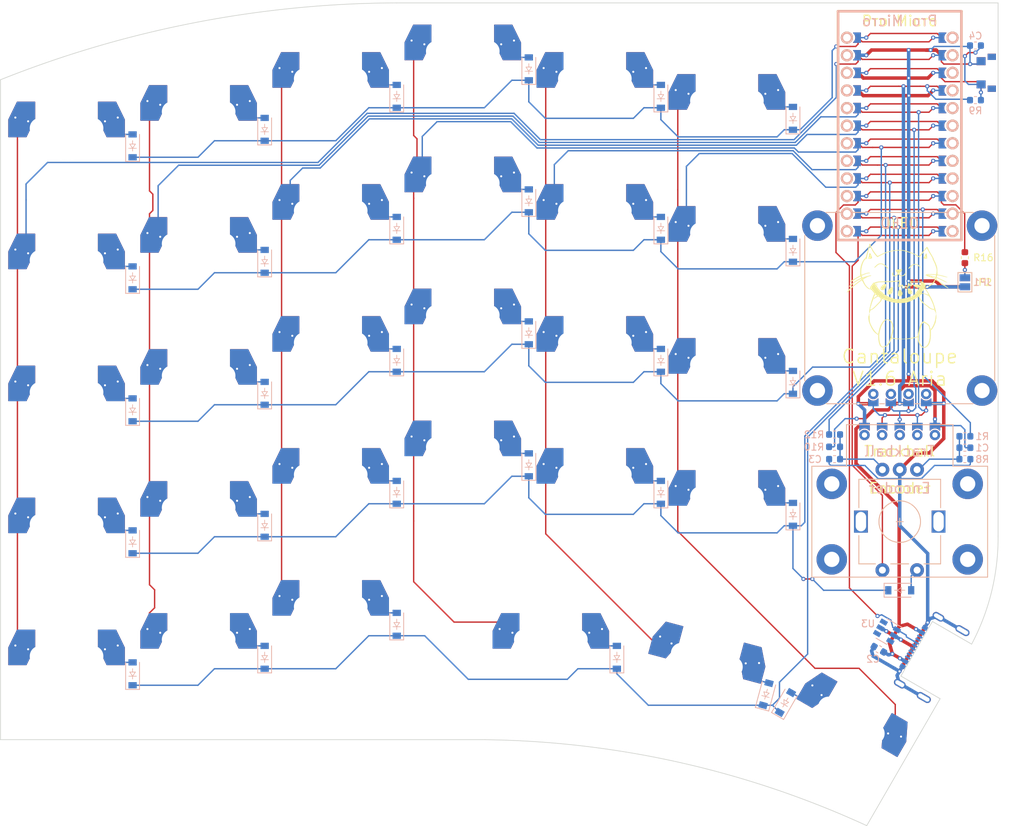
<source format=kicad_pcb>
(kicad_pcb (version 20171130) (host pcbnew "(5.1.10)-1")
  (layers (0 F.Cu signal) (31 B.Cu signal) (34 B.Paste user) (35 F.Paste user) (36 B.SilkS user) (37 F.SilkS user) (38 B.Mask user) (39 F.Mask user) (44 Edge.Cuts user))
  (net 0 "")
  (net 1 "Net-(D1-Pad2)")
  (net 2 "Net-(D2-Pad2)")
  (net 3 "Net-(D3-Pad2)")
  (net 4 "Net-(D4-Pad2)")
  (net 5 "Net-(D5-Pad2)")
  (net 6 "Net-(D6-Pad2)")
  (net 7 "Net-(D7-Pad2)")
  (net 8 "Net-(D8-Pad2)")
  (net 9 "Net-(D9-Pad2)")
  (net 10 "Net-(D10-Pad2)")
  (net 11 "Net-(D11-Pad2)")
  (net 12 "Net-(D12-Pad2)")
  (net 13 "Net-(D13-Pad2)")
  (net 14 "Net-(D14-Pad2)")
  (net 15 "Net-(D15-Pad2)")
  (net 16 "Net-(D16-Pad2)")
  (net 17 "Net-(D17-Pad2)")
  (net 18 "Net-(D18-Pad2)")
  (net 19 "Net-(D19-Pad2)")
  (net 20 "Net-(D20-Pad2)")
  (net 21 "Net-(D21-Pad2)")
  (net 22 "Net-(D22-Pad2)")
  (net 23 "Net-(D23-Pad2)")
  (net 24 "Net-(D24-Pad2)")
  (net 25 "Net-(D25-Pad2)")
  (net 26 "Net-(D26-Pad2)")
  (net 27 "Net-(D27-Pad2)")
  (net 28 "Net-(D28-Pad2)")
  (net 29 "Net-(D29-Pad2)")
  (net 30 "Net-(D30-Pad2)")
  (net 31 "Net-(D31-Pad2)")
  (net 32 "Net-(C1-Pad2)")
  (net 33 GND)
  (net 34 "Net-(C3-Pad2)")
  (net 35 VDD)
  (net 36 ROW3)
  (net 37 ROW4)
  (net 38 SCL)
  (net 39 SDA)
  (net 40 "Net-(J3-PadB5)")
  (net 41 "Net-(J3-PadA8)")
  (net 42 "Net-(J3-PadB8)")
  (net 43 "Net-(J3-PadA5)")
  (net 44 ROT_A)
  (net 45 ROT_B)
  (net 46 Side)
  (net 47 COL0)
  (net 48 COL1)
  (net 49 COL2)
  (net 50 COL3)
  (net 51 COL4)
  (net 52 COL5)
  (net 53 COLROT)
  (net 54 "Net-(U3-Pad6)")
  (net 55 "Net-(U3-Pad4)")
  (net 56 "Net-(JP1-Pad2)")
  (net 57 ROW0)
  (net 58 ROW1)
  (net 59 ROW2)
  (net 60 RST)
  (net 61 Link)
  (net 62 "Net-(U1-Pad24)")
  (net 63 "Net-(U3-Pad3)")
  (module Ariamelon:Catmelon (layer F.Cu) (at 143.748052 53.747295)
    (fp_text reference A1 hide)
    (fp_text value Art hide)
  )
  (module Ariamelon:Breakout_ArduinoProMicro_Flippable (layer F.Cu) (at 143.03636 32.647057 270)
    (fp_text reference U1 hide)
    (fp_text value ProMicro hide)
    (pad 13 smd custom (at 13.9715 -6.0095) (size 0.8 1.5) (layers F.Cu F.Mask) (net 45 ROT_B) (options (clearance outline) (anchor rect)) (primitives (gr_poly (pts (xy 0.56 0.67) (xy 0.34 0.67) (xy 0.34 0.3)) (width 0.1)) (gr_line (start 0.67 -0.697) (end -0.35 -0.697) (width 0.12)) (gr_poly (pts (xy 0.54 -0.67) (xy 0.32 -0.67) (xy 0.32 -0.3)) (width 0.1)) (gr_line (start -0.35 -0.697) (end -0.35 0.69) (width 0.12)) (gr_arc (start 1.26 0) (end 0.67 -0.697) (angle -98.7) (width 0.12)) (gr_line (start -0.35 0.69) (end 0.66 0.69) (width 0.12))))
    (pad 19 smd custom (at -1.2685 -6.0095) (size 0.8 1.5) (layers F.Cu F.Mask) (net 49 COL2) (options (clearance outline) (anchor rect)) (primitives (gr_poly (pts (xy 0.56 0.67) (xy 0.34 0.67) (xy 0.34 0.3)) (width 0.1)) (gr_line (start 0.67 -0.697) (end -0.35 -0.697) (width 0.12)) (gr_poly (pts (xy 0.54 -0.67) (xy 0.32 -0.67) (xy 0.32 -0.3)) (width 0.1)) (gr_line (start -0.35 -0.697) (end -0.35 0.69) (width 0.12)) (gr_arc (start 1.26 0) (end 0.67 -0.697) (angle -98.7) (width 0.12)) (gr_line (start -0.35 0.69) (end 0.66 0.69) (width 0.12))))
    (pad 18 smd custom (at 1.2715 -6.0095) (size 0.8 1.5) (layers F.Cu F.Mask) (net 50 COL3) (options (clearance outline) (anchor rect)) (primitives (gr_poly (pts (xy 0.56 0.67) (xy 0.34 0.67) (xy 0.34 0.3)) (width 0.1)) (gr_line (start 0.67 -0.697) (end -0.35 -0.697) (width 0.12)) (gr_poly (pts (xy 0.54 -0.67) (xy 0.32 -0.67) (xy 0.32 -0.3)) (width 0.1)) (gr_line (start -0.35 -0.697) (end -0.35 0.69) (width 0.12)) (gr_arc (start 1.26 0) (end 0.67 -0.697) (angle -98.7) (width 0.12)) (gr_line (start -0.35 0.69) (end 0.66 0.69) (width 0.12))))
    (pad 21 smd custom (at -6.3485 -6.0095) (size 0.8 1.5) (layers F.Cu F.Mask) (net 35 VDD) (options (clearance outline) (anchor rect)) (primitives (gr_poly (pts (xy 0.56 0.67) (xy 0.34 0.67) (xy 0.34 0.3)) (width 0.1)) (gr_line (start 0.67 -0.697) (end -0.35 -0.697) (width 0.12)) (gr_poly (pts (xy 0.54 -0.67) (xy 0.32 -0.67) (xy 0.32 -0.3)) (width 0.1)) (gr_line (start -0.35 -0.697) (end -0.35 0.69) (width 0.12)) (gr_arc (start 1.26 0) (end 0.67 -0.697) (angle -98.7) (width 0.12)) (gr_line (start -0.35 0.69) (end 0.66 0.69) (width 0.12))))
    (pad 22 smd custom (at -8.8885 -6.0095) (size 0.8 1.5) (layers F.Cu F.Mask) (net 60 RST) (options (clearance outline) (anchor rect)) (primitives (gr_poly (pts (xy 0.56 0.67) (xy 0.34 0.67) (xy 0.34 0.3)) (width 0.1)) (gr_line (start 0.67 -0.697) (end -0.35 -0.697) (width 0.12)) (gr_poly (pts (xy 0.54 -0.67) (xy 0.32 -0.67) (xy 0.32 -0.3)) (width 0.1)) (gr_line (start -0.35 -0.697) (end -0.35 0.69) (width 0.12)) (gr_arc (start 1.26 0) (end 0.67 -0.697) (angle -98.7) (width 0.12)) (gr_line (start -0.35 0.69) (end 0.66 0.69) (width 0.12))))
    (pad 23 smd custom (at -11.4285 -6.0095) (size 0.8 1.5) (layers F.Cu F.Mask) (net 33 GND) (options (clearance outline) (anchor rect)) (primitives (gr_poly (pts (xy 0.56 0.67) (xy 0.34 0.67) (xy 0.34 0.3)) (width 0.1)) (gr_line (start 0.67 -0.697) (end -0.35 -0.697) (width 0.12)) (gr_poly (pts (xy 0.54 -0.67) (xy 0.32 -0.67) (xy 0.32 -0.3)) (width 0.1)) (gr_line (start -0.35 -0.697) (end -0.35 0.69) (width 0.12)) (gr_arc (start 1.26 0) (end 0.67 -0.697) (angle -98.7) (width 0.12)) (gr_line (start -0.35 0.69) (end 0.66 0.69) (width 0.12))))
    (pad 17 smd custom (at 3.8115 -6.0095) (size 0.8 1.5) (layers F.Cu F.Mask) (net 51 COL4) (options (clearance outline) (anchor rect)) (primitives (gr_poly (pts (xy 0.56 0.67) (xy 0.34 0.67) (xy 0.34 0.3)) (width 0.1)) (gr_line (start 0.67 -0.697) (end -0.35 -0.697) (width 0.12)) (gr_poly (pts (xy 0.54 -0.67) (xy 0.32 -0.67) (xy 0.32 -0.3)) (width 0.1)) (gr_line (start -0.35 -0.697) (end -0.35 0.69) (width 0.12)) (gr_arc (start 1.26 0) (end 0.67 -0.697) (angle -98.7) (width 0.12)) (gr_line (start -0.35 0.69) (end 0.66 0.69) (width 0.12))))
    (pad 24 smd custom (at -13.9685 -6.0095) (size 0.8 1.5) (layers F.Cu F.Mask) (net 62 "Net-(U1-Pad24)") (options (clearance outline) (anchor rect)) (primitives (gr_poly (pts (xy 0.56 0.67) (xy 0.34 0.67) (xy 0.34 0.3)) (width 0.1)) (gr_line (start 0.67 -0.697) (end -0.35 -0.697) (width 0.12)) (gr_poly (pts (xy 0.54 -0.67) (xy 0.32 -0.67) (xy 0.32 -0.3)) (width 0.1)) (gr_line (start -0.35 -0.697) (end -0.35 0.69) (width 0.12)) (gr_arc (start 1.26 0) (end 0.67 -0.697) (angle -98.7) (width 0.12)) (gr_line (start -0.35 0.69) (end 0.66 0.69) (width 0.12))))
    (pad 15 smd custom (at 8.8915 -6.0095) (size 0.8 1.5) (layers F.Cu F.Mask) (net 46 Side) (options (clearance outline) (anchor rect)) (primitives (gr_poly (pts (xy 0.56 0.67) (xy 0.34 0.67) (xy 0.34 0.3)) (width 0.1)) (gr_line (start 0.67 -0.697) (end -0.35 -0.697) (width 0.12)) (gr_poly (pts (xy 0.54 -0.67) (xy 0.32 -0.67) (xy 0.32 -0.3)) (width 0.1)) (gr_line (start -0.35 -0.697) (end -0.35 0.69) (width 0.12)) (gr_arc (start 1.26 0) (end 0.67 -0.697) (angle -98.7) (width 0.12)) (gr_line (start -0.35 0.69) (end 0.66 0.69) (width 0.12))))
    (pad 8 smd custom (at 3.8085 6.0095 180) (size 0.8 1.5) (layers F.Cu F.Mask) (net 59 ROW2) (options (clearance outline) (anchor rect)) (primitives (gr_poly (pts (xy 0.56 0.67) (xy 0.34 0.67) (xy 0.34 0.3)) (width 0.1)) (gr_line (start 0.67 -0.697) (end -0.35 -0.697) (width 0.12)) (gr_poly (pts (xy 0.54 -0.67) (xy 0.32 -0.67) (xy 0.32 -0.3)) (width 0.1)) (gr_line (start -0.35 -0.697) (end -0.35 0.69) (width 0.12)) (gr_arc (start 1.26 0) (end 0.67 -0.697) (angle -98.7) (width 0.12)) (gr_line (start -0.35 0.69) (end 0.66 0.69) (width 0.12))))
    (pad 20 smd custom (at -3.8085 -6.0095) (size 0.8 1.5) (layers F.Cu F.Mask) (net 48 COL1) (options (clearance outline) (anchor rect)) (primitives (gr_poly (pts (xy 0.56 0.67) (xy 0.34 0.67) (xy 0.34 0.3)) (width 0.1)) (gr_line (start 0.67 -0.697) (end -0.35 -0.697) (width 0.12)) (gr_poly (pts (xy 0.54 -0.67) (xy 0.32 -0.67) (xy 0.32 -0.3)) (width 0.1)) (gr_line (start -0.35 -0.697) (end -0.35 0.69) (width 0.12)) (gr_arc (start 1.26 0) (end 0.67 -0.697) (angle -98.7) (width 0.12)) (gr_line (start -0.35 0.69) (end 0.66 0.69) (width 0.12))))
    (pad 14 smd custom (at 11.4315 -6.0095) (size 0.8 1.5) (layers F.Cu F.Mask) (net 44 ROT_A) (options (clearance outline) (anchor rect)) (primitives (gr_poly (pts (xy 0.56 0.67) (xy 0.34 0.67) (xy 0.34 0.3)) (width 0.1)) (gr_line (start 0.67 -0.697) (end -0.35 -0.697) (width 0.12)) (gr_poly (pts (xy 0.54 -0.67) (xy 0.32 -0.67) (xy 0.32 -0.3)) (width 0.1)) (gr_line (start -0.35 -0.697) (end -0.35 0.69) (width 0.12)) (gr_arc (start 1.26 0) (end 0.67 -0.697) (angle -98.7) (width 0.12)) (gr_line (start -0.35 0.69) (end 0.66 0.69) (width 0.12))))
    (pad 16 smd custom (at 6.3515 -6.0095) (size 0.8 1.5) (layers F.Cu F.Mask) (net 52 COL5) (options (clearance outline) (anchor rect)) (primitives (gr_poly (pts (xy 0.56 0.67) (xy 0.34 0.67) (xy 0.34 0.3)) (width 0.1)) (gr_line (start 0.67 -0.697) (end -0.35 -0.697) (width 0.12)) (gr_poly (pts (xy 0.54 -0.67) (xy 0.32 -0.67) (xy 0.32 -0.3)) (width 0.1)) (gr_line (start -0.35 -0.697) (end -0.35 0.69) (width 0.12)) (gr_arc (start 1.26 0) (end 0.67 -0.697) (angle -98.7) (width 0.12)) (gr_line (start -0.35 0.69) (end 0.66 0.69) (width 0.12))))
    (pad 12 smd custom (at 13.9685 6.0095 180) (size 0.8 1.5) (layers F.Cu F.Mask) (net 53 COLROT) (options (clearance outline) (anchor rect)) (primitives (gr_poly (pts (xy 0.56 0.67) (xy 0.34 0.67) (xy 0.34 0.3)) (width 0.1)) (gr_line (start 0.67 -0.697) (end -0.35 -0.697) (width 0.12)) (gr_poly (pts (xy 0.54 -0.67) (xy 0.32 -0.67) (xy 0.32 -0.3)) (width 0.1)) (gr_line (start -0.35 -0.697) (end -0.35 0.69) (width 0.12)) (gr_arc (start 1.26 0) (end 0.67 -0.697) (angle -98.7) (width 0.12)) (gr_line (start -0.35 0.69) (end 0.66 0.69) (width 0.12))))
    (pad 9 smd custom (at 6.3485 6.0095 180) (size 0.8 1.5) (layers F.Cu F.Mask) (net 36 ROW3) (options (clearance outline) (anchor rect)) (primitives (gr_poly (pts (xy 0.56 0.67) (xy 0.34 0.67) (xy 0.34 0.3)) (width 0.1)) (gr_line (start 0.67 -0.697) (end -0.35 -0.697) (width 0.12)) (gr_poly (pts (xy 0.54 -0.67) (xy 0.32 -0.67) (xy 0.32 -0.3)) (width 0.1)) (gr_line (start -0.35 -0.697) (end -0.35 0.69) (width 0.12)) (gr_arc (start 1.26 0) (end 0.67 -0.697) (angle -98.7) (width 0.12)) (gr_line (start -0.35 0.69) (end 0.66 0.69) (width 0.12))))
    (pad 2 smd custom (at -11.4315 6.0095 180) (size 0.8 1.5) (layers F.Cu F.Mask) (net 47 COL0) (options (clearance outline) (anchor rect)) (primitives (gr_poly (pts (xy 0.56 0.67) (xy 0.34 0.67) (xy 0.34 0.3)) (width 0.1)) (gr_line (start 0.67 -0.697) (end -0.35 -0.697) (width 0.12)) (gr_poly (pts (xy 0.54 -0.67) (xy 0.32 -0.67) (xy 0.32 -0.3)) (width 0.1)) (gr_line (start -0.35 -0.697) (end -0.35 0.69) (width 0.12)) (gr_arc (start 1.26 0) (end 0.67 -0.697) (angle -98.7) (width 0.12)) (gr_line (start -0.35 0.69) (end 0.66 0.69) (width 0.12))))
    (pad 10 smd custom (at 8.8885 6.0095 180) (size 0.8 1.5) (layers F.Cu F.Mask) (net 61 Link) (options (clearance outline) (anchor rect)) (primitives (gr_poly (pts (xy 0.56 0.67) (xy 0.34 0.67) (xy 0.34 0.3)) (width 0.1)) (gr_line (start 0.67 -0.697) (end -0.35 -0.697) (width 0.12)) (gr_poly (pts (xy 0.54 -0.67) (xy 0.32 -0.67) (xy 0.32 -0.3)) (width 0.1)) (gr_line (start -0.35 -0.697) (end -0.35 0.69) (width 0.12)) (gr_arc (start 1.26 0) (end 0.67 -0.697) (angle -98.7) (width 0.12)) (gr_line (start -0.35 0.69) (end 0.66 0.69) (width 0.12))))
    (pad 6 smd custom (at -1.2715 6.0095 180) (size 0.8 1.5) (layers F.Cu F.Mask) (net 38 SCL) (options (clearance outline) (anchor rect)) (primitives (gr_poly (pts (xy 0.56 0.67) (xy 0.34 0.67) (xy 0.34 0.3)) (width 0.1)) (gr_line (start 0.67 -0.697) (end -0.35 -0.697) (width 0.12)) (gr_poly (pts (xy 0.54 -0.67) (xy 0.32 -0.67) (xy 0.32 -0.3)) (width 0.1)) (gr_line (start -0.35 -0.697) (end -0.35 0.69) (width 0.12)) (gr_arc (start 1.26 0) (end 0.67 -0.697) (angle -98.7) (width 0.12)) (gr_line (start -0.35 0.69) (end 0.66 0.69) (width 0.12))))
    (pad 11 smd custom (at 11.4285 6.0095 180) (size 0.8 1.5) (layers F.Cu F.Mask) (net 37 ROW4) (options (clearance outline) (anchor rect)) (primitives (gr_poly (pts (xy 0.56 0.67) (xy 0.34 0.67) (xy 0.34 0.3)) (width 0.1)) (gr_line (start 0.67 -0.697) (end -0.35 -0.697) (width 0.12)) (gr_poly (pts (xy 0.54 -0.67) (xy 0.32 -0.67) (xy 0.32 -0.3)) (width 0.1)) (gr_line (start -0.35 -0.697) (end -0.35 0.69) (width 0.12)) (gr_arc (start 1.26 0) (end 0.67 -0.697) (angle -98.7) (width 0.12)) (gr_line (start -0.35 0.69) (end 0.66 0.69) (width 0.12))))
    (pad 1 smd custom (at -13.9715 6.0095 180) (size 0.8 1.5) (layers F.Cu F.Mask) (net 57 ROW0) (options (clearance outline) (anchor rect)) (primitives (gr_poly (pts (xy 0.56 0.67) (xy 0.34 0.67) (xy 0.34 0.3)) (width 0.1)) (gr_line (start 0.67 -0.697) (end -0.35 -0.697) (width 0.12)) (gr_poly (pts (xy 0.54 -0.67) (xy 0.32 -0.67) (xy 0.32 -0.3)) (width 0.1)) (gr_line (start -0.35 -0.697) (end -0.35 0.69) (width 0.12)) (gr_arc (start 1.26 0) (end 0.67 -0.697) (angle -98.7) (width 0.12)) (gr_line (start -0.35 0.69) (end 0.66 0.69) (width 0.12))))
    (pad 5 smd custom (at -3.8115 6.0095 180) (size 0.8 1.5) (layers F.Cu F.Mask) (net 39 SDA) (options (clearance outline) (anchor rect)) (primitives (gr_poly (pts (xy 0.56 0.67) (xy 0.34 0.67) (xy 0.34 0.3)) (width 0.1)) (gr_line (start 0.67 -0.697) (end -0.35 -0.697) (width 0.12)) (gr_poly (pts (xy 0.54 -0.67) (xy 0.32 -0.67) (xy 0.32 -0.3)) (width 0.1)) (gr_line (start -0.35 -0.697) (end -0.35 0.69) (width 0.12)) (gr_arc (start 1.26 0) (end 0.67 -0.697) (angle -98.7) (width 0.12)) (gr_line (start -0.35 0.69) (end 0.66 0.69) (width 0.12))))
    (pad 7 smd custom (at 1.2685 6.0095 180) (size 0.8 1.5) (layers F.Cu F.Mask) (net 58 ROW1) (options (clearance outline) (anchor rect)) (primitives (gr_poly (pts (xy 0.56 0.67) (xy 0.34 0.67) (xy 0.34 0.3)) (width 0.1)) (gr_line (start 0.67 -0.697) (end -0.35 -0.697) (width 0.12)) (gr_poly (pts (xy 0.54 -0.67) (xy 0.32 -0.67) (xy 0.32 -0.3)) (width 0.1)) (gr_line (start -0.35 -0.697) (end -0.35 0.69) (width 0.12)) (gr_arc (start 1.26 0) (end 0.67 -0.697) (angle -98.7) (width 0.12)) (gr_line (start -0.35 0.69) (end 0.66 0.69) (width 0.12))))
    (pad 4 smd custom (at -6.3515 6.0095 180) (size 0.8 1.5) (layers F.Cu F.Mask) (net 33 GND) (options (clearance outline) (anchor rect)) (primitives (gr_poly (pts (xy 0.56 0.67) (xy 0.34 0.67) (xy 0.34 0.3)) (width 0.1)) (gr_line (start 0.67 -0.697) (end -0.35 -0.697) (width 0.12)) (gr_poly (pts (xy 0.54 -0.67) (xy 0.32 -0.67) (xy 0.32 -0.3)) (width 0.1)) (gr_line (start -0.35 -0.697) (end -0.35 0.69) (width 0.12)) (gr_arc (start 1.26 0) (end 0.67 -0.697) (angle -98.7) (width 0.12)) (gr_line (start -0.35 0.69) (end 0.66 0.69) (width 0.12))))
    (pad 3 smd custom (at -8.8915 6.0095 180) (size 0.8 1.5) (layers F.Cu F.Mask) (net 33 GND) (options (clearance outline) (anchor rect)) (primitives (gr_poly (pts (xy 0.56 0.67) (xy 0.34 0.67) (xy 0.34 0.3)) (width 0.1)) (gr_line (start 0.67 -0.697) (end -0.35 -0.697) (width 0.12)) (gr_poly (pts (xy 0.54 -0.67) (xy 0.32 -0.67) (xy 0.32 -0.3)) (width 0.1)) (gr_line (start -0.35 -0.697) (end -0.35 0.69) (width 0.12)) (gr_arc (start 1.26 0) (end 0.67 -0.697) (angle -98.7) (width 0.12)) (gr_line (start -0.35 0.69) (end 0.66 0.69) (width 0.12))))
    (pad 3 smd custom (at -8.8915 -6.0095) (size 0.8 1.5) (layers B.Cu B.Mask) (net 33 GND) (options (clearance outline) (anchor rect)) (primitives (gr_poly (pts (xy 0.56 -0.67) (xy 0.34 -0.67) (xy 0.34 -0.3)) (width 0.1)) (gr_line (start 0.67 0.697) (end -0.35 0.697) (width 0.12)) (gr_poly (pts (xy 0.54 0.67) (xy 0.32 0.67) (xy 0.32 0.3)) (width 0.1)) (gr_line (start -0.35 0.697) (end -0.35 -0.69) (width 0.12)) (gr_arc (start 1.26 0) (end 0.67 0.697) (angle 98.7) (width 0.12)) (gr_line (start -0.35 -0.69) (end 0.66 -0.69) (width 0.12))))
    (pad 6 smd custom (at -1.2715 -6.0095) (size 0.8 1.5) (layers B.Cu B.Mask) (net 38 SCL) (options (clearance outline) (anchor rect)) (primitives (gr_poly (pts (xy 0.56 -0.67) (xy 0.34 -0.67) (xy 0.34 -0.3)) (width 0.1)) (gr_line (start 0.67 0.697) (end -0.35 0.697) (width 0.12)) (gr_poly (pts (xy 0.54 0.67) (xy 0.32 0.67) (xy 0.32 0.3)) (width 0.1)) (gr_line (start -0.35 0.697) (end -0.35 -0.69) (width 0.12)) (gr_arc (start 1.26 0) (end 0.67 0.697) (angle 98.7) (width 0.12)) (gr_line (start -0.35 -0.69) (end 0.66 -0.69) (width 0.12))))
    (pad 4 smd custom (at -6.3515 -6.0095) (size 0.8 1.5) (layers B.Cu B.Mask) (net 33 GND) (options (clearance outline) (anchor rect)) (primitives (gr_poly (pts (xy 0.56 -0.67) (xy 0.34 -0.67) (xy 0.34 -0.3)) (width 0.1)) (gr_line (start 0.67 0.697) (end -0.35 0.697) (width 0.12)) (gr_poly (pts (xy 0.54 0.67) (xy 0.32 0.67) (xy 0.32 0.3)) (width 0.1)) (gr_line (start -0.35 0.697) (end -0.35 -0.69) (width 0.12)) (gr_arc (start 1.26 0) (end 0.67 0.697) (angle 98.7) (width 0.12)) (gr_line (start -0.35 -0.69) (end 0.66 -0.69) (width 0.12))))
    (pad 11 smd custom (at 11.4285 -6.0095) (size 0.8 1.5) (layers B.Cu B.Mask) (net 37 ROW4) (options (clearance outline) (anchor rect)) (primitives (gr_poly (pts (xy 0.56 -0.67) (xy 0.34 -0.67) (xy 0.34 -0.3)) (width 0.1)) (gr_line (start 0.67 0.697) (end -0.35 0.697) (width 0.12)) (gr_poly (pts (xy 0.54 0.67) (xy 0.32 0.67) (xy 0.32 0.3)) (width 0.1)) (gr_line (start -0.35 0.697) (end -0.35 -0.69) (width 0.12)) (gr_arc (start 1.26 0) (end 0.67 0.697) (angle 98.7) (width 0.12)) (gr_line (start -0.35 -0.69) (end 0.66 -0.69) (width 0.12))))
    (pad 7 smd custom (at 1.2685 -6.0095) (size 0.8 1.5) (layers B.Cu B.Mask) (net 58 ROW1) (options (clearance outline) (anchor rect)) (primitives (gr_poly (pts (xy 0.56 -0.67) (xy 0.34 -0.67) (xy 0.34 -0.3)) (width 0.1)) (gr_line (start 0.67 0.697) (end -0.35 0.697) (width 0.12)) (gr_poly (pts (xy 0.54 0.67) (xy 0.32 0.67) (xy 0.32 0.3)) (width 0.1)) (gr_line (start -0.35 0.697) (end -0.35 -0.69) (width 0.12)) (gr_arc (start 1.26 0) (end 0.67 0.697) (angle 98.7) (width 0.12)) (gr_line (start -0.35 -0.69) (end 0.66 -0.69) (width 0.12))))
    (pad 1 smd custom (at -13.9715 -6.0095) (size 0.8 1.5) (layers B.Cu B.Mask) (net 57 ROW0) (options (clearance outline) (anchor rect)) (primitives (gr_poly (pts (xy 0.56 -0.67) (xy 0.34 -0.67) (xy 0.34 -0.3)) (width 0.1)) (gr_line (start 0.67 0.697) (end -0.35 0.697) (width 0.12)) (gr_poly (pts (xy 0.54 0.67) (xy 0.32 0.67) (xy 0.32 0.3)) (width 0.1)) (gr_line (start -0.35 0.697) (end -0.35 -0.69) (width 0.12)) (gr_arc (start 1.26 0) (end 0.67 0.697) (angle 98.7) (width 0.12)) (gr_line (start -0.35 -0.69) (end 0.66 -0.69) (width 0.12))))
    (pad 5 smd custom (at -3.8115 -6.0095) (size 0.8 1.5) (layers B.Cu B.Mask) (net 39 SDA) (options (clearance outline) (anchor rect)) (primitives (gr_poly (pts (xy 0.56 -0.67) (xy 0.34 -0.67) (xy 0.34 -0.3)) (width 0.1)) (gr_line (start 0.67 0.697) (end -0.35 0.697) (width 0.12)) (gr_poly (pts (xy 0.54 0.67) (xy 0.32 0.67) (xy 0.32 0.3)) (width 0.1)) (gr_line (start -0.35 0.697) (end -0.35 -0.69) (width 0.12)) (gr_arc (start 1.26 0) (end 0.67 0.697) (angle 98.7) (width 0.12)) (gr_line (start -0.35 -0.69) (end 0.66 -0.69) (width 0.12))))
    (pad 10 smd custom (at 8.8885 -6.0095) (size 0.8 1.5) (layers B.Cu B.Mask) (net 61 Link) (options (clearance outline) (anchor rect)) (primitives (gr_poly (pts (xy 0.56 -0.67) (xy 0.34 -0.67) (xy 0.34 -0.3)) (width 0.1)) (gr_line (start 0.67 0.697) (end -0.35 0.697) (width 0.12)) (gr_poly (pts (xy 0.54 0.67) (xy 0.32 0.67) (xy 0.32 0.3)) (width 0.1)) (gr_line (start -0.35 0.697) (end -0.35 -0.69) (width 0.12)) (gr_arc (start 1.26 0) (end 0.67 0.697) (angle 98.7) (width 0.12)) (gr_line (start -0.35 -0.69) (end 0.66 -0.69) (width 0.12))))
    (pad 2 smd custom (at -11.4315 -6.0095) (size 0.8 1.5) (layers B.Cu B.Mask) (net 47 COL0) (options (clearance outline) (anchor rect)) (primitives (gr_poly (pts (xy 0.56 -0.67) (xy 0.34 -0.67) (xy 0.34 -0.3)) (width 0.1)) (gr_line (start 0.67 0.697) (end -0.35 0.697) (width 0.12)) (gr_poly (pts (xy 0.54 0.67) (xy 0.32 0.67) (xy 0.32 0.3)) (width 0.1)) (gr_line (start -0.35 0.697) (end -0.35 -0.69) (width 0.12)) (gr_arc (start 1.26 0) (end 0.67 0.697) (angle 98.7) (width 0.12)) (gr_line (start -0.35 -0.69) (end 0.66 -0.69) (width 0.12))))
    (pad 9 smd custom (at 6.3485 -6.0095) (size 0.8 1.5) (layers B.Cu B.Mask) (net 36 ROW3) (options (clearance outline) (anchor rect)) (primitives (gr_poly (pts (xy 0.56 -0.67) (xy 0.34 -0.67) (xy 0.34 -0.3)) (width 0.1)) (gr_line (start 0.67 0.697) (end -0.35 0.697) (width 0.12)) (gr_poly (pts (xy 0.54 0.67) (xy 0.32 0.67) (xy 0.32 0.3)) (width 0.1)) (gr_line (start -0.35 0.697) (end -0.35 -0.69) (width 0.12)) (gr_arc (start 1.26 0) (end 0.67 0.697) (angle 98.7) (width 0.12)) (gr_line (start -0.35 -0.69) (end 0.66 -0.69) (width 0.12))))
    (pad 12 smd custom (at 13.9685 -6.0095) (size 0.8 1.5) (layers B.Cu B.Mask) (net 53 COLROT) (options (clearance outline) (anchor rect)) (primitives (gr_poly (pts (xy 0.56 -0.67) (xy 0.34 -0.67) (xy 0.34 -0.3)) (width 0.1)) (gr_line (start 0.67 0.697) (end -0.35 0.697) (width 0.12)) (gr_poly (pts (xy 0.54 0.67) (xy 0.32 0.67) (xy 0.32 0.3)) (width 0.1)) (gr_line (start -0.35 0.697) (end -0.35 -0.69) (width 0.12)) (gr_arc (start 1.26 0) (end 0.67 0.697) (angle 98.7) (width 0.12)) (gr_line (start -0.35 -0.69) (end 0.66 -0.69) (width 0.12))))
    (pad 8 smd custom (at 3.8085 -6.0095) (size 0.8 1.5) (layers B.Cu B.Mask) (net 59 ROW2) (options (clearance outline) (anchor rect)) (primitives (gr_poly (pts (xy 0.56 -0.67) (xy 0.34 -0.67) (xy 0.34 -0.3)) (width 0.1)) (gr_line (start 0.67 0.697) (end -0.35 0.697) (width 0.12)) (gr_poly (pts (xy 0.54 0.67) (xy 0.32 0.67) (xy 0.32 0.3)) (width 0.1)) (gr_line (start -0.35 0.697) (end -0.35 -0.69) (width 0.12)) (gr_arc (start 1.26 0) (end 0.67 0.697) (angle 98.7) (width 0.12)) (gr_line (start -0.35 -0.69) (end 0.66 -0.69) (width 0.12))))
    (pad 15 smd custom (at 8.8915 6.0095 180) (size 0.8 1.5) (layers B.Cu B.Mask) (net 46 Side) (options (clearance outline) (anchor rect)) (primitives (gr_poly (pts (xy 0.56 -0.67) (xy 0.34 -0.67) (xy 0.34 -0.3)) (width 0.1)) (gr_line (start 0.67 0.697) (end -0.35 0.697) (width 0.12)) (gr_poly (pts (xy 0.54 0.67) (xy 0.32 0.67) (xy 0.32 0.3)) (width 0.1)) (gr_line (start -0.35 0.697) (end -0.35 -0.69) (width 0.12)) (gr_arc (start 1.26 0) (end 0.67 0.697) (angle 98.7) (width 0.12)) (gr_line (start -0.35 -0.69) (end 0.66 -0.69) (width 0.12))))
    (pad 18 smd custom (at 1.2715 6.0095 180) (size 0.8 1.5) (layers B.Cu B.Mask) (net 50 COL3) (options (clearance outline) (anchor rect)) (primitives (gr_poly (pts (xy 0.56 -0.67) (xy 0.34 -0.67) (xy 0.34 -0.3)) (width 0.1)) (gr_line (start 0.67 0.697) (end -0.35 0.697) (width 0.12)) (gr_poly (pts (xy 0.54 0.67) (xy 0.32 0.67) (xy 0.32 0.3)) (width 0.1)) (gr_line (start -0.35 0.697) (end -0.35 -0.69) (width 0.12)) (gr_arc (start 1.26 0) (end 0.67 0.697) (angle 98.7) (width 0.12)) (gr_line (start -0.35 -0.69) (end 0.66 -0.69) (width 0.12))))
    (pad 16 smd custom (at 6.3515 6.0095 180) (size 0.8 1.5) (layers B.Cu B.Mask) (net 52 COL5) (options (clearance outline) (anchor rect)) (primitives (gr_poly (pts (xy 0.56 -0.67) (xy 0.34 -0.67) (xy 0.34 -0.3)) (width 0.1)) (gr_line (start 0.67 0.697) (end -0.35 0.697) (width 0.12)) (gr_poly (pts (xy 0.54 0.67) (xy 0.32 0.67) (xy 0.32 0.3)) (width 0.1)) (gr_line (start -0.35 0.697) (end -0.35 -0.69) (width 0.12)) (gr_arc (start 1.26 0) (end 0.67 0.697) (angle 98.7) (width 0.12)) (gr_line (start -0.35 -0.69) (end 0.66 -0.69) (width 0.12))))
    (pad 23 smd custom (at -11.4285 6.0095 180) (size 0.8 1.5) (layers B.Cu B.Mask) (net 33 GND) (options (clearance outline) (anchor rect)) (primitives (gr_poly (pts (xy 0.56 -0.67) (xy 0.34 -0.67) (xy 0.34 -0.3)) (width 0.1)) (gr_line (start 0.67 0.697) (end -0.35 0.697) (width 0.12)) (gr_poly (pts (xy 0.54 0.67) (xy 0.32 0.67) (xy 0.32 0.3)) (width 0.1)) (gr_line (start -0.35 0.697) (end -0.35 -0.69) (width 0.12)) (gr_arc (start 1.26 0) (end 0.67 0.697) (angle 98.7) (width 0.12)) (gr_line (start -0.35 -0.69) (end 0.66 -0.69) (width 0.12))))
    (pad 19 smd custom (at -1.2685 6.0095 180) (size 0.8 1.5) (layers B.Cu B.Mask) (net 49 COL2) (options (clearance outline) (anchor rect)) (primitives (gr_poly (pts (xy 0.56 -0.67) (xy 0.34 -0.67) (xy 0.34 -0.3)) (width 0.1)) (gr_line (start 0.67 0.697) (end -0.35 0.697) (width 0.12)) (gr_poly (pts (xy 0.54 0.67) (xy 0.32 0.67) (xy 0.32 0.3)) (width 0.1)) (gr_line (start -0.35 0.697) (end -0.35 -0.69) (width 0.12)) (gr_arc (start 1.26 0) (end 0.67 0.697) (angle 98.7) (width 0.12)) (gr_line (start -0.35 -0.69) (end 0.66 -0.69) (width 0.12))))
    (pad 13 smd custom (at 13.9715 6.0095 180) (size 0.8 1.5) (layers B.Cu B.Mask) (net 45 ROT_B) (options (clearance outline) (anchor rect)) (primitives (gr_poly (pts (xy 0.56 -0.67) (xy 0.34 -0.67) (xy 0.34 -0.3)) (width 0.1)) (gr_line (start 0.67 0.697) (end -0.35 0.697) (width 0.12)) (gr_poly (pts (xy 0.54 0.67) (xy 0.32 0.67) (xy 0.32 0.3)) (width 0.1)) (gr_line (start -0.35 0.697) (end -0.35 -0.69) (width 0.12)) (gr_arc (start 1.26 0) (end 0.67 0.697) (angle 98.7) (width 0.12)) (gr_line (start -0.35 -0.69) (end 0.66 -0.69) (width 0.12))))
    (pad 17 smd custom (at 3.8115 6.0095 180) (size 0.8 1.5) (layers B.Cu B.Mask) (net 51 COL4) (options (clearance outline) (anchor rect)) (primitives (gr_poly (pts (xy 0.56 -0.67) (xy 0.34 -0.67) (xy 0.34 -0.3)) (width 0.1)) (gr_line (start 0.67 0.697) (end -0.35 0.697) (width 0.12)) (gr_poly (pts (xy 0.54 0.67) (xy 0.32 0.67) (xy 0.32 0.3)) (width 0.1)) (gr_line (start -0.35 0.697) (end -0.35 -0.69) (width 0.12)) (gr_arc (start 1.26 0) (end 0.67 0.697) (angle 98.7) (width 0.12)) (gr_line (start -0.35 -0.69) (end 0.66 -0.69) (width 0.12))))
    (pad 22 smd custom (at -8.8885 6.0095 180) (size 0.8 1.5) (layers B.Cu B.Mask) (net 60 RST) (options (clearance outline) (anchor rect)) (primitives (gr_poly (pts (xy 0.56 -0.67) (xy 0.34 -0.67) (xy 0.34 -0.3)) (width 0.1)) (gr_line (start 0.67 0.697) (end -0.35 0.697) (width 0.12)) (gr_poly (pts (xy 0.54 0.67) (xy 0.32 0.67) (xy 0.32 0.3)) (width 0.1)) (gr_line (start -0.35 0.697) (end -0.35 -0.69) (width 0.12)) (gr_arc (start 1.26 0) (end 0.67 0.697) (angle 98.7) (width 0.12)) (gr_line (start -0.35 -0.69) (end 0.66 -0.69) (width 0.12))))
    (pad 14 smd custom (at 11.4315 6.0095 180) (size 0.8 1.5) (layers B.Cu B.Mask) (net 44 ROT_A) (options (clearance outline) (anchor rect)) (primitives (gr_poly (pts (xy 0.56 -0.67) (xy 0.34 -0.67) (xy 0.34 -0.3)) (width 0.1)) (gr_line (start 0.67 0.697) (end -0.35 0.697) (width 0.12)) (gr_poly (pts (xy 0.54 0.67) (xy 0.32 0.67) (xy 0.32 0.3)) (width 0.1)) (gr_line (start -0.35 0.697) (end -0.35 -0.69) (width 0.12)) (gr_arc (start 1.26 0) (end 0.67 0.697) (angle 98.7) (width 0.12)) (gr_line (start -0.35 -0.69) (end 0.66 -0.69) (width 0.12))))
    (pad 21 smd custom (at -6.3485 6.0095 180) (size 0.8 1.5) (layers B.Cu B.Mask) (net 35 VDD) (options (clearance outline) (anchor rect)) (primitives (gr_poly (pts (xy 0.56 -0.67) (xy 0.34 -0.67) (xy 0.34 -0.3)) (width 0.1)) (gr_line (start 0.67 0.697) (end -0.35 0.697) (width 0.12)) (gr_poly (pts (xy 0.54 0.67) (xy 0.32 0.67) (xy 0.32 0.3)) (width 0.1)) (gr_line (start -0.35 0.697) (end -0.35 -0.69) (width 0.12)) (gr_arc (start 1.26 0) (end 0.67 0.697) (angle 98.7) (width 0.12)) (gr_line (start -0.35 -0.69) (end 0.66 -0.69) (width 0.12))))
    (pad 24 smd custom (at -13.9685 6.0095 180) (size 0.8 1.5) (layers B.Cu B.Mask) (net 62 "Net-(U1-Pad24)") (options (clearance outline) (anchor rect)) (primitives (gr_poly (pts (xy 0.56 -0.67) (xy 0.34 -0.67) (xy 0.34 -0.3)) (width 0.1)) (gr_line (start 0.67 0.697) (end -0.35 0.697) (width 0.12)) (gr_poly (pts (xy 0.54 0.67) (xy 0.32 0.67) (xy 0.32 0.3)) (width 0.1)) (gr_line (start -0.35 0.697) (end -0.35 -0.69) (width 0.12)) (gr_arc (start 1.26 0) (end 0.67 0.697) (angle 98.7) (width 0.12)) (gr_line (start -0.35 -0.69) (end 0.66 -0.69) (width 0.12))))
    (pad 20 smd custom (at -3.8085 6.0095 180) (size 0.8 1.5) (layers B.Cu B.Mask) (net 48 COL1) (options (clearance outline) (anchor rect)) (primitives (gr_poly (pts (xy 0.56 -0.67) (xy 0.34 -0.67) (xy 0.34 -0.3)) (width 0.1)) (gr_line (start 0.67 0.697) (end -0.35 0.697) (width 0.12)) (gr_poly (pts (xy 0.54 0.67) (xy 0.32 0.67) (xy 0.32 0.3)) (width 0.1)) (gr_line (start -0.35 0.697) (end -0.35 -0.69) (width 0.12)) (gr_arc (start 1.26 0) (end 0.67 0.697) (angle 98.7) (width 0.12)) (gr_line (start -0.35 -0.69) (end 0.66 -0.69) (width 0.12))))
    (pad "" thru_hole circle (at -13.97 -7.62 270) (size 1.7526 1.7526) (drill 1.0922) (layers *.Cu *.SilkS *.Mask))
    (pad "" thru_hole circle (at 13.97 7.62 270) (size 1.7526 1.7526) (drill 1.0922) (layers *.Cu *.SilkS *.Mask))
    (pad "" thru_hole circle (at -11.43 -7.62 270) (size 1.7526 1.7526) (drill 1.0922) (layers *.Cu *.SilkS *.Mask))
    (pad "" thru_hole circle (at -8.89 -7.62 270) (size 1.7526 1.7526) (drill 1.0922) (layers *.Cu *.SilkS *.Mask))
    (pad "" thru_hole circle (at -6.35 -7.62 270) (size 1.7526 1.7526) (drill 1.0922) (layers *.Cu *.SilkS *.Mask))
    (pad "" thru_hole circle (at -3.81 -7.62 270) (size 1.7526 1.7526) (drill 1.0922) (layers *.Cu *.SilkS *.Mask))
    (pad "" thru_hole circle (at -1.27 -7.62 270) (size 1.7526 1.7526) (drill 1.0922) (layers *.Cu *.SilkS *.Mask))
    (pad "" thru_hole circle (at 1.27 -7.62 270) (size 1.7526 1.7526) (drill 1.0922) (layers *.Cu *.SilkS *.Mask))
    (pad "" thru_hole circle (at 3.81 -7.62 270) (size 1.7526 1.7526) (drill 1.0922) (layers *.Cu *.SilkS *.Mask))
    (pad "" thru_hole circle (at 6.35 -7.62 270) (size 1.7526 1.7526) (drill 1.0922) (layers *.Cu *.SilkS *.Mask))
    (pad "" thru_hole circle (at 8.89 -7.62 270) (size 1.7526 1.7526) (drill 1.0922) (layers *.Cu *.SilkS *.Mask))
    (pad "" thru_hole circle (at 11.43 -7.62 270) (size 1.7526 1.7526) (drill 1.0922) (layers *.Cu *.SilkS *.Mask))
    (pad "" thru_hole circle (at 13.97 -7.62 270) (size 1.7526 1.7526) (drill 1.0922) (layers *.Cu *.SilkS *.Mask))
    (pad "" thru_hole circle (at 11.43 7.62 270) (size 1.7526 1.7526) (drill 1.0922) (layers *.Cu *.SilkS *.Mask))
    (pad "" thru_hole circle (at 8.89 7.62 270) (size 1.7526 1.7526) (drill 1.0922) (layers *.Cu *.SilkS *.Mask))
    (pad "" thru_hole circle (at 6.35 7.62 270) (size 1.7526 1.7526) (drill 1.0922) (layers *.Cu *.SilkS *.Mask))
    (pad "" thru_hole circle (at 3.81 7.62 270) (size 1.7526 1.7526) (drill 1.0922) (layers *.Cu *.SilkS *.Mask))
    (pad "" thru_hole circle (at 1.27 7.62 270) (size 1.7526 1.7526) (drill 1.0922) (layers *.Cu *.SilkS *.Mask))
    (pad "" thru_hole circle (at -1.27 7.62 270) (size 1.7526 1.7526) (drill 1.0922) (layers *.Cu *.SilkS *.Mask))
    (pad "" thru_hole circle (at -3.81 7.62 270) (size 1.7526 1.7526) (drill 1.0922) (layers *.Cu *.SilkS *.Mask))
    (pad "" thru_hole circle (at -6.35 7.62 270) (size 1.7526 1.7526) (drill 1.0922) (layers *.Cu *.SilkS *.Mask))
    (pad "" thru_hole circle (at -8.89 7.62 270) (size 1.7526 1.7526) (drill 1.0922) (layers *.Cu *.SilkS *.Mask))
    (pad "" thru_hole circle (at -11.43 7.62 270) (size 1.7526 1.7526) (drill 1.0922) (layers *.Cu *.SilkS *.Mask))
    (pad "" thru_hole circle (at -13.97 7.62 270) (size 1.7526 1.7526) (drill 1.0922) (layers *.Cu *.SilkS *.Mask))
  )
  (module Resistor_SMD:R_0603_1608Metric (layer F.Cu) (at 152.434358 50.427058 270)
    (fp_text reference R16 (at 0.000004 -2.667001 180) (layer F.SilkS))
    (fp_text value 10k)
    (pad 2 smd roundrect (at 0.7875 0 270) (size 0.875 0.95) (layers F.Cu F.Paste F.Mask) (net 56 "Net-(JP1-Pad2)"))
    (pad 1 smd roundrect (at -0.7875 0 270) (size 0.875 0.95) (layers F.Cu F.Paste F.Mask) (net 46 Side))
  )
  (module Resistor_SMD:R_0603_1608Metric (layer B.Cu) (at 153.958359 27.694062)
    (fp_text reference R9 (at 0 1.523997) (layer B.SilkS) (effects (justify mirror)))
    (fp_text value 10k)
    (pad 2 smd roundrect (at 0.7875 0) (size 0.875 0.95) (layers B.Cu B.Paste B.Mask) (net 60 RST))
    (pad 1 smd roundrect (at -0.7875 0) (size 0.875 0.95) (layers B.Cu B.Paste B.Mask) (net 35 VDD))
  )
  (module Jumper:SolderJumper-2_P1.3mm_Open_Pad1.0x1.5mm (layer F.Cu) (at 152.434356 53.983058 90)
    (fp_text reference JP2 (at 0 2.540003 180) (layer F.SilkS))
    (fp_text value Side_R)
    (pad 1 smd rect (at -0.65 0 90) (size 1 1.5) (layers F.Cu F.Mask) (net 33 GND))
    (pad 2 smd rect (at 0.65 0 90) (size 1 1.5) (layers F.Cu F.Mask) (net 56 "Net-(JP1-Pad2)"))
  )
  (module Jumper:SolderJumper-2_P1.3mm_Open_Pad1.0x1.5mm (layer B.Cu) (at 152.434356 53.983058 90)
    (fp_text reference JP1 (at 0 2.540003 180) (layer B.SilkS) (effects (justify mirror)))
    (fp_text value Side_L)
    (pad 1 smd rect (at -0.65 0 90) (size 1 1.5) (layers B.Cu B.Mask) (net 35 VDD))
    (pad 2 smd rect (at 0.65 0 90) (size 1 1.5) (layers B.Cu B.Mask) (net 56 "Net-(JP1-Pad2)"))
  )
  (module Capacitor_SMD:C_0603_1608Metric (layer B.Cu) (at 153.958358 19.82006)
    (fp_text reference C4 (at 0.000001 -1.397001) (layer B.SilkS) (effects (justify mirror)))
    (fp_text value 100n)
    (pad 2 smd roundrect (at 0.7875 0) (size 0.875 0.95) (layers B.Cu B.Paste B.Mask) (net 60 RST))
    (pad 1 smd roundrect (at -0.7875 0) (size 0.875 0.95) (layers B.Cu B.Paste B.Mask) (net 33 GND))
  )
  (module Ariamelon:OLED_0.96_SSD1306_128x64_Flippable (layer F.Cu) (at 143.036356 70.112059 180)
    (fp_text reference J2 hide)
    (fp_text value OLED)
    (pad "" thru_hole circle (at 11.87 24.3 180) (size 4.4 4.4) (drill 2.2) (layers *.Cu *.Mask))
    (pad "" thru_hole circle (at -11.87 24.3 180) (size 4.4 4.4) (drill 2.2) (layers *.Cu *.Mask))
    (pad "" thru_hole circle (at 11.87 0.5 180) (size 4.4 4.4) (drill 2.2) (layers *.Cu *.Mask))
    (pad "" thru_hole circle (at -11.87 0.5 180) (size 4.4 4.4) (drill 2.2) (layers *.Cu *.Mask))
    (pad 4 smd custom (at -3.8115 -1.3565 90) (size 0.8 1.5) (layers F.Cu F.Mask) (net 39 SDA) (options (clearance outline) (anchor rect)) (primitives (gr_poly (pts (xy 0.56 0.67) (xy 0.34 0.67) (xy 0.34 0.3)) (width 0.1)) (gr_line (start 0.67 -0.697) (end -0.35 -0.697) (width 0.12)) (gr_poly (pts (xy 0.54 -0.67) (xy 0.32 -0.67) (xy 0.32 -0.3)) (width 0.1)) (gr_line (start -0.35 -0.697) (end -0.35 0.69) (width 0.12)) (gr_arc (start 1.26 0) (end 0.67 -0.697) (angle -98.7) (width 0.12)) (gr_line (start -0.35 0.69) (end 0.66 0.69) (width 0.12))))
    (pad "" thru_hole circle (at -3.81 0 270) (size 1.5 1.5) (drill 0.762) (layers *.Cu *.Mask))
    (pad 1 smd custom (at -3.803 -1.358 90) (size 0.8 1.5) (layers B.Cu B.Mask) (net 33 GND) (options (clearance outline) (anchor rect)) (primitives (gr_poly (pts (xy 0.56 -0.67) (xy 0.34 -0.67) (xy 0.34 -0.3)) (width 0.1)) (gr_line (start 0.67 0.697) (end -0.35 0.697) (width 0.12)) (gr_poly (pts (xy 0.54 0.67) (xy 0.32 0.67) (xy 0.32 0.3)) (width 0.1)) (gr_line (start -0.35 0.697) (end -0.35 -0.69) (width 0.12)) (gr_arc (start 1.26 0) (end 0.67 0.697) (angle 98.7) (width 0.12)) (gr_line (start -0.35 -0.69) (end 0.66 -0.69) (width 0.12))))
    (pad "" thru_hole circle (at -1.27 0 270) (size 1.5 1.5) (drill 0.762) (layers *.Cu *.Mask))
    (pad 2 smd custom (at -1.263 -1.358 90) (size 0.8 1.5) (layers B.Cu B.Mask) (net 35 VDD) (options (clearance outline) (anchor rect)) (primitives (gr_poly (pts (xy 0.56 -0.67) (xy 0.34 -0.67) (xy 0.34 -0.3)) (width 0.1)) (gr_line (start 0.67 0.697) (end -0.35 0.697) (width 0.12)) (gr_poly (pts (xy 0.54 0.67) (xy 0.32 0.67) (xy 0.32 0.3)) (width 0.1)) (gr_line (start -0.35 0.697) (end -0.35 -0.69) (width 0.12)) (gr_arc (start 1.26 0) (end 0.67 0.697) (angle 98.7) (width 0.12)) (gr_line (start -0.35 -0.69) (end 0.66 -0.69) (width 0.12))))
    (pad 3 smd custom (at -1.2715 -1.3565 90) (size 0.8 1.5) (layers F.Cu F.Mask) (net 38 SCL) (options (clearance outline) (anchor rect)) (primitives (gr_poly (pts (xy 0.56 0.67) (xy 0.34 0.67) (xy 0.34 0.3)) (width 0.1)) (gr_line (start 0.67 -0.697) (end -0.35 -0.697) (width 0.12)) (gr_poly (pts (xy 0.54 -0.67) (xy 0.32 -0.67) (xy 0.32 -0.3)) (width 0.1)) (gr_line (start -0.35 -0.697) (end -0.35 0.69) (width 0.12)) (gr_arc (start 1.26 0) (end 0.67 -0.697) (angle -98.7) (width 0.12)) (gr_line (start -0.35 0.69) (end 0.66 0.69) (width 0.12))))
    (pad "" thru_hole circle (at 1.27 0 270) (size 1.5 1.5) (drill 0.762) (layers *.Cu *.Mask))
    (pad 3 smd custom (at 1.277 -1.358 90) (size 0.8 1.5) (layers B.Cu B.Mask) (net 38 SCL) (options (clearance outline) (anchor rect)) (primitives (gr_poly (pts (xy 0.56 -0.67) (xy 0.34 -0.67) (xy 0.34 -0.3)) (width 0.1)) (gr_line (start 0.67 0.697) (end -0.35 0.697) (width 0.12)) (gr_poly (pts (xy 0.54 0.67) (xy 0.32 0.67) (xy 0.32 0.3)) (width 0.1)) (gr_line (start -0.35 0.697) (end -0.35 -0.69) (width 0.12)) (gr_arc (start 1.26 0) (end 0.67 0.697) (angle 98.7) (width 0.12)) (gr_line (start -0.35 -0.69) (end 0.66 -0.69) (width 0.12))))
    (pad 2 smd custom (at 1.2685 -1.3565 90) (size 0.8 1.5) (layers F.Cu F.Mask) (net 35 VDD) (options (clearance outline) (anchor rect)) (primitives (gr_poly (pts (xy 0.56 0.67) (xy 0.34 0.67) (xy 0.34 0.3)) (width 0.1)) (gr_line (start 0.67 -0.697) (end -0.35 -0.697) (width 0.12)) (gr_poly (pts (xy 0.54 -0.67) (xy 0.32 -0.67) (xy 0.32 -0.3)) (width 0.1)) (gr_line (start -0.35 -0.697) (end -0.35 0.69) (width 0.12)) (gr_arc (start 1.26 0) (end 0.67 -0.697) (angle -98.7) (width 0.12)) (gr_line (start -0.35 0.69) (end 0.66 0.69) (width 0.12))))
    (pad "" thru_hole circle (at 3.81 0 270) (size 1.5 1.5) (drill 0.762) (layers *.Cu *.Mask))
    (pad 4 smd custom (at 3.817 -1.358 90) (size 0.8 1.5) (layers B.Cu B.Mask) (net 39 SDA) (options (clearance outline) (anchor rect)) (primitives (gr_poly (pts (xy 0.56 -0.67) (xy 0.34 -0.67) (xy 0.34 -0.3)) (width 0.1)) (gr_line (start 0.67 0.697) (end -0.35 0.697) (width 0.12)) (gr_poly (pts (xy 0.54 0.67) (xy 0.32 0.67) (xy 0.32 0.3)) (width 0.1)) (gr_line (start -0.35 0.697) (end -0.35 -0.69) (width 0.12)) (gr_arc (start 1.26 0) (end 0.67 0.697) (angle 98.7) (width 0.12)) (gr_line (start -0.35 -0.69) (end 0.66 -0.69) (width 0.12))))
    (pad 1 smd custom (at 3.8085 -1.3565 90) (size 0.8 1.5) (layers F.Cu F.Mask) (net 33 GND) (options (clearance outline) (anchor rect)) (primitives (gr_poly (pts (xy 0.56 0.67) (xy 0.34 0.67) (xy 0.34 0.3)) (width 0.1)) (gr_line (start 0.67 -0.697) (end -0.35 -0.697) (width 0.12)) (gr_poly (pts (xy 0.54 -0.67) (xy 0.32 -0.67) (xy 0.32 -0.3)) (width 0.1)) (gr_line (start -0.35 -0.697) (end -0.35 0.69) (width 0.12)) (gr_arc (start 1.26 0) (end 0.67 -0.697) (angle -98.7) (width 0.12)) (gr_line (start -0.35 0.69) (end 0.66 0.69) (width 0.12))))
  )
  (module Ariamelon:MXOnly-1U-Hotswap-Dual (layer F.Cu) (at 41.909992 31.908758)
    (fp_text reference SW2)
    (fp_text value MX)
    (pad 1 thru_hole circle (at -5.542 -3.54) (size 0.5 0.5) (drill 0.3) (layers *.Cu *.Mask) (net 48 COL1))
    (pad 2 smd custom (at 7.085 -2.54) (size 2.55 2.5) (layers B.Cu) (net 2 "Net-(D2-Pad2)") (options (clearance outline) (anchor rect)) (primitives (gr_poly (pts (xy -2.515 -1.29) (xy -1.275 1.25) (xy 1.275 1.25) (xy 1.275 -1.25) (xy 0.035 -3.79) (xy -2.515 -3.79)) (width 0.1))))
    (pad 1 smd custom (at -5.842 -5.08) (size 2.55 2.5) (layers B.Cu) (net 48 COL1) (options (clearance outline) (anchor rect)) (primitives (gr_poly (pts (xy 1.272 1.25) (xy 0.032 3.79) (xy -2.518 3.79) (xy -2.518 1.29) (xy -1.278 -1.25) (xy 1.272 -1.25)) (width 0.1))))
    (pad 2 smd custom (at 5.842 -5.08) (size 2.55 2.5) (layers F.Cu) (net 2 "Net-(D2-Pad2)") (options (clearance outline) (anchor rect)) (primitives (gr_poly (pts (xy -1.272 1.25) (xy -0.032 3.79) (xy 2.518 3.79) (xy 2.518 1.29) (xy 1.278 -1.25) (xy -1.272 -1.25)) (width 0.1))))
    (pad 1 smd custom (at -7.085 -2.54) (size 2.55 2.5) (layers F.Cu) (net 48 COL1) (options (clearance outline) (anchor rect)) (primitives (gr_poly (pts (xy 2.515 -1.29) (xy 1.275 1.25) (xy -1.275 1.25) (xy -1.275 -1.25) (xy -0.035 -3.79) (xy 2.515 -3.79)) (width 0.1))))
    (pad "" np_thru_hole circle (at 0 0 180) (size 3.9878 3.9878) (drill 3.9878) (layers *.Cu *.Mask))
    (pad "" np_thru_hole circle (at -5.08 0 131.9004) (size 1.75 1.75) (drill 1.75) (layers *.Cu *.Mask))
    (pad 2 smd rect (at 7.085 -2.54 180) (size 2.55 2.5) (layers F.Cu F.Paste F.Mask) (net 2 "Net-(D2-Pad2)"))
    (pad "" np_thru_hole circle (at 3.81 -2.54 180) (size 3 3) (drill 3) (layers *.Cu *.Mask))
    (pad 1 smd rect (at -5.842 -5.08 180) (size 2.55 2.5) (layers F.Cu F.Paste F.Mask) (net 48 COL1))
    (pad "" np_thru_hole circle (at -2.54 -5.08 180) (size 3 3) (drill 3) (layers *.Cu *.Mask))
    (pad "" np_thru_hole circle (at 5.08 0 131.9004) (size 1.75 1.75) (drill 1.75) (layers *.Cu *.Mask))
    (pad 2 smd rect (at 5.842 -5.08) (size 2.55 2.5) (layers B.Cu B.Paste B.Mask) (net 2 "Net-(D2-Pad2)"))
    (pad 1 smd rect (at -7.085 -2.54) (size 2.55 2.5) (layers B.Cu B.Paste B.Mask) (net 48 COL1))
    (pad "" np_thru_hole circle (at 5.08 0 48.0996) (size 1.75 1.75) (drill 1.75) (layers *.Cu *.Mask))
    (pad "" np_thru_hole circle (at -5.08 0 48.0996) (size 1.75 1.75) (drill 1.75) (layers *.Cu *.Mask))
    (pad "" np_thru_hole circle (at -3.81 -2.54) (size 3 3) (drill 3) (layers *.Cu *.Mask))
    (pad "" np_thru_hole circle (at 0 0) (size 3.9878 3.9878) (drill 3.9878) (layers *.Cu *.Mask))
    (pad "" np_thru_hole circle (at 2.54 -5.08) (size 3 3) (drill 3) (layers *.Cu *.Mask))
    (pad 1 thru_hole circle (at -7.385 -4.08) (size 0.5 0.5) (drill 0.3) (layers *.Cu *.Mask) (net 48 COL1))
    (pad 2 thru_hole circle (at 7.385 -4.08 180) (size 0.5 0.5) (drill 0.3) (layers *.Cu *.Mask) (net 2 "Net-(D2-Pad2)"))
    (pad 2 thru_hole circle (at 5.542 -3.54 180) (size 0.5 0.5) (drill 0.3) (layers *.Cu *.Mask) (net 2 "Net-(D2-Pad2)"))
  )
  (module Ariamelon:MXOnly-1U-Hotswap-Dual (layer F.Cu) (at 60.959995 27.14626)
    (fp_text reference SW3)
    (fp_text value MX)
    (pad 1 thru_hole circle (at -5.542 -3.54) (size 0.5 0.5) (drill 0.3) (layers *.Cu *.Mask) (net 49 COL2))
    (pad 2 smd custom (at 7.085 -2.54) (size 2.55 2.5) (layers B.Cu) (net 3 "Net-(D3-Pad2)") (options (clearance outline) (anchor rect)) (primitives (gr_poly (pts (xy -2.515 -1.29) (xy -1.275 1.25) (xy 1.275 1.25) (xy 1.275 -1.25) (xy 0.035 -3.79) (xy -2.515 -3.79)) (width 0.1))))
    (pad 1 smd custom (at -5.842 -5.08) (size 2.55 2.5) (layers B.Cu) (net 49 COL2) (options (clearance outline) (anchor rect)) (primitives (gr_poly (pts (xy 1.272 1.25) (xy 0.032 3.79) (xy -2.518 3.79) (xy -2.518 1.29) (xy -1.278 -1.25) (xy 1.272 -1.25)) (width 0.1))))
    (pad 2 smd custom (at 5.842 -5.08) (size 2.55 2.5) (layers F.Cu) (net 3 "Net-(D3-Pad2)") (options (clearance outline) (anchor rect)) (primitives (gr_poly (pts (xy -1.272 1.25) (xy -0.032 3.79) (xy 2.518 3.79) (xy 2.518 1.29) (xy 1.278 -1.25) (xy -1.272 -1.25)) (width 0.1))))
    (pad 1 smd custom (at -7.085 -2.54) (size 2.55 2.5) (layers F.Cu) (net 49 COL2) (options (clearance outline) (anchor rect)) (primitives (gr_poly (pts (xy 2.515 -1.29) (xy 1.275 1.25) (xy -1.275 1.25) (xy -1.275 -1.25) (xy -0.035 -3.79) (xy 2.515 -3.79)) (width 0.1))))
    (pad "" np_thru_hole circle (at 0 0 180) (size 3.9878 3.9878) (drill 3.9878) (layers *.Cu *.Mask))
    (pad "" np_thru_hole circle (at -5.08 0 131.9004) (size 1.75 1.75) (drill 1.75) (layers *.Cu *.Mask))
    (pad 2 smd rect (at 7.085 -2.54 180) (size 2.55 2.5) (layers F.Cu F.Paste F.Mask) (net 3 "Net-(D3-Pad2)"))
    (pad "" np_thru_hole circle (at 3.81 -2.54 180) (size 3 3) (drill 3) (layers *.Cu *.Mask))
    (pad 1 smd rect (at -5.842 -5.08 180) (size 2.55 2.5) (layers F.Cu F.Paste F.Mask) (net 49 COL2))
    (pad "" np_thru_hole circle (at -2.54 -5.08 180) (size 3 3) (drill 3) (layers *.Cu *.Mask))
    (pad "" np_thru_hole circle (at 5.08 0 131.9004) (size 1.75 1.75) (drill 1.75) (layers *.Cu *.Mask))
    (pad 2 smd rect (at 5.842 -5.08) (size 2.55 2.5) (layers B.Cu B.Paste B.Mask) (net 3 "Net-(D3-Pad2)"))
    (pad 1 smd rect (at -7.085 -2.54) (size 2.55 2.5) (layers B.Cu B.Paste B.Mask) (net 49 COL2))
    (pad "" np_thru_hole circle (at 5.08 0 48.0996) (size 1.75 1.75) (drill 1.75) (layers *.Cu *.Mask))
    (pad "" np_thru_hole circle (at -5.08 0 48.0996) (size 1.75 1.75) (drill 1.75) (layers *.Cu *.Mask))
    (pad "" np_thru_hole circle (at -3.81 -2.54) (size 3 3) (drill 3) (layers *.Cu *.Mask))
    (pad "" np_thru_hole circle (at 0 0) (size 3.9878 3.9878) (drill 3.9878) (layers *.Cu *.Mask))
    (pad "" np_thru_hole circle (at 2.54 -5.08) (size 3 3) (drill 3) (layers *.Cu *.Mask))
    (pad 1 thru_hole circle (at -7.385 -4.08) (size 0.5 0.5) (drill 0.3) (layers *.Cu *.Mask) (net 49 COL2))
    (pad 2 thru_hole circle (at 7.385 -4.08 180) (size 0.5 0.5) (drill 0.3) (layers *.Cu *.Mask) (net 3 "Net-(D3-Pad2)"))
    (pad 2 thru_hole circle (at 5.542 -3.54 180) (size 0.5 0.5) (drill 0.3) (layers *.Cu *.Mask) (net 3 "Net-(D3-Pad2)"))
  )
  (module Ariamelon:MXOnly-1U-Hotswap-Dual (layer F.Cu) (at 80.009999 23.177499)
    (fp_text reference SW4)
    (fp_text value MX)
    (pad 1 thru_hole circle (at -5.542 -3.54) (size 0.5 0.5) (drill 0.3) (layers *.Cu *.Mask) (net 50 COL3))
    (pad 2 smd custom (at 7.085 -2.54) (size 2.55 2.5) (layers B.Cu) (net 4 "Net-(D4-Pad2)") (options (clearance outline) (anchor rect)) (primitives (gr_poly (pts (xy -2.515 -1.29) (xy -1.275 1.25) (xy 1.275 1.25) (xy 1.275 -1.25) (xy 0.035 -3.79) (xy -2.515 -3.79)) (width 0.1))))
    (pad 1 smd custom (at -5.842 -5.08) (size 2.55 2.5) (layers B.Cu) (net 50 COL3) (options (clearance outline) (anchor rect)) (primitives (gr_poly (pts (xy 1.272 1.25) (xy 0.032 3.79) (xy -2.518 3.79) (xy -2.518 1.29) (xy -1.278 -1.25) (xy 1.272 -1.25)) (width 0.1))))
    (pad 2 smd custom (at 5.842 -5.08) (size 2.55 2.5) (layers F.Cu) (net 4 "Net-(D4-Pad2)") (options (clearance outline) (anchor rect)) (primitives (gr_poly (pts (xy -1.272 1.25) (xy -0.032 3.79) (xy 2.518 3.79) (xy 2.518 1.29) (xy 1.278 -1.25) (xy -1.272 -1.25)) (width 0.1))))
    (pad 1 smd custom (at -7.085 -2.54) (size 2.55 2.5) (layers F.Cu) (net 50 COL3) (options (clearance outline) (anchor rect)) (primitives (gr_poly (pts (xy 2.515 -1.29) (xy 1.275 1.25) (xy -1.275 1.25) (xy -1.275 -1.25) (xy -0.035 -3.79) (xy 2.515 -3.79)) (width 0.1))))
    (pad "" np_thru_hole circle (at 0 0 180) (size 3.9878 3.9878) (drill 3.9878) (layers *.Cu *.Mask))
    (pad "" np_thru_hole circle (at -5.08 0 131.9004) (size 1.75 1.75) (drill 1.75) (layers *.Cu *.Mask))
    (pad 2 smd rect (at 7.085 -2.54 180) (size 2.55 2.5) (layers F.Cu F.Paste F.Mask) (net 4 "Net-(D4-Pad2)"))
    (pad "" np_thru_hole circle (at 3.81 -2.54 180) (size 3 3) (drill 3) (layers *.Cu *.Mask))
    (pad 1 smd rect (at -5.842 -5.08 180) (size 2.55 2.5) (layers F.Cu F.Paste F.Mask) (net 50 COL3))
    (pad "" np_thru_hole circle (at -2.54 -5.08 180) (size 3 3) (drill 3) (layers *.Cu *.Mask))
    (pad "" np_thru_hole circle (at 5.08 0 131.9004) (size 1.75 1.75) (drill 1.75) (layers *.Cu *.Mask))
    (pad 2 smd rect (at 5.842 -5.08) (size 2.55 2.5) (layers B.Cu B.Paste B.Mask) (net 4 "Net-(D4-Pad2)"))
    (pad 1 smd rect (at -7.085 -2.54) (size 2.55 2.5) (layers B.Cu B.Paste B.Mask) (net 50 COL3))
    (pad "" np_thru_hole circle (at 5.08 0 48.0996) (size 1.75 1.75) (drill 1.75) (layers *.Cu *.Mask))
    (pad "" np_thru_hole circle (at -5.08 0 48.0996) (size 1.75 1.75) (drill 1.75) (layers *.Cu *.Mask))
    (pad "" np_thru_hole circle (at -3.81 -2.54) (size 3 3) (drill 3) (layers *.Cu *.Mask))
    (pad "" np_thru_hole circle (at 0 0) (size 3.9878 3.9878) (drill 3.9878) (layers *.Cu *.Mask))
    (pad "" np_thru_hole circle (at 2.54 -5.08) (size 3 3) (drill 3) (layers *.Cu *.Mask))
    (pad 1 thru_hole circle (at -7.385 -4.08) (size 0.5 0.5) (drill 0.3) (layers *.Cu *.Mask) (net 50 COL3))
    (pad 2 thru_hole circle (at 7.385 -4.08 180) (size 0.5 0.5) (drill 0.3) (layers *.Cu *.Mask) (net 4 "Net-(D4-Pad2)"))
    (pad 2 thru_hole circle (at 5.542 -3.54 180) (size 0.5 0.5) (drill 0.3) (layers *.Cu *.Mask) (net 4 "Net-(D4-Pad2)"))
  )
  (module Ariamelon:MXOnly-1U-Hotswap-Dual (layer F.Cu) (at 99.059997 27.146246)
    (fp_text reference SW5)
    (fp_text value MX)
    (pad 1 thru_hole circle (at -5.542 -3.54) (size 0.5 0.5) (drill 0.3) (layers *.Cu *.Mask) (net 51 COL4))
    (pad 2 smd custom (at 7.085 -2.54) (size 2.55 2.5) (layers B.Cu) (net 5 "Net-(D5-Pad2)") (options (clearance outline) (anchor rect)) (primitives (gr_poly (pts (xy -2.515 -1.29) (xy -1.275 1.25) (xy 1.275 1.25) (xy 1.275 -1.25) (xy 0.035 -3.79) (xy -2.515 -3.79)) (width 0.1))))
    (pad 1 smd custom (at -5.842 -5.08) (size 2.55 2.5) (layers B.Cu) (net 51 COL4) (options (clearance outline) (anchor rect)) (primitives (gr_poly (pts (xy 1.272 1.25) (xy 0.032 3.79) (xy -2.518 3.79) (xy -2.518 1.29) (xy -1.278 -1.25) (xy 1.272 -1.25)) (width 0.1))))
    (pad 2 smd custom (at 5.842 -5.08) (size 2.55 2.5) (layers F.Cu) (net 5 "Net-(D5-Pad2)") (options (clearance outline) (anchor rect)) (primitives (gr_poly (pts (xy -1.272 1.25) (xy -0.032 3.79) (xy 2.518 3.79) (xy 2.518 1.29) (xy 1.278 -1.25) (xy -1.272 -1.25)) (width 0.1))))
    (pad 1 smd custom (at -7.085 -2.54) (size 2.55 2.5) (layers F.Cu) (net 51 COL4) (options (clearance outline) (anchor rect)) (primitives (gr_poly (pts (xy 2.515 -1.29) (xy 1.275 1.25) (xy -1.275 1.25) (xy -1.275 -1.25) (xy -0.035 -3.79) (xy 2.515 -3.79)) (width 0.1))))
    (pad "" np_thru_hole circle (at 0 0 180) (size 3.9878 3.9878) (drill 3.9878) (layers *.Cu *.Mask))
    (pad "" np_thru_hole circle (at -5.08 0 131.9004) (size 1.75 1.75) (drill 1.75) (layers *.Cu *.Mask))
    (pad 2 smd rect (at 7.085 -2.54 180) (size 2.55 2.5) (layers F.Cu F.Paste F.Mask) (net 5 "Net-(D5-Pad2)"))
    (pad "" np_thru_hole circle (at 3.81 -2.54 180) (size 3 3) (drill 3) (layers *.Cu *.Mask))
    (pad 1 smd rect (at -5.842 -5.08 180) (size 2.55 2.5) (layers F.Cu F.Paste F.Mask) (net 51 COL4))
    (pad "" np_thru_hole circle (at -2.54 -5.08 180) (size 3 3) (drill 3) (layers *.Cu *.Mask))
    (pad "" np_thru_hole circle (at 5.08 0 131.9004) (size 1.75 1.75) (drill 1.75) (layers *.Cu *.Mask))
    (pad 2 smd rect (at 5.842 -5.08) (size 2.55 2.5) (layers B.Cu B.Paste B.Mask) (net 5 "Net-(D5-Pad2)"))
    (pad 1 smd rect (at -7.085 -2.54) (size 2.55 2.5) (layers B.Cu B.Paste B.Mask) (net 51 COL4))
    (pad "" np_thru_hole circle (at 5.08 0 48.0996) (size 1.75 1.75) (drill 1.75) (layers *.Cu *.Mask))
    (pad "" np_thru_hole circle (at -5.08 0 48.0996) (size 1.75 1.75) (drill 1.75) (layers *.Cu *.Mask))
    (pad "" np_thru_hole circle (at -3.81 -2.54) (size 3 3) (drill 3) (layers *.Cu *.Mask))
    (pad "" np_thru_hole circle (at 0 0) (size 3.9878 3.9878) (drill 3.9878) (layers *.Cu *.Mask))
    (pad "" np_thru_hole circle (at 2.54 -5.08) (size 3 3) (drill 3) (layers *.Cu *.Mask))
    (pad 1 thru_hole circle (at -7.385 -4.08) (size 0.5 0.5) (drill 0.3) (layers *.Cu *.Mask) (net 51 COL4))
    (pad 2 thru_hole circle (at 7.385 -4.08 180) (size 0.5 0.5) (drill 0.3) (layers *.Cu *.Mask) (net 5 "Net-(D5-Pad2)"))
    (pad 2 thru_hole circle (at 5.542 -3.54 180) (size 0.5 0.5) (drill 0.3) (layers *.Cu *.Mask) (net 5 "Net-(D5-Pad2)"))
  )
  (module Ariamelon:MXOnly-1U-Hotswap-Dual (layer F.Cu) (at 118.109997 30.321269)
    (fp_text reference SW6)
    (fp_text value MX)
    (pad 1 thru_hole circle (at -5.542 -3.54) (size 0.5 0.5) (drill 0.3) (layers *.Cu *.Mask) (net 52 COL5))
    (pad 2 smd custom (at 7.085 -2.54) (size 2.55 2.5) (layers B.Cu) (net 6 "Net-(D6-Pad2)") (options (clearance outline) (anchor rect)) (primitives (gr_poly (pts (xy -2.515 -1.29) (xy -1.275 1.25) (xy 1.275 1.25) (xy 1.275 -1.25) (xy 0.035 -3.79) (xy -2.515 -3.79)) (width 0.1))))
    (pad 1 smd custom (at -5.842 -5.08) (size 2.55 2.5) (layers B.Cu) (net 52 COL5) (options (clearance outline) (anchor rect)) (primitives (gr_poly (pts (xy 1.272 1.25) (xy 0.032 3.79) (xy -2.518 3.79) (xy -2.518 1.29) (xy -1.278 -1.25) (xy 1.272 -1.25)) (width 0.1))))
    (pad 2 smd custom (at 5.842 -5.08) (size 2.55 2.5) (layers F.Cu) (net 6 "Net-(D6-Pad2)") (options (clearance outline) (anchor rect)) (primitives (gr_poly (pts (xy -1.272 1.25) (xy -0.032 3.79) (xy 2.518 3.79) (xy 2.518 1.29) (xy 1.278 -1.25) (xy -1.272 -1.25)) (width 0.1))))
    (pad 1 smd custom (at -7.085 -2.54) (size 2.55 2.5) (layers F.Cu) (net 52 COL5) (options (clearance outline) (anchor rect)) (primitives (gr_poly (pts (xy 2.515 -1.29) (xy 1.275 1.25) (xy -1.275 1.25) (xy -1.275 -1.25) (xy -0.035 -3.79) (xy 2.515 -3.79)) (width 0.1))))
    (pad "" np_thru_hole circle (at 0 0 180) (size 3.9878 3.9878) (drill 3.9878) (layers *.Cu *.Mask))
    (pad "" np_thru_hole circle (at -5.08 0 131.9004) (size 1.75 1.75) (drill 1.75) (layers *.Cu *.Mask))
    (pad 2 smd rect (at 7.085 -2.54 180) (size 2.55 2.5) (layers F.Cu F.Paste F.Mask) (net 6 "Net-(D6-Pad2)"))
    (pad "" np_thru_hole circle (at 3.81 -2.54 180) (size 3 3) (drill 3) (layers *.Cu *.Mask))
    (pad 1 smd rect (at -5.842 -5.08 180) (size 2.55 2.5) (layers F.Cu F.Paste F.Mask) (net 52 COL5))
    (pad "" np_thru_hole circle (at -2.54 -5.08 180) (size 3 3) (drill 3) (layers *.Cu *.Mask))
    (pad "" np_thru_hole circle (at 5.08 0 131.9004) (size 1.75 1.75) (drill 1.75) (layers *.Cu *.Mask))
    (pad 2 smd rect (at 5.842 -5.08) (size 2.55 2.5) (layers B.Cu B.Paste B.Mask) (net 6 "Net-(D6-Pad2)"))
    (pad 1 smd rect (at -7.085 -2.54) (size 2.55 2.5) (layers B.Cu B.Paste B.Mask) (net 52 COL5))
    (pad "" np_thru_hole circle (at 5.08 0 48.0996) (size 1.75 1.75) (drill 1.75) (layers *.Cu *.Mask))
    (pad "" np_thru_hole circle (at -5.08 0 48.0996) (size 1.75 1.75) (drill 1.75) (layers *.Cu *.Mask))
    (pad "" np_thru_hole circle (at -3.81 -2.54) (size 3 3) (drill 3) (layers *.Cu *.Mask))
    (pad "" np_thru_hole circle (at 0 0) (size 3.9878 3.9878) (drill 3.9878) (layers *.Cu *.Mask))
    (pad "" np_thru_hole circle (at 2.54 -5.08) (size 3 3) (drill 3) (layers *.Cu *.Mask))
    (pad 1 thru_hole circle (at -7.385 -4.08) (size 0.5 0.5) (drill 0.3) (layers *.Cu *.Mask) (net 52 COL5))
    (pad 2 thru_hole circle (at 7.385 -4.08 180) (size 0.5 0.5) (drill 0.3) (layers *.Cu *.Mask) (net 6 "Net-(D6-Pad2)"))
    (pad 2 thru_hole circle (at 5.542 -3.54 180) (size 0.5 0.5) (drill 0.3) (layers *.Cu *.Mask) (net 6 "Net-(D6-Pad2)"))
  )
  (module Ariamelon:MXOnly-1U-Hotswap-Dual (layer F.Cu) (at 22.860002 53.339994)
    (fp_text reference SW7)
    (fp_text value MX)
    (pad 1 thru_hole circle (at -5.542 -3.54) (size 0.5 0.5) (drill 0.3) (layers *.Cu *.Mask) (net 47 COL0))
    (pad 2 smd custom (at 7.085 -2.54) (size 2.55 2.5) (layers B.Cu) (net 7 "Net-(D7-Pad2)") (options (clearance outline) (anchor rect)) (primitives (gr_poly (pts (xy -2.515 -1.29) (xy -1.275 1.25) (xy 1.275 1.25) (xy 1.275 -1.25) (xy 0.035 -3.79) (xy -2.515 -3.79)) (width 0.1))))
    (pad 1 smd custom (at -5.842 -5.08) (size 2.55 2.5) (layers B.Cu) (net 47 COL0) (options (clearance outline) (anchor rect)) (primitives (gr_poly (pts (xy 1.272 1.25) (xy 0.032 3.79) (xy -2.518 3.79) (xy -2.518 1.29) (xy -1.278 -1.25) (xy 1.272 -1.25)) (width 0.1))))
    (pad 2 smd custom (at 5.842 -5.08) (size 2.55 2.5) (layers F.Cu) (net 7 "Net-(D7-Pad2)") (options (clearance outline) (anchor rect)) (primitives (gr_poly (pts (xy -1.272 1.25) (xy -0.032 3.79) (xy 2.518 3.79) (xy 2.518 1.29) (xy 1.278 -1.25) (xy -1.272 -1.25)) (width 0.1))))
    (pad 1 smd custom (at -7.085 -2.54) (size 2.55 2.5) (layers F.Cu) (net 47 COL0) (options (clearance outline) (anchor rect)) (primitives (gr_poly (pts (xy 2.515 -1.29) (xy 1.275 1.25) (xy -1.275 1.25) (xy -1.275 -1.25) (xy -0.035 -3.79) (xy 2.515 -3.79)) (width 0.1))))
    (pad "" np_thru_hole circle (at 0 0 180) (size 3.9878 3.9878) (drill 3.9878) (layers *.Cu *.Mask))
    (pad "" np_thru_hole circle (at -5.08 0 131.9004) (size 1.75 1.75) (drill 1.75) (layers *.Cu *.Mask))
    (pad 2 smd rect (at 7.085 -2.54 180) (size 2.55 2.5) (layers F.Cu F.Paste F.Mask) (net 7 "Net-(D7-Pad2)"))
    (pad "" np_thru_hole circle (at 3.81 -2.54 180) (size 3 3) (drill 3) (layers *.Cu *.Mask))
    (pad 1 smd rect (at -5.842 -5.08 180) (size 2.55 2.5) (layers F.Cu F.Paste F.Mask) (net 47 COL0))
    (pad "" np_thru_hole circle (at -2.54 -5.08 180) (size 3 3) (drill 3) (layers *.Cu *.Mask))
    (pad "" np_thru_hole circle (at 5.08 0 131.9004) (size 1.75 1.75) (drill 1.75) (layers *.Cu *.Mask))
    (pad 2 smd rect (at 5.842 -5.08) (size 2.55 2.5) (layers B.Cu B.Paste B.Mask) (net 7 "Net-(D7-Pad2)"))
    (pad 1 smd rect (at -7.085 -2.54) (size 2.55 2.5) (layers B.Cu B.Paste B.Mask) (net 47 COL0))
    (pad "" np_thru_hole circle (at 5.08 0 48.0996) (size 1.75 1.75) (drill 1.75) (layers *.Cu *.Mask))
    (pad "" np_thru_hole circle (at -5.08 0 48.0996) (size 1.75 1.75) (drill 1.75) (layers *.Cu *.Mask))
    (pad "" np_thru_hole circle (at -3.81 -2.54) (size 3 3) (drill 3) (layers *.Cu *.Mask))
    (pad "" np_thru_hole circle (at 0 0) (size 3.9878 3.9878) (drill 3.9878) (layers *.Cu *.Mask))
    (pad "" np_thru_hole circle (at 2.54 -5.08) (size 3 3) (drill 3) (layers *.Cu *.Mask))
    (pad 1 thru_hole circle (at -7.385 -4.08) (size 0.5 0.5) (drill 0.3) (layers *.Cu *.Mask) (net 47 COL0))
    (pad 2 thru_hole circle (at 7.385 -4.08 180) (size 0.5 0.5) (drill 0.3) (layers *.Cu *.Mask) (net 7 "Net-(D7-Pad2)"))
    (pad 2 thru_hole circle (at 5.542 -3.54 180) (size 0.5 0.5) (drill 0.3) (layers *.Cu *.Mask) (net 7 "Net-(D7-Pad2)"))
  )
  (module Ariamelon:MXOnly-1U-Hotswap-Dual (layer F.Cu) (at 41.909994 50.958756)
    (fp_text reference SW8)
    (fp_text value MX)
    (pad 1 thru_hole circle (at -5.542 -3.54) (size 0.5 0.5) (drill 0.3) (layers *.Cu *.Mask) (net 48 COL1))
    (pad 2 smd custom (at 7.085 -2.54) (size 2.55 2.5) (layers B.Cu) (net 8 "Net-(D8-Pad2)") (options (clearance outline) (anchor rect)) (primitives (gr_poly (pts (xy -2.515 -1.29) (xy -1.275 1.25) (xy 1.275 1.25) (xy 1.275 -1.25) (xy 0.035 -3.79) (xy -2.515 -3.79)) (width 0.1))))
    (pad 1 smd custom (at -5.842 -5.08) (size 2.55 2.5) (layers B.Cu) (net 48 COL1) (options (clearance outline) (anchor rect)) (primitives (gr_poly (pts (xy 1.272 1.25) (xy 0.032 3.79) (xy -2.518 3.79) (xy -2.518 1.29) (xy -1.278 -1.25) (xy 1.272 -1.25)) (width 0.1))))
    (pad 2 smd custom (at 5.842 -5.08) (size 2.55 2.5) (layers F.Cu) (net 8 "Net-(D8-Pad2)") (options (clearance outline) (anchor rect)) (primitives (gr_poly (pts (xy -1.272 1.25) (xy -0.032 3.79) (xy 2.518 3.79) (xy 2.518 1.29) (xy 1.278 -1.25) (xy -1.272 -1.25)) (width 0.1))))
    (pad 1 smd custom (at -7.085 -2.54) (size 2.55 2.5) (layers F.Cu) (net 48 COL1) (options (clearance outline) (anchor rect)) (primitives (gr_poly (pts (xy 2.515 -1.29) (xy 1.275 1.25) (xy -1.275 1.25) (xy -1.275 -1.25) (xy -0.035 -3.79) (xy 2.515 -3.79)) (width 0.1))))
    (pad "" np_thru_hole circle (at 0 0 180) (size 3.9878 3.9878) (drill 3.9878) (layers *.Cu *.Mask))
    (pad "" np_thru_hole circle (at -5.08 0 131.9004) (size 1.75 1.75) (drill 1.75) (layers *.Cu *.Mask))
    (pad 2 smd rect (at 7.085 -2.54 180) (size 2.55 2.5) (layers F.Cu F.Paste F.Mask) (net 8 "Net-(D8-Pad2)"))
    (pad "" np_thru_hole circle (at 3.81 -2.54 180) (size 3 3) (drill 3) (layers *.Cu *.Mask))
    (pad 1 smd rect (at -5.842 -5.08 180) (size 2.55 2.5) (layers F.Cu F.Paste F.Mask) (net 48 COL1))
    (pad "" np_thru_hole circle (at -2.54 -5.08 180) (size 3 3) (drill 3) (layers *.Cu *.Mask))
    (pad "" np_thru_hole circle (at 5.08 0 131.9004) (size 1.75 1.75) (drill 1.75) (layers *.Cu *.Mask))
    (pad 2 smd rect (at 5.842 -5.08) (size 2.55 2.5) (layers B.Cu B.Paste B.Mask) (net 8 "Net-(D8-Pad2)"))
    (pad 1 smd rect (at -7.085 -2.54) (size 2.55 2.5) (layers B.Cu B.Paste B.Mask) (net 48 COL1))
    (pad "" np_thru_hole circle (at 5.08 0 48.0996) (size 1.75 1.75) (drill 1.75) (layers *.Cu *.Mask))
    (pad "" np_thru_hole circle (at -5.08 0 48.0996) (size 1.75 1.75) (drill 1.75) (layers *.Cu *.Mask))
    (pad "" np_thru_hole circle (at -3.81 -2.54) (size 3 3) (drill 3) (layers *.Cu *.Mask))
    (pad "" np_thru_hole circle (at 0 0) (size 3.9878 3.9878) (drill 3.9878) (layers *.Cu *.Mask))
    (pad "" np_thru_hole circle (at 2.54 -5.08) (size 3 3) (drill 3) (layers *.Cu *.Mask))
    (pad 1 thru_hole circle (at -7.385 -4.08) (size 0.5 0.5) (drill 0.3) (layers *.Cu *.Mask) (net 48 COL1))
    (pad 2 thru_hole circle (at 7.385 -4.08 180) (size 0.5 0.5) (drill 0.3) (layers *.Cu *.Mask) (net 8 "Net-(D8-Pad2)"))
    (pad 2 thru_hole circle (at 5.542 -3.54 180) (size 0.5 0.5) (drill 0.3) (layers *.Cu *.Mask) (net 8 "Net-(D8-Pad2)"))
  )
  (module Ariamelon:MXOnly-1U-Hotswap-Dual (layer F.Cu) (at 60.959994 46.196256)
    (fp_text reference SW9)
    (fp_text value MX)
    (pad 1 thru_hole circle (at -5.542 -3.54) (size 0.5 0.5) (drill 0.3) (layers *.Cu *.Mask) (net 49 COL2))
    (pad 2 smd custom (at 7.085 -2.54) (size 2.55 2.5) (layers B.Cu) (net 9 "Net-(D9-Pad2)") (options (clearance outline) (anchor rect)) (primitives (gr_poly (pts (xy -2.515 -1.29) (xy -1.275 1.25) (xy 1.275 1.25) (xy 1.275 -1.25) (xy 0.035 -3.79) (xy -2.515 -3.79)) (width 0.1))))
    (pad 1 smd custom (at -5.842 -5.08) (size 2.55 2.5) (layers B.Cu) (net 49 COL2) (options (clearance outline) (anchor rect)) (primitives (gr_poly (pts (xy 1.272 1.25) (xy 0.032 3.79) (xy -2.518 3.79) (xy -2.518 1.29) (xy -1.278 -1.25) (xy 1.272 -1.25)) (width 0.1))))
    (pad 2 smd custom (at 5.842 -5.08) (size 2.55 2.5) (layers F.Cu) (net 9 "Net-(D9-Pad2)") (options (clearance outline) (anchor rect)) (primitives (gr_poly (pts (xy -1.272 1.25) (xy -0.032 3.79) (xy 2.518 3.79) (xy 2.518 1.29) (xy 1.278 -1.25) (xy -1.272 -1.25)) (width 0.1))))
    (pad 1 smd custom (at -7.085 -2.54) (size 2.55 2.5) (layers F.Cu) (net 49 COL2) (options (clearance outline) (anchor rect)) (primitives (gr_poly (pts (xy 2.515 -1.29) (xy 1.275 1.25) (xy -1.275 1.25) (xy -1.275 -1.25) (xy -0.035 -3.79) (xy 2.515 -3.79)) (width 0.1))))
    (pad "" np_thru_hole circle (at 0 0 180) (size 3.9878 3.9878) (drill 3.9878) (layers *.Cu *.Mask))
    (pad "" np_thru_hole circle (at -5.08 0 131.9004) (size 1.75 1.75) (drill 1.75) (layers *.Cu *.Mask))
    (pad 2 smd rect (at 7.085 -2.54 180) (size 2.55 2.5) (layers F.Cu F.Paste F.Mask) (net 9 "Net-(D9-Pad2)"))
    (pad "" np_thru_hole circle (at 3.81 -2.54 180) (size 3 3) (drill 3) (layers *.Cu *.Mask))
    (pad 1 smd rect (at -5.842 -5.08 180) (size 2.55 2.5) (layers F.Cu F.Paste F.Mask) (net 49 COL2))
    (pad "" np_thru_hole circle (at -2.54 -5.08 180) (size 3 3) (drill 3) (layers *.Cu *.Mask))
    (pad "" np_thru_hole circle (at 5.08 0 131.9004) (size 1.75 1.75) (drill 1.75) (layers *.Cu *.Mask))
    (pad 2 smd rect (at 5.842 -5.08) (size 2.55 2.5) (layers B.Cu B.Paste B.Mask) (net 9 "Net-(D9-Pad2)"))
    (pad 1 smd rect (at -7.085 -2.54) (size 2.55 2.5) (layers B.Cu B.Paste B.Mask) (net 49 COL2))
    (pad "" np_thru_hole circle (at 5.08 0 48.0996) (size 1.75 1.75) (drill 1.75) (layers *.Cu *.Mask))
    (pad "" np_thru_hole circle (at -5.08 0 48.0996) (size 1.75 1.75) (drill 1.75) (layers *.Cu *.Mask))
    (pad "" np_thru_hole circle (at -3.81 -2.54) (size 3 3) (drill 3) (layers *.Cu *.Mask))
    (pad "" np_thru_hole circle (at 0 0) (size 3.9878 3.9878) (drill 3.9878) (layers *.Cu *.Mask))
    (pad "" np_thru_hole circle (at 2.54 -5.08) (size 3 3) (drill 3) (layers *.Cu *.Mask))
    (pad 1 thru_hole circle (at -7.385 -4.08) (size 0.5 0.5) (drill 0.3) (layers *.Cu *.Mask) (net 49 COL2))
    (pad 2 thru_hole circle (at 7.385 -4.08 180) (size 0.5 0.5) (drill 0.3) (layers *.Cu *.Mask) (net 9 "Net-(D9-Pad2)"))
    (pad 2 thru_hole circle (at 5.542 -3.54 180) (size 0.5 0.5) (drill 0.3) (layers *.Cu *.Mask) (net 9 "Net-(D9-Pad2)"))
  )
  (module Ariamelon:MXOnly-1U-Hotswap-Dual (layer F.Cu) (at 80.009996 42.227501)
    (fp_text reference SW10)
    (fp_text value MX)
    (pad 1 thru_hole circle (at -5.542 -3.54) (size 0.5 0.5) (drill 0.3) (layers *.Cu *.Mask) (net 50 COL3))
    (pad 2 smd custom (at 7.085 -2.54) (size 2.55 2.5) (layers B.Cu) (net 10 "Net-(D10-Pad2)") (options (clearance outline) (anchor rect)) (primitives (gr_poly (pts (xy -2.515 -1.29) (xy -1.275 1.25) (xy 1.275 1.25) (xy 1.275 -1.25) (xy 0.035 -3.79) (xy -2.515 -3.79)) (width 0.1))))
    (pad 1 smd custom (at -5.842 -5.08) (size 2.55 2.5) (layers B.Cu) (net 50 COL3) (options (clearance outline) (anchor rect)) (primitives (gr_poly (pts (xy 1.272 1.25) (xy 0.032 3.79) (xy -2.518 3.79) (xy -2.518 1.29) (xy -1.278 -1.25) (xy 1.272 -1.25)) (width 0.1))))
    (pad 2 smd custom (at 5.842 -5.08) (size 2.55 2.5) (layers F.Cu) (net 10 "Net-(D10-Pad2)") (options (clearance outline) (anchor rect)) (primitives (gr_poly (pts (xy -1.272 1.25) (xy -0.032 3.79) (xy 2.518 3.79) (xy 2.518 1.29) (xy 1.278 -1.25) (xy -1.272 -1.25)) (width 0.1))))
    (pad 1 smd custom (at -7.085 -2.54) (size 2.55 2.5) (layers F.Cu) (net 50 COL3) (options (clearance outline) (anchor rect)) (primitives (gr_poly (pts (xy 2.515 -1.29) (xy 1.275 1.25) (xy -1.275 1.25) (xy -1.275 -1.25) (xy -0.035 -3.79) (xy 2.515 -3.79)) (width 0.1))))
    (pad "" np_thru_hole circle (at 0 0 180) (size 3.9878 3.9878) (drill 3.9878) (layers *.Cu *.Mask))
    (pad "" np_thru_hole circle (at -5.08 0 131.9004) (size 1.75 1.75) (drill 1.75) (layers *.Cu *.Mask))
    (pad 2 smd rect (at 7.085 -2.54 180) (size 2.55 2.5) (layers F.Cu F.Paste F.Mask) (net 10 "Net-(D10-Pad2)"))
    (pad "" np_thru_hole circle (at 3.81 -2.54 180) (size 3 3) (drill 3) (layers *.Cu *.Mask))
    (pad 1 smd rect (at -5.842 -5.08 180) (size 2.55 2.5) (layers F.Cu F.Paste F.Mask) (net 50 COL3))
    (pad "" np_thru_hole circle (at -2.54 -5.08 180) (size 3 3) (drill 3) (layers *.Cu *.Mask))
    (pad "" np_thru_hole circle (at 5.08 0 131.9004) (size 1.75 1.75) (drill 1.75) (layers *.Cu *.Mask))
    (pad 2 smd rect (at 5.842 -5.08) (size 2.55 2.5) (layers B.Cu B.Paste B.Mask) (net 10 "Net-(D10-Pad2)"))
    (pad 1 smd rect (at -7.085 -2.54) (size 2.55 2.5) (layers B.Cu B.Paste B.Mask) (net 50 COL3))
    (pad "" np_thru_hole circle (at 5.08 0 48.0996) (size 1.75 1.75) (drill 1.75) (layers *.Cu *.Mask))
    (pad "" np_thru_hole circle (at -5.08 0 48.0996) (size 1.75 1.75) (drill 1.75) (layers *.Cu *.Mask))
    (pad "" np_thru_hole circle (at -3.81 -2.54) (size 3 3) (drill 3) (layers *.Cu *.Mask))
    (pad "" np_thru_hole circle (at 0 0) (size 3.9878 3.9878) (drill 3.9878) (layers *.Cu *.Mask))
    (pad "" np_thru_hole circle (at 2.54 -5.08) (size 3 3) (drill 3) (layers *.Cu *.Mask))
    (pad 1 thru_hole circle (at -7.385 -4.08) (size 0.5 0.5) (drill 0.3) (layers *.Cu *.Mask) (net 50 COL3))
    (pad 2 thru_hole circle (at 7.385 -4.08 180) (size 0.5 0.5) (drill 0.3) (layers *.Cu *.Mask) (net 10 "Net-(D10-Pad2)"))
    (pad 2 thru_hole circle (at 5.542 -3.54 180) (size 0.5 0.5) (drill 0.3) (layers *.Cu *.Mask) (net 10 "Net-(D10-Pad2)"))
  )
  (module Ariamelon:MXOnly-1U-Hotswap-Dual (layer F.Cu) (at 99.059986 46.19625)
    (fp_text reference SW11)
    (fp_text value MX)
    (pad 1 thru_hole circle (at -5.542 -3.54) (size 0.5 0.5) (drill 0.3) (layers *.Cu *.Mask) (net 51 COL4))
    (pad 2 smd custom (at 7.085 -2.54) (size 2.55 2.5) (layers B.Cu) (net 11 "Net-(D11-Pad2)") (options (clearance outline) (anchor rect)) (primitives (gr_poly (pts (xy -2.515 -1.29) (xy -1.275 1.25) (xy 1.275 1.25) (xy 1.275 -1.25) (xy 0.035 -3.79) (xy -2.515 -3.79)) (width 0.1))))
    (pad 1 smd custom (at -5.842 -5.08) (size 2.55 2.5) (layers B.Cu) (net 51 COL4) (options (clearance outline) (anchor rect)) (primitives (gr_poly (pts (xy 1.272 1.25) (xy 0.032 3.79) (xy -2.518 3.79) (xy -2.518 1.29) (xy -1.278 -1.25) (xy 1.272 -1.25)) (width 0.1))))
    (pad 2 smd custom (at 5.842 -5.08) (size 2.55 2.5) (layers F.Cu) (net 11 "Net-(D11-Pad2)") (options (clearance outline) (anchor rect)) (primitives (gr_poly (pts (xy -1.272 1.25) (xy -0.032 3.79) (xy 2.518 3.79) (xy 2.518 1.29) (xy 1.278 -1.25) (xy -1.272 -1.25)) (width 0.1))))
    (pad 1 smd custom (at -7.085 -2.54) (size 2.55 2.5) (layers F.Cu) (net 51 COL4) (options (clearance outline) (anchor rect)) (primitives (gr_poly (pts (xy 2.515 -1.29) (xy 1.275 1.25) (xy -1.275 1.25) (xy -1.275 -1.25) (xy -0.035 -3.79) (xy 2.515 -3.79)) (width 0.1))))
    (pad "" np_thru_hole circle (at 0 0 180) (size 3.9878 3.9878) (drill 3.9878) (layers *.Cu *.Mask))
    (pad "" np_thru_hole circle (at -5.08 0 131.9004) (size 1.75 1.75) (drill 1.75) (layers *.Cu *.Mask))
    (pad 2 smd rect (at 7.085 -2.54 180) (size 2.55 2.5) (layers F.Cu F.Paste F.Mask) (net 11 "Net-(D11-Pad2)"))
    (pad "" np_thru_hole circle (at 3.81 -2.54 180) (size 3 3) (drill 3) (layers *.Cu *.Mask))
    (pad 1 smd rect (at -5.842 -5.08 180) (size 2.55 2.5) (layers F.Cu F.Paste F.Mask) (net 51 COL4))
    (pad "" np_thru_hole circle (at -2.54 -5.08 180) (size 3 3) (drill 3) (layers *.Cu *.Mask))
    (pad "" np_thru_hole circle (at 5.08 0 131.9004) (size 1.75 1.75) (drill 1.75) (layers *.Cu *.Mask))
    (pad 2 smd rect (at 5.842 -5.08) (size 2.55 2.5) (layers B.Cu B.Paste B.Mask) (net 11 "Net-(D11-Pad2)"))
    (pad 1 smd rect (at -7.085 -2.54) (size 2.55 2.5) (layers B.Cu B.Paste B.Mask) (net 51 COL4))
    (pad "" np_thru_hole circle (at 5.08 0 48.0996) (size 1.75 1.75) (drill 1.75) (layers *.Cu *.Mask))
    (pad "" np_thru_hole circle (at -5.08 0 48.0996) (size 1.75 1.75) (drill 1.75) (layers *.Cu *.Mask))
    (pad "" np_thru_hole circle (at -3.81 -2.54) (size 3 3) (drill 3) (layers *.Cu *.Mask))
    (pad "" np_thru_hole circle (at 0 0) (size 3.9878 3.9878) (drill 3.9878) (layers *.Cu *.Mask))
    (pad "" np_thru_hole circle (at 2.54 -5.08) (size 3 3) (drill 3) (layers *.Cu *.Mask))
    (pad 1 thru_hole circle (at -7.385 -4.08) (size 0.5 0.5) (drill 0.3) (layers *.Cu *.Mask) (net 51 COL4))
    (pad 2 thru_hole circle (at 7.385 -4.08 180) (size 0.5 0.5) (drill 0.3) (layers *.Cu *.Mask) (net 11 "Net-(D11-Pad2)"))
    (pad 2 thru_hole circle (at 5.542 -3.54 180) (size 0.5 0.5) (drill 0.3) (layers *.Cu *.Mask) (net 11 "Net-(D11-Pad2)"))
  )
  (module Ariamelon:MXOnly-1U-Hotswap-Dual (layer F.Cu) (at 118.11 49.371261)
    (fp_text reference SW12)
    (fp_text value MX)
    (pad 1 thru_hole circle (at -5.542 -3.54) (size 0.5 0.5) (drill 0.3) (layers *.Cu *.Mask) (net 52 COL5))
    (pad 2 smd custom (at 7.085 -2.54) (size 2.55 2.5) (layers B.Cu) (net 12 "Net-(D12-Pad2)") (options (clearance outline) (anchor rect)) (primitives (gr_poly (pts (xy -2.515 -1.29) (xy -1.275 1.25) (xy 1.275 1.25) (xy 1.275 -1.25) (xy 0.035 -3.79) (xy -2.515 -3.79)) (width 0.1))))
    (pad 1 smd custom (at -5.842 -5.08) (size 2.55 2.5) (layers B.Cu) (net 52 COL5) (options (clearance outline) (anchor rect)) (primitives (gr_poly (pts (xy 1.272 1.25) (xy 0.032 3.79) (xy -2.518 3.79) (xy -2.518 1.29) (xy -1.278 -1.25) (xy 1.272 -1.25)) (width 0.1))))
    (pad 2 smd custom (at 5.842 -5.08) (size 2.55 2.5) (layers F.Cu) (net 12 "Net-(D12-Pad2)") (options (clearance outline) (anchor rect)) (primitives (gr_poly (pts (xy -1.272 1.25) (xy -0.032 3.79) (xy 2.518 3.79) (xy 2.518 1.29) (xy 1.278 -1.25) (xy -1.272 -1.25)) (width 0.1))))
    (pad 1 smd custom (at -7.085 -2.54) (size 2.55 2.5) (layers F.Cu) (net 52 COL5) (options (clearance outline) (anchor rect)) (primitives (gr_poly (pts (xy 2.515 -1.29) (xy 1.275 1.25) (xy -1.275 1.25) (xy -1.275 -1.25) (xy -0.035 -3.79) (xy 2.515 -3.79)) (width 0.1))))
    (pad "" np_thru_hole circle (at 0 0 180) (size 3.9878 3.9878) (drill 3.9878) (layers *.Cu *.Mask))
    (pad "" np_thru_hole circle (at -5.08 0 131.9004) (size 1.75 1.75) (drill 1.75) (layers *.Cu *.Mask))
    (pad 2 smd rect (at 7.085 -2.54 180) (size 2.55 2.5) (layers F.Cu F.Paste F.Mask) (net 12 "Net-(D12-Pad2)"))
    (pad "" np_thru_hole circle (at 3.81 -2.54 180) (size 3 3) (drill 3) (layers *.Cu *.Mask))
    (pad 1 smd rect (at -5.842 -5.08 180) (size 2.55 2.5) (layers F.Cu F.Paste F.Mask) (net 52 COL5))
    (pad "" np_thru_hole circle (at -2.54 -5.08 180) (size 3 3) (drill 3) (layers *.Cu *.Mask))
    (pad "" np_thru_hole circle (at 5.08 0 131.9004) (size 1.75 1.75) (drill 1.75) (layers *.Cu *.Mask))
    (pad 2 smd rect (at 5.842 -5.08) (size 2.55 2.5) (layers B.Cu B.Paste B.Mask) (net 12 "Net-(D12-Pad2)"))
    (pad 1 smd rect (at -7.085 -2.54) (size 2.55 2.5) (layers B.Cu B.Paste B.Mask) (net 52 COL5))
    (pad "" np_thru_hole circle (at 5.08 0 48.0996) (size 1.75 1.75) (drill 1.75) (layers *.Cu *.Mask))
    (pad "" np_thru_hole circle (at -5.08 0 48.0996) (size 1.75 1.75) (drill 1.75) (layers *.Cu *.Mask))
    (pad "" np_thru_hole circle (at -3.81 -2.54) (size 3 3) (drill 3) (layers *.Cu *.Mask))
    (pad "" np_thru_hole circle (at 0 0) (size 3.9878 3.9878) (drill 3.9878) (layers *.Cu *.Mask))
    (pad "" np_thru_hole circle (at 2.54 -5.08) (size 3 3) (drill 3) (layers *.Cu *.Mask))
    (pad 1 thru_hole circle (at -7.385 -4.08) (size 0.5 0.5) (drill 0.3) (layers *.Cu *.Mask) (net 52 COL5))
    (pad 2 thru_hole circle (at 7.385 -4.08 180) (size 0.5 0.5) (drill 0.3) (layers *.Cu *.Mask) (net 12 "Net-(D12-Pad2)"))
    (pad 2 thru_hole circle (at 5.542 -3.54 180) (size 0.5 0.5) (drill 0.3) (layers *.Cu *.Mask) (net 12 "Net-(D12-Pad2)"))
  )
  (module Ariamelon:MXOnly-1U-Hotswap-Dual (layer F.Cu) (at 22.859999 72.39001)
    (fp_text reference SW13)
    (fp_text value MX)
    (pad 1 thru_hole circle (at -5.542 -3.54) (size 0.5 0.5) (drill 0.3) (layers *.Cu *.Mask) (net 47 COL0))
    (pad 2 smd custom (at 7.085 -2.54) (size 2.55 2.5) (layers B.Cu) (net 13 "Net-(D13-Pad2)") (options (clearance outline) (anchor rect)) (primitives (gr_poly (pts (xy -2.515 -1.29) (xy -1.275 1.25) (xy 1.275 1.25) (xy 1.275 -1.25) (xy 0.035 -3.79) (xy -2.515 -3.79)) (width 0.1))))
    (pad 1 smd custom (at -5.842 -5.08) (size 2.55 2.5) (layers B.Cu) (net 47 COL0) (options (clearance outline) (anchor rect)) (primitives (gr_poly (pts (xy 1.272 1.25) (xy 0.032 3.79) (xy -2.518 3.79) (xy -2.518 1.29) (xy -1.278 -1.25) (xy 1.272 -1.25)) (width 0.1))))
    (pad 2 smd custom (at 5.842 -5.08) (size 2.55 2.5) (layers F.Cu) (net 13 "Net-(D13-Pad2)") (options (clearance outline) (anchor rect)) (primitives (gr_poly (pts (xy -1.272 1.25) (xy -0.032 3.79) (xy 2.518 3.79) (xy 2.518 1.29) (xy 1.278 -1.25) (xy -1.272 -1.25)) (width 0.1))))
    (pad 1 smd custom (at -7.085 -2.54) (size 2.55 2.5) (layers F.Cu) (net 47 COL0) (options (clearance outline) (anchor rect)) (primitives (gr_poly (pts (xy 2.515 -1.29) (xy 1.275 1.25) (xy -1.275 1.25) (xy -1.275 -1.25) (xy -0.035 -3.79) (xy 2.515 -3.79)) (width 0.1))))
    (pad "" np_thru_hole circle (at 0 0 180) (size 3.9878 3.9878) (drill 3.9878) (layers *.Cu *.Mask))
    (pad "" np_thru_hole circle (at -5.08 0 131.9004) (size 1.75 1.75) (drill 1.75) (layers *.Cu *.Mask))
    (pad 2 smd rect (at 7.085 -2.54 180) (size 2.55 2.5) (layers F.Cu F.Paste F.Mask) (net 13 "Net-(D13-Pad2)"))
    (pad "" np_thru_hole circle (at 3.81 -2.54 180) (size 3 3) (drill 3) (layers *.Cu *.Mask))
    (pad 1 smd rect (at -5.842 -5.08 180) (size 2.55 2.5) (layers F.Cu F.Paste F.Mask) (net 47 COL0))
    (pad "" np_thru_hole circle (at -2.54 -5.08 180) (size 3 3) (drill 3) (layers *.Cu *.Mask))
    (pad "" np_thru_hole circle (at 5.08 0 131.9004) (size 1.75 1.75) (drill 1.75) (layers *.Cu *.Mask))
    (pad 2 smd rect (at 5.842 -5.08) (size 2.55 2.5) (layers B.Cu B.Paste B.Mask) (net 13 "Net-(D13-Pad2)"))
    (pad 1 smd rect (at -7.085 -2.54) (size 2.55 2.5) (layers B.Cu B.Paste B.Mask) (net 47 COL0))
    (pad "" np_thru_hole circle (at 5.08 0 48.0996) (size 1.75 1.75) (drill 1.75) (layers *.Cu *.Mask))
    (pad "" np_thru_hole circle (at -5.08 0 48.0996) (size 1.75 1.75) (drill 1.75) (layers *.Cu *.Mask))
    (pad "" np_thru_hole circle (at -3.81 -2.54) (size 3 3) (drill 3) (layers *.Cu *.Mask))
    (pad "" np_thru_hole circle (at 0 0) (size 3.9878 3.9878) (drill 3.9878) (layers *.Cu *.Mask))
    (pad "" np_thru_hole circle (at 2.54 -5.08) (size 3 3) (drill 3) (layers *.Cu *.Mask))
    (pad 1 thru_hole circle (at -7.385 -4.08) (size 0.5 0.5) (drill 0.3) (layers *.Cu *.Mask) (net 47 COL0))
    (pad 2 thru_hole circle (at 7.385 -4.08 180) (size 0.5 0.5) (drill 0.3) (layers *.Cu *.Mask) (net 13 "Net-(D13-Pad2)"))
    (pad 2 thru_hole circle (at 5.542 -3.54 180) (size 0.5 0.5) (drill 0.3) (layers *.Cu *.Mask) (net 13 "Net-(D13-Pad2)"))
  )
  (module Ariamelon:MXOnly-1U-Hotswap-Dual (layer F.Cu) (at 41.91001 70.008741)
    (fp_text reference SW14)
    (fp_text value MX)
    (pad 1 thru_hole circle (at -5.542 -3.54) (size 0.5 0.5) (drill 0.3) (layers *.Cu *.Mask) (net 48 COL1))
    (pad 2 smd custom (at 7.085 -2.54) (size 2.55 2.5) (layers B.Cu) (net 14 "Net-(D14-Pad2)") (options (clearance outline) (anchor rect)) (primitives (gr_poly (pts (xy -2.515 -1.29) (xy -1.275 1.25) (xy 1.275 1.25) (xy 1.275 -1.25) (xy 0.035 -3.79) (xy -2.515 -3.79)) (width 0.1))))
    (pad 1 smd custom (at -5.842 -5.08) (size 2.55 2.5) (layers B.Cu) (net 48 COL1) (options (clearance outline) (anchor rect)) (primitives (gr_poly (pts (xy 1.272 1.25) (xy 0.032 3.79) (xy -2.518 3.79) (xy -2.518 1.29) (xy -1.278 -1.25) (xy 1.272 -1.25)) (width 0.1))))
    (pad 2 smd custom (at 5.842 -5.08) (size 2.55 2.5) (layers F.Cu) (net 14 "Net-(D14-Pad2)") (options (clearance outline) (anchor rect)) (primitives (gr_poly (pts (xy -1.272 1.25) (xy -0.032 3.79) (xy 2.518 3.79) (xy 2.518 1.29) (xy 1.278 -1.25) (xy -1.272 -1.25)) (width 0.1))))
    (pad 1 smd custom (at -7.085 -2.54) (size 2.55 2.5) (layers F.Cu) (net 48 COL1) (options (clearance outline) (anchor rect)) (primitives (gr_poly (pts (xy 2.515 -1.29) (xy 1.275 1.25) (xy -1.275 1.25) (xy -1.275 -1.25) (xy -0.035 -3.79) (xy 2.515 -3.79)) (width 0.1))))
    (pad "" np_thru_hole circle (at 0 0 180) (size 3.9878 3.9878) (drill 3.9878) (layers *.Cu *.Mask))
    (pad "" np_thru_hole circle (at -5.08 0 131.9004) (size 1.75 1.75) (drill 1.75) (layers *.Cu *.Mask))
    (pad 2 smd rect (at 7.085 -2.54 180) (size 2.55 2.5) (layers F.Cu F.Paste F.Mask) (net 14 "Net-(D14-Pad2)"))
    (pad "" np_thru_hole circle (at 3.81 -2.54 180) (size 3 3) (drill 3) (layers *.Cu *.Mask))
    (pad 1 smd rect (at -5.842 -5.08 180) (size 2.55 2.5) (layers F.Cu F.Paste F.Mask) (net 48 COL1))
    (pad "" np_thru_hole circle (at -2.54 -5.08 180) (size 3 3) (drill 3) (layers *.Cu *.Mask))
    (pad "" np_thru_hole circle (at 5.08 0 131.9004) (size 1.75 1.75) (drill 1.75) (layers *.Cu *.Mask))
    (pad 2 smd rect (at 5.842 -5.08) (size 2.55 2.5) (layers B.Cu B.Paste B.Mask) (net 14 "Net-(D14-Pad2)"))
    (pad 1 smd rect (at -7.085 -2.54) (size 2.55 2.5) (layers B.Cu B.Paste B.Mask) (net 48 COL1))
    (pad "" np_thru_hole circle (at 5.08 0 48.0996) (size 1.75 1.75) (drill 1.75) (layers *.Cu *.Mask))
    (pad "" np_thru_hole circle (at -5.08 0 48.0996) (size 1.75 1.75) (drill 1.75) (layers *.Cu *.Mask))
    (pad "" np_thru_hole circle (at -3.81 -2.54) (size 3 3) (drill 3) (layers *.Cu *.Mask))
    (pad "" np_thru_hole circle (at 0 0) (size 3.9878 3.9878) (drill 3.9878) (layers *.Cu *.Mask))
    (pad "" np_thru_hole circle (at 2.54 -5.08) (size 3 3) (drill 3) (layers *.Cu *.Mask))
    (pad 1 thru_hole circle (at -7.385 -4.08) (size 0.5 0.5) (drill 0.3) (layers *.Cu *.Mask) (net 48 COL1))
    (pad 2 thru_hole circle (at 7.385 -4.08 180) (size 0.5 0.5) (drill 0.3) (layers *.Cu *.Mask) (net 14 "Net-(D14-Pad2)"))
    (pad 2 thru_hole circle (at 5.542 -3.54 180) (size 0.5 0.5) (drill 0.3) (layers *.Cu *.Mask) (net 14 "Net-(D14-Pad2)"))
  )
  (module Ariamelon:MXOnly-1U-Hotswap-Dual (layer F.Cu) (at 60.959993 65.246243)
    (fp_text reference SW15)
    (fp_text value MX)
    (pad 1 thru_hole circle (at -5.542 -3.54) (size 0.5 0.5) (drill 0.3) (layers *.Cu *.Mask) (net 49 COL2))
    (pad 2 smd custom (at 7.085 -2.54) (size 2.55 2.5) (layers B.Cu) (net 15 "Net-(D15-Pad2)") (options (clearance outline) (anchor rect)) (primitives (gr_poly (pts (xy -2.515 -1.29) (xy -1.275 1.25) (xy 1.275 1.25) (xy 1.275 -1.25) (xy 0.035 -3.79) (xy -2.515 -3.79)) (width 0.1))))
    (pad 1 smd custom (at -5.842 -5.08) (size 2.55 2.5) (layers B.Cu) (net 49 COL2) (options (clearance outline) (anchor rect)) (primitives (gr_poly (pts (xy 1.272 1.25) (xy 0.032 3.79) (xy -2.518 3.79) (xy -2.518 1.29) (xy -1.278 -1.25) (xy 1.272 -1.25)) (width 0.1))))
    (pad 2 smd custom (at 5.842 -5.08) (size 2.55 2.5) (layers F.Cu) (net 15 "Net-(D15-Pad2)") (options (clearance outline) (anchor rect)) (primitives (gr_poly (pts (xy -1.272 1.25) (xy -0.032 3.79) (xy 2.518 3.79) (xy 2.518 1.29) (xy 1.278 -1.25) (xy -1.272 -1.25)) (width 0.1))))
    (pad 1 smd custom (at -7.085 -2.54) (size 2.55 2.5) (layers F.Cu) (net 49 COL2) (options (clearance outline) (anchor rect)) (primitives (gr_poly (pts (xy 2.515 -1.29) (xy 1.275 1.25) (xy -1.275 1.25) (xy -1.275 -1.25) (xy -0.035 -3.79) (xy 2.515 -3.79)) (width 0.1))))
    (pad "" np_thru_hole circle (at 0 0 180) (size 3.9878 3.9878) (drill 3.9878) (layers *.Cu *.Mask))
    (pad "" np_thru_hole circle (at -5.08 0 131.9004) (size 1.75 1.75) (drill 1.75) (layers *.Cu *.Mask))
    (pad 2 smd rect (at 7.085 -2.54 180) (size 2.55 2.5) (layers F.Cu F.Paste F.Mask) (net 15 "Net-(D15-Pad2)"))
    (pad "" np_thru_hole circle (at 3.81 -2.54 180) (size 3 3) (drill 3) (layers *.Cu *.Mask))
    (pad 1 smd rect (at -5.842 -5.08 180) (size 2.55 2.5) (layers F.Cu F.Paste F.Mask) (net 49 COL2))
    (pad "" np_thru_hole circle (at -2.54 -5.08 180) (size 3 3) (drill 3) (layers *.Cu *.Mask))
    (pad "" np_thru_hole circle (at 5.08 0 131.9004) (size 1.75 1.75) (drill 1.75) (layers *.Cu *.Mask))
    (pad 2 smd rect (at 5.842 -5.08) (size 2.55 2.5) (layers B.Cu B.Paste B.Mask) (net 15 "Net-(D15-Pad2)"))
    (pad 1 smd rect (at -7.085 -2.54) (size 2.55 2.5) (layers B.Cu B.Paste B.Mask) (net 49 COL2))
    (pad "" np_thru_hole circle (at 5.08 0 48.0996) (size 1.75 1.75) (drill 1.75) (layers *.Cu *.Mask))
    (pad "" np_thru_hole circle (at -5.08 0 48.0996) (size 1.75 1.75) (drill 1.75) (layers *.Cu *.Mask))
    (pad "" np_thru_hole circle (at -3.81 -2.54) (size 3 3) (drill 3) (layers *.Cu *.Mask))
    (pad "" np_thru_hole circle (at 0 0) (size 3.9878 3.9878) (drill 3.9878) (layers *.Cu *.Mask))
    (pad "" np_thru_hole circle (at 2.54 -5.08) (size 3 3) (drill 3) (layers *.Cu *.Mask))
    (pad 1 thru_hole circle (at -7.385 -4.08) (size 0.5 0.5) (drill 0.3) (layers *.Cu *.Mask) (net 49 COL2))
    (pad 2 thru_hole circle (at 7.385 -4.08 180) (size 0.5 0.5) (drill 0.3) (layers *.Cu *.Mask) (net 15 "Net-(D15-Pad2)"))
    (pad 2 thru_hole circle (at 5.542 -3.54 180) (size 0.5 0.5) (drill 0.3) (layers *.Cu *.Mask) (net 15 "Net-(D15-Pad2)"))
  )
  (module Ariamelon:MXOnly-1U-Hotswap-Dual (layer F.Cu) (at 80.009989 61.277507)
    (fp_text reference SW16)
    (fp_text value MX)
    (pad 1 thru_hole circle (at -5.542 -3.54) (size 0.5 0.5) (drill 0.3) (layers *.Cu *.Mask) (net 50 COL3))
    (pad 2 smd custom (at 7.085 -2.54) (size 2.55 2.5) (layers B.Cu) (net 16 "Net-(D16-Pad2)") (options (clearance outline) (anchor rect)) (primitives (gr_poly (pts (xy -2.515 -1.29) (xy -1.275 1.25) (xy 1.275 1.25) (xy 1.275 -1.25) (xy 0.035 -3.79) (xy -2.515 -3.79)) (width 0.1))))
    (pad 1 smd custom (at -5.842 -5.08) (size 2.55 2.5) (layers B.Cu) (net 50 COL3) (options (clearance outline) (anchor rect)) (primitives (gr_poly (pts (xy 1.272 1.25) (xy 0.032 3.79) (xy -2.518 3.79) (xy -2.518 1.29) (xy -1.278 -1.25) (xy 1.272 -1.25)) (width 0.1))))
    (pad 2 smd custom (at 5.842 -5.08) (size 2.55 2.5) (layers F.Cu) (net 16 "Net-(D16-Pad2)") (options (clearance outline) (anchor rect)) (primitives (gr_poly (pts (xy -1.272 1.25) (xy -0.032 3.79) (xy 2.518 3.79) (xy 2.518 1.29) (xy 1.278 -1.25) (xy -1.272 -1.25)) (width 0.1))))
    (pad 1 smd custom (at -7.085 -2.54) (size 2.55 2.5) (layers F.Cu) (net 50 COL3) (options (clearance outline) (anchor rect)) (primitives (gr_poly (pts (xy 2.515 -1.29) (xy 1.275 1.25) (xy -1.275 1.25) (xy -1.275 -1.25) (xy -0.035 -3.79) (xy 2.515 -3.79)) (width 0.1))))
    (pad "" np_thru_hole circle (at 0 0 180) (size 3.9878 3.9878) (drill 3.9878) (layers *.Cu *.Mask))
    (pad "" np_thru_hole circle (at -5.08 0 131.9004) (size 1.75 1.75) (drill 1.75) (layers *.Cu *.Mask))
    (pad 2 smd rect (at 7.085 -2.54 180) (size 2.55 2.5) (layers F.Cu F.Paste F.Mask) (net 16 "Net-(D16-Pad2)"))
    (pad "" np_thru_hole circle (at 3.81 -2.54 180) (size 3 3) (drill 3) (layers *.Cu *.Mask))
    (pad 1 smd rect (at -5.842 -5.08 180) (size 2.55 2.5) (layers F.Cu F.Paste F.Mask) (net 50 COL3))
    (pad "" np_thru_hole circle (at -2.54 -5.08 180) (size 3 3) (drill 3) (layers *.Cu *.Mask))
    (pad "" np_thru_hole circle (at 5.08 0 131.9004) (size 1.75 1.75) (drill 1.75) (layers *.Cu *.Mask))
    (pad 2 smd rect (at 5.842 -5.08) (size 2.55 2.5) (layers B.Cu B.Paste B.Mask) (net 16 "Net-(D16-Pad2)"))
    (pad 1 smd rect (at -7.085 -2.54) (size 2.55 2.5) (layers B.Cu B.Paste B.Mask) (net 50 COL3))
    (pad "" np_thru_hole circle (at 5.08 0 48.0996) (size 1.75 1.75) (drill 1.75) (layers *.Cu *.Mask))
    (pad "" np_thru_hole circle (at -5.08 0 48.0996) (size 1.75 1.75) (drill 1.75) (layers *.Cu *.Mask))
    (pad "" np_thru_hole circle (at -3.81 -2.54) (size 3 3) (drill 3) (layers *.Cu *.Mask))
    (pad "" np_thru_hole circle (at 0 0) (size 3.9878 3.9878) (drill 3.9878) (layers *.Cu *.Mask))
    (pad "" np_thru_hole circle (at 2.54 -5.08) (size 3 3) (drill 3) (layers *.Cu *.Mask))
    (pad 1 thru_hole circle (at -7.385 -4.08) (size 0.5 0.5) (drill 0.3) (layers *.Cu *.Mask) (net 50 COL3))
    (pad 2 thru_hole circle (at 7.385 -4.08 180) (size 0.5 0.5) (drill 0.3) (layers *.Cu *.Mask) (net 16 "Net-(D16-Pad2)"))
    (pad 2 thru_hole circle (at 5.542 -3.54 180) (size 0.5 0.5) (drill 0.3) (layers *.Cu *.Mask) (net 16 "Net-(D16-Pad2)"))
  )
  (module Ariamelon:MXOnly-1U-Hotswap-Dual (layer F.Cu) (at 99.060004 65.246264)
    (fp_text reference SW17)
    (fp_text value MX)
    (pad 1 thru_hole circle (at -5.542 -3.54) (size 0.5 0.5) (drill 0.3) (layers *.Cu *.Mask) (net 51 COL4))
    (pad 2 smd custom (at 7.085 -2.54) (size 2.55 2.5) (layers B.Cu) (net 17 "Net-(D17-Pad2)") (options (clearance outline) (anchor rect)) (primitives (gr_poly (pts (xy -2.515 -1.29) (xy -1.275 1.25) (xy 1.275 1.25) (xy 1.275 -1.25) (xy 0.035 -3.79) (xy -2.515 -3.79)) (width 0.1))))
    (pad 1 smd custom (at -5.842 -5.08) (size 2.55 2.5) (layers B.Cu) (net 51 COL4) (options (clearance outline) (anchor rect)) (primitives (gr_poly (pts (xy 1.272 1.25) (xy 0.032 3.79) (xy -2.518 3.79) (xy -2.518 1.29) (xy -1.278 -1.25) (xy 1.272 -1.25)) (width 0.1))))
    (pad 2 smd custom (at 5.842 -5.08) (size 2.55 2.5) (layers F.Cu) (net 17 "Net-(D17-Pad2)") (options (clearance outline) (anchor rect)) (primitives (gr_poly (pts (xy -1.272 1.25) (xy -0.032 3.79) (xy 2.518 3.79) (xy 2.518 1.29) (xy 1.278 -1.25) (xy -1.272 -1.25)) (width 0.1))))
    (pad 1 smd custom (at -7.085 -2.54) (size 2.55 2.5) (layers F.Cu) (net 51 COL4) (options (clearance outline) (anchor rect)) (primitives (gr_poly (pts (xy 2.515 -1.29) (xy 1.275 1.25) (xy -1.275 1.25) (xy -1.275 -1.25) (xy -0.035 -3.79) (xy 2.515 -3.79)) (width 0.1))))
    (pad "" np_thru_hole circle (at 0 0 180) (size 3.9878 3.9878) (drill 3.9878) (layers *.Cu *.Mask))
    (pad "" np_thru_hole circle (at -5.08 0 131.9004) (size 1.75 1.75) (drill 1.75) (layers *.Cu *.Mask))
    (pad 2 smd rect (at 7.085 -2.54 180) (size 2.55 2.5) (layers F.Cu F.Paste F.Mask) (net 17 "Net-(D17-Pad2)"))
    (pad "" np_thru_hole circle (at 3.81 -2.54 180) (size 3 3) (drill 3) (layers *.Cu *.Mask))
    (pad 1 smd rect (at -5.842 -5.08 180) (size 2.55 2.5) (layers F.Cu F.Paste F.Mask) (net 51 COL4))
    (pad "" np_thru_hole circle (at -2.54 -5.08 180) (size 3 3) (drill 3) (layers *.Cu *.Mask))
    (pad "" np_thru_hole circle (at 5.08 0 131.9004) (size 1.75 1.75) (drill 1.75) (layers *.Cu *.Mask))
    (pad 2 smd rect (at 5.842 -5.08) (size 2.55 2.5) (layers B.Cu B.Paste B.Mask) (net 17 "Net-(D17-Pad2)"))
    (pad 1 smd rect (at -7.085 -2.54) (size 2.55 2.5) (layers B.Cu B.Paste B.Mask) (net 51 COL4))
    (pad "" np_thru_hole circle (at 5.08 0 48.0996) (size 1.75 1.75) (drill 1.75) (layers *.Cu *.Mask))
    (pad "" np_thru_hole circle (at -5.08 0 48.0996) (size 1.75 1.75) (drill 1.75) (layers *.Cu *.Mask))
    (pad "" np_thru_hole circle (at -3.81 -2.54) (size 3 3) (drill 3) (layers *.Cu *.Mask))
    (pad "" np_thru_hole circle (at 0 0) (size 3.9878 3.9878) (drill 3.9878) (layers *.Cu *.Mask))
    (pad "" np_thru_hole circle (at 2.54 -5.08) (size 3 3) (drill 3) (layers *.Cu *.Mask))
    (pad 1 thru_hole circle (at -7.385 -4.08) (size 0.5 0.5) (drill 0.3) (layers *.Cu *.Mask) (net 51 COL4))
    (pad 2 thru_hole circle (at 7.385 -4.08 180) (size 0.5 0.5) (drill 0.3) (layers *.Cu *.Mask) (net 17 "Net-(D17-Pad2)"))
    (pad 2 thru_hole circle (at 5.542 -3.54 180) (size 0.5 0.5) (drill 0.3) (layers *.Cu *.Mask) (net 17 "Net-(D17-Pad2)"))
  )
  (module Ariamelon:MXOnly-1U-Hotswap-Dual (layer F.Cu) (at 118.109995 68.421253)
    (fp_text reference SW18)
    (fp_text value MX)
    (pad 1 thru_hole circle (at -5.542 -3.54) (size 0.5 0.5) (drill 0.3) (layers *.Cu *.Mask) (net 52 COL5))
    (pad 2 smd custom (at 7.085 -2.54) (size 2.55 2.5) (layers B.Cu) (net 18 "Net-(D18-Pad2)") (options (clearance outline) (anchor rect)) (primitives (gr_poly (pts (xy -2.515 -1.29) (xy -1.275 1.25) (xy 1.275 1.25) (xy 1.275 -1.25) (xy 0.035 -3.79) (xy -2.515 -3.79)) (width 0.1))))
    (pad 1 smd custom (at -5.842 -5.08) (size 2.55 2.5) (layers B.Cu) (net 52 COL5) (options (clearance outline) (anchor rect)) (primitives (gr_poly (pts (xy 1.272 1.25) (xy 0.032 3.79) (xy -2.518 3.79) (xy -2.518 1.29) (xy -1.278 -1.25) (xy 1.272 -1.25)) (width 0.1))))
    (pad 2 smd custom (at 5.842 -5.08) (size 2.55 2.5) (layers F.Cu) (net 18 "Net-(D18-Pad2)") (options (clearance outline) (anchor rect)) (primitives (gr_poly (pts (xy -1.272 1.25) (xy -0.032 3.79) (xy 2.518 3.79) (xy 2.518 1.29) (xy 1.278 -1.25) (xy -1.272 -1.25)) (width 0.1))))
    (pad 1 smd custom (at -7.085 -2.54) (size 2.55 2.5) (layers F.Cu) (net 52 COL5) (options (clearance outline) (anchor rect)) (primitives (gr_poly (pts (xy 2.515 -1.29) (xy 1.275 1.25) (xy -1.275 1.25) (xy -1.275 -1.25) (xy -0.035 -3.79) (xy 2.515 -3.79)) (width 0.1))))
    (pad "" np_thru_hole circle (at 0 0 180) (size 3.9878 3.9878) (drill 3.9878) (layers *.Cu *.Mask))
    (pad "" np_thru_hole circle (at -5.08 0 131.9004) (size 1.75 1.75) (drill 1.75) (layers *.Cu *.Mask))
    (pad 2 smd rect (at 7.085 -2.54 180) (size 2.55 2.5) (layers F.Cu F.Paste F.Mask) (net 18 "Net-(D18-Pad2)"))
    (pad "" np_thru_hole circle (at 3.81 -2.54 180) (size 3 3) (drill 3) (layers *.Cu *.Mask))
    (pad 1 smd rect (at -5.842 -5.08 180) (size 2.55 2.5) (layers F.Cu F.Paste F.Mask) (net 52 COL5))
    (pad "" np_thru_hole circle (at -2.54 -5.08 180) (size 3 3) (drill 3) (layers *.Cu *.Mask))
    (pad "" np_thru_hole circle (at 5.08 0 131.9004) (size 1.75 1.75) (drill 1.75) (layers *.Cu *.Mask))
    (pad 2 smd rect (at 5.842 -5.08) (size 2.55 2.5) (layers B.Cu B.Paste B.Mask) (net 18 "Net-(D18-Pad2)"))
    (pad 1 smd rect (at -7.085 -2.54) (size 2.55 2.5) (layers B.Cu B.Paste B.Mask) (net 52 COL5))
    (pad "" np_thru_hole circle (at 5.08 0 48.0996) (size 1.75 1.75) (drill 1.75) (layers *.Cu *.Mask))
    (pad "" np_thru_hole circle (at -5.08 0 48.0996) (size 1.75 1.75) (drill 1.75) (layers *.Cu *.Mask))
    (pad "" np_thru_hole circle (at -3.81 -2.54) (size 3 3) (drill 3) (layers *.Cu *.Mask))
    (pad "" np_thru_hole circle (at 0 0) (size 3.9878 3.9878) (drill 3.9878) (layers *.Cu *.Mask))
    (pad "" np_thru_hole circle (at 2.54 -5.08) (size 3 3) (drill 3) (layers *.Cu *.Mask))
    (pad 1 thru_hole circle (at -7.385 -4.08) (size 0.5 0.5) (drill 0.3) (layers *.Cu *.Mask) (net 52 COL5))
    (pad 2 thru_hole circle (at 7.385 -4.08 180) (size 0.5 0.5) (drill 0.3) (layers *.Cu *.Mask) (net 18 "Net-(D18-Pad2)"))
    (pad 2 thru_hole circle (at 5.542 -3.54 180) (size 0.5 0.5) (drill 0.3) (layers *.Cu *.Mask) (net 18 "Net-(D18-Pad2)"))
  )
  (module Ariamelon:MXOnly-1U-Hotswap-Dual (layer F.Cu) (at 22.860009 91.440008)
    (fp_text reference SW19)
    (fp_text value MX)
    (pad 1 thru_hole circle (at -5.542 -3.54) (size 0.5 0.5) (drill 0.3) (layers *.Cu *.Mask) (net 47 COL0))
    (pad 2 smd custom (at 7.085 -2.54) (size 2.55 2.5) (layers B.Cu) (net 19 "Net-(D19-Pad2)") (options (clearance outline) (anchor rect)) (primitives (gr_poly (pts (xy -2.515 -1.29) (xy -1.275 1.25) (xy 1.275 1.25) (xy 1.275 -1.25) (xy 0.035 -3.79) (xy -2.515 -3.79)) (width 0.1))))
    (pad 1 smd custom (at -5.842 -5.08) (size 2.55 2.5) (layers B.Cu) (net 47 COL0) (options (clearance outline) (anchor rect)) (primitives (gr_poly (pts (xy 1.272 1.25) (xy 0.032 3.79) (xy -2.518 3.79) (xy -2.518 1.29) (xy -1.278 -1.25) (xy 1.272 -1.25)) (width 0.1))))
    (pad 2 smd custom (at 5.842 -5.08) (size 2.55 2.5) (layers F.Cu) (net 19 "Net-(D19-Pad2)") (options (clearance outline) (anchor rect)) (primitives (gr_poly (pts (xy -1.272 1.25) (xy -0.032 3.79) (xy 2.518 3.79) (xy 2.518 1.29) (xy 1.278 -1.25) (xy -1.272 -1.25)) (width 0.1))))
    (pad 1 smd custom (at -7.085 -2.54) (size 2.55 2.5) (layers F.Cu) (net 47 COL0) (options (clearance outline) (anchor rect)) (primitives (gr_poly (pts (xy 2.515 -1.29) (xy 1.275 1.25) (xy -1.275 1.25) (xy -1.275 -1.25) (xy -0.035 -3.79) (xy 2.515 -3.79)) (width 0.1))))
    (pad "" np_thru_hole circle (at 0 0 180) (size 3.9878 3.9878) (drill 3.9878) (layers *.Cu *.Mask))
    (pad "" np_thru_hole circle (at -5.08 0 131.9004) (size 1.75 1.75) (drill 1.75) (layers *.Cu *.Mask))
    (pad 2 smd rect (at 7.085 -2.54 180) (size 2.55 2.5) (layers F.Cu F.Paste F.Mask) (net 19 "Net-(D19-Pad2)"))
    (pad "" np_thru_hole circle (at 3.81 -2.54 180) (size 3 3) (drill 3) (layers *.Cu *.Mask))
    (pad 1 smd rect (at -5.842 -5.08 180) (size 2.55 2.5) (layers F.Cu F.Paste F.Mask) (net 47 COL0))
    (pad "" np_thru_hole circle (at -2.54 -5.08 180) (size 3 3) (drill 3) (layers *.Cu *.Mask))
    (pad "" np_thru_hole circle (at 5.08 0 131.9004) (size 1.75 1.75) (drill 1.75) (layers *.Cu *.Mask))
    (pad 2 smd rect (at 5.842 -5.08) (size 2.55 2.5) (layers B.Cu B.Paste B.Mask) (net 19 "Net-(D19-Pad2)"))
    (pad 1 smd rect (at -7.085 -2.54) (size 2.55 2.5) (layers B.Cu B.Paste B.Mask) (net 47 COL0))
    (pad "" np_thru_hole circle (at 5.08 0 48.0996) (size 1.75 1.75) (drill 1.75) (layers *.Cu *.Mask))
    (pad "" np_thru_hole circle (at -5.08 0 48.0996) (size 1.75 1.75) (drill 1.75) (layers *.Cu *.Mask))
    (pad "" np_thru_hole circle (at -3.81 -2.54) (size 3 3) (drill 3) (layers *.Cu *.Mask))
    (pad "" np_thru_hole circle (at 0 0) (size 3.9878 3.9878) (drill 3.9878) (layers *.Cu *.Mask))
    (pad "" np_thru_hole circle (at 2.54 -5.08) (size 3 3) (drill 3) (layers *.Cu *.Mask))
    (pad 1 thru_hole circle (at -7.385 -4.08) (size 0.5 0.5) (drill 0.3) (layers *.Cu *.Mask) (net 47 COL0))
    (pad 2 thru_hole circle (at 7.385 -4.08 180) (size 0.5 0.5) (drill 0.3) (layers *.Cu *.Mask) (net 19 "Net-(D19-Pad2)"))
    (pad 2 thru_hole circle (at 5.542 -3.54 180) (size 0.5 0.5) (drill 0.3) (layers *.Cu *.Mask) (net 19 "Net-(D19-Pad2)"))
  )
  (module Ariamelon:MXOnly-1U-Hotswap-Dual (layer F.Cu) (at 41.909994 89.058749)
    (fp_text reference SW20)
    (fp_text value MX)
    (pad 1 thru_hole circle (at -5.542 -3.54) (size 0.5 0.5) (drill 0.3) (layers *.Cu *.Mask) (net 48 COL1))
    (pad 2 smd custom (at 7.085 -2.54) (size 2.55 2.5) (layers B.Cu) (net 20 "Net-(D20-Pad2)") (options (clearance outline) (anchor rect)) (primitives (gr_poly (pts (xy -2.515 -1.29) (xy -1.275 1.25) (xy 1.275 1.25) (xy 1.275 -1.25) (xy 0.035 -3.79) (xy -2.515 -3.79)) (width 0.1))))
    (pad 1 smd custom (at -5.842 -5.08) (size 2.55 2.5) (layers B.Cu) (net 48 COL1) (options (clearance outline) (anchor rect)) (primitives (gr_poly (pts (xy 1.272 1.25) (xy 0.032 3.79) (xy -2.518 3.79) (xy -2.518 1.29) (xy -1.278 -1.25) (xy 1.272 -1.25)) (width 0.1))))
    (pad 2 smd custom (at 5.842 -5.08) (size 2.55 2.5) (layers F.Cu) (net 20 "Net-(D20-Pad2)") (options (clearance outline) (anchor rect)) (primitives (gr_poly (pts (xy -1.272 1.25) (xy -0.032 3.79) (xy 2.518 3.79) (xy 2.518 1.29) (xy 1.278 -1.25) (xy -1.272 -1.25)) (width 0.1))))
    (pad 1 smd custom (at -7.085 -2.54) (size 2.55 2.5) (layers F.Cu) (net 48 COL1) (options (clearance outline) (anchor rect)) (primitives (gr_poly (pts (xy 2.515 -1.29) (xy 1.275 1.25) (xy -1.275 1.25) (xy -1.275 -1.25) (xy -0.035 -3.79) (xy 2.515 -3.79)) (width 0.1))))
    (pad "" np_thru_hole circle (at 0 0 180) (size 3.9878 3.9878) (drill 3.9878) (layers *.Cu *.Mask))
    (pad "" np_thru_hole circle (at -5.08 0 131.9004) (size 1.75 1.75) (drill 1.75) (layers *.Cu *.Mask))
    (pad 2 smd rect (at 7.085 -2.54 180) (size 2.55 2.5) (layers F.Cu F.Paste F.Mask) (net 20 "Net-(D20-Pad2)"))
    (pad "" np_thru_hole circle (at 3.81 -2.54 180) (size 3 3) (drill 3) (layers *.Cu *.Mask))
    (pad 1 smd rect (at -5.842 -5.08 180) (size 2.55 2.5) (layers F.Cu F.Paste F.Mask) (net 48 COL1))
    (pad "" np_thru_hole circle (at -2.54 -5.08 180) (size 3 3) (drill 3) (layers *.Cu *.Mask))
    (pad "" np_thru_hole circle (at 5.08 0 131.9004) (size 1.75 1.75) (drill 1.75) (layers *.Cu *.Mask))
    (pad 2 smd rect (at 5.842 -5.08) (size 2.55 2.5) (layers B.Cu B.Paste B.Mask) (net 20 "Net-(D20-Pad2)"))
    (pad 1 smd rect (at -7.085 -2.54) (size 2.55 2.5) (layers B.Cu B.Paste B.Mask) (net 48 COL1))
    (pad "" np_thru_hole circle (at 5.08 0 48.0996) (size 1.75 1.75) (drill 1.75) (layers *.Cu *.Mask))
    (pad "" np_thru_hole circle (at -5.08 0 48.0996) (size 1.75 1.75) (drill 1.75) (layers *.Cu *.Mask))
    (pad "" np_thru_hole circle (at -3.81 -2.54) (size 3 3) (drill 3) (layers *.Cu *.Mask))
    (pad "" np_thru_hole circle (at 0 0) (size 3.9878 3.9878) (drill 3.9878) (layers *.Cu *.Mask))
    (pad "" np_thru_hole circle (at 2.54 -5.08) (size 3 3) (drill 3) (layers *.Cu *.Mask))
    (pad 1 thru_hole circle (at -7.385 -4.08) (size 0.5 0.5) (drill 0.3) (layers *.Cu *.Mask) (net 48 COL1))
    (pad 2 thru_hole circle (at 7.385 -4.08 180) (size 0.5 0.5) (drill 0.3) (layers *.Cu *.Mask) (net 20 "Net-(D20-Pad2)"))
    (pad 2 thru_hole circle (at 5.542 -3.54 180) (size 0.5 0.5) (drill 0.3) (layers *.Cu *.Mask) (net 20 "Net-(D20-Pad2)"))
  )
  (module Ariamelon:MXOnly-1U-Hotswap-Dual (layer F.Cu) (at 60.95999 84.296251)
    (fp_text reference SW21)
    (fp_text value MX)
    (pad 1 thru_hole circle (at -5.542 -3.54) (size 0.5 0.5) (drill 0.3) (layers *.Cu *.Mask) (net 49 COL2))
    (pad 2 smd custom (at 7.085 -2.54) (size 2.55 2.5) (layers B.Cu) (net 21 "Net-(D21-Pad2)") (options (clearance outline) (anchor rect)) (primitives (gr_poly (pts (xy -2.515 -1.29) (xy -1.275 1.25) (xy 1.275 1.25) (xy 1.275 -1.25) (xy 0.035 -3.79) (xy -2.515 -3.79)) (width 0.1))))
    (pad 1 smd custom (at -5.842 -5.08) (size 2.55 2.5) (layers B.Cu) (net 49 COL2) (options (clearance outline) (anchor rect)) (primitives (gr_poly (pts (xy 1.272 1.25) (xy 0.032 3.79) (xy -2.518 3.79) (xy -2.518 1.29) (xy -1.278 -1.25) (xy 1.272 -1.25)) (width 0.1))))
    (pad 2 smd custom (at 5.842 -5.08) (size 2.55 2.5) (layers F.Cu) (net 21 "Net-(D21-Pad2)") (options (clearance outline) (anchor rect)) (primitives (gr_poly (pts (xy -1.272 1.25) (xy -0.032 3.79) (xy 2.518 3.79) (xy 2.518 1.29) (xy 1.278 -1.25) (xy -1.272 -1.25)) (width 0.1))))
    (pad 1 smd custom (at -7.085 -2.54) (size 2.55 2.5) (layers F.Cu) (net 49 COL2) (options (clearance outline) (anchor rect)) (primitives (gr_poly (pts (xy 2.515 -1.29) (xy 1.275 1.25) (xy -1.275 1.25) (xy -1.275 -1.25) (xy -0.035 -3.79) (xy 2.515 -3.79)) (width 0.1))))
    (pad "" np_thru_hole circle (at 0 0 180) (size 3.9878 3.9878) (drill 3.9878) (layers *.Cu *.Mask))
    (pad "" np_thru_hole circle (at -5.08 0 131.9004) (size 1.75 1.75) (drill 1.75) (layers *.Cu *.Mask))
    (pad 2 smd rect (at 7.085 -2.54 180) (size 2.55 2.5) (layers F.Cu F.Paste F.Mask) (net 21 "Net-(D21-Pad2)"))
    (pad "" np_thru_hole circle (at 3.81 -2.54 180) (size 3 3) (drill 3) (layers *.Cu *.Mask))
    (pad 1 smd rect (at -5.842 -5.08 180) (size 2.55 2.5) (layers F.Cu F.Paste F.Mask) (net 49 COL2))
    (pad "" np_thru_hole circle (at -2.54 -5.08 180) (size 3 3) (drill 3) (layers *.Cu *.Mask))
    (pad "" np_thru_hole circle (at 5.08 0 131.9004) (size 1.75 1.75) (drill 1.75) (layers *.Cu *.Mask))
    (pad 2 smd rect (at 5.842 -5.08) (size 2.55 2.5) (layers B.Cu B.Paste B.Mask) (net 21 "Net-(D21-Pad2)"))
    (pad 1 smd rect (at -7.085 -2.54) (size 2.55 2.5) (layers B.Cu B.Paste B.Mask) (net 49 COL2))
    (pad "" np_thru_hole circle (at 5.08 0 48.0996) (size 1.75 1.75) (drill 1.75) (layers *.Cu *.Mask))
    (pad "" np_thru_hole circle (at -5.08 0 48.0996) (size 1.75 1.75) (drill 1.75) (layers *.Cu *.Mask))
    (pad "" np_thru_hole circle (at -3.81 -2.54) (size 3 3) (drill 3) (layers *.Cu *.Mask))
    (pad "" np_thru_hole circle (at 0 0) (size 3.9878 3.9878) (drill 3.9878) (layers *.Cu *.Mask))
    (pad "" np_thru_hole circle (at 2.54 -5.08) (size 3 3) (drill 3) (layers *.Cu *.Mask))
    (pad 1 thru_hole circle (at -7.385 -4.08) (size 0.5 0.5) (drill 0.3) (layers *.Cu *.Mask) (net 49 COL2))
    (pad 2 thru_hole circle (at 7.385 -4.08 180) (size 0.5 0.5) (drill 0.3) (layers *.Cu *.Mask) (net 21 "Net-(D21-Pad2)"))
    (pad 2 thru_hole circle (at 5.542 -3.54 180) (size 0.5 0.5) (drill 0.3) (layers *.Cu *.Mask) (net 21 "Net-(D21-Pad2)"))
  )
  (module Ariamelon:MXOnly-1U-Hotswap-Dual (layer F.Cu) (at 80.009993 80.327499)
    (fp_text reference SW22)
    (fp_text value MX)
    (pad 1 thru_hole circle (at -5.542 -3.54) (size 0.5 0.5) (drill 0.3) (layers *.Cu *.Mask) (net 50 COL3))
    (pad 2 smd custom (at 7.085 -2.54) (size 2.55 2.5) (layers B.Cu) (net 22 "Net-(D22-Pad2)") (options (clearance outline) (anchor rect)) (primitives (gr_poly (pts (xy -2.515 -1.29) (xy -1.275 1.25) (xy 1.275 1.25) (xy 1.275 -1.25) (xy 0.035 -3.79) (xy -2.515 -3.79)) (width 0.1))))
    (pad 1 smd custom (at -5.842 -5.08) (size 2.55 2.5) (layers B.Cu) (net 50 COL3) (options (clearance outline) (anchor rect)) (primitives (gr_poly (pts (xy 1.272 1.25) (xy 0.032 3.79) (xy -2.518 3.79) (xy -2.518 1.29) (xy -1.278 -1.25) (xy 1.272 -1.25)) (width 0.1))))
    (pad 2 smd custom (at 5.842 -5.08) (size 2.55 2.5) (layers F.Cu) (net 22 "Net-(D22-Pad2)") (options (clearance outline) (anchor rect)) (primitives (gr_poly (pts (xy -1.272 1.25) (xy -0.032 3.79) (xy 2.518 3.79) (xy 2.518 1.29) (xy 1.278 -1.25) (xy -1.272 -1.25)) (width 0.1))))
    (pad 1 smd custom (at -7.085 -2.54) (size 2.55 2.5) (layers F.Cu) (net 50 COL3) (options (clearance outline) (anchor rect)) (primitives (gr_poly (pts (xy 2.515 -1.29) (xy 1.275 1.25) (xy -1.275 1.25) (xy -1.275 -1.25) (xy -0.035 -3.79) (xy 2.515 -3.79)) (width 0.1))))
    (pad "" np_thru_hole circle (at 0 0 180) (size 3.9878 3.9878) (drill 3.9878) (layers *.Cu *.Mask))
    (pad "" np_thru_hole circle (at -5.08 0 131.9004) (size 1.75 1.75) (drill 1.75) (layers *.Cu *.Mask))
    (pad 2 smd rect (at 7.085 -2.54 180) (size 2.55 2.5) (layers F.Cu F.Paste F.Mask) (net 22 "Net-(D22-Pad2)"))
    (pad "" np_thru_hole circle (at 3.81 -2.54 180) (size 3 3) (drill 3) (layers *.Cu *.Mask))
    (pad 1 smd rect (at -5.842 -5.08 180) (size 2.55 2.5) (layers F.Cu F.Paste F.Mask) (net 50 COL3))
    (pad "" np_thru_hole circle (at -2.54 -5.08 180) (size 3 3) (drill 3) (layers *.Cu *.Mask))
    (pad "" np_thru_hole circle (at 5.08 0 131.9004) (size 1.75 1.75) (drill 1.75) (layers *.Cu *.Mask))
    (pad 2 smd rect (at 5.842 -5.08) (size 2.55 2.5) (layers B.Cu B.Paste B.Mask) (net 22 "Net-(D22-Pad2)"))
    (pad 1 smd rect (at -7.085 -2.54) (size 2.55 2.5) (layers B.Cu B.Paste B.Mask) (net 50 COL3))
    (pad "" np_thru_hole circle (at 5.08 0 48.0996) (size 1.75 1.75) (drill 1.75) (layers *.Cu *.Mask))
    (pad "" np_thru_hole circle (at -5.08 0 48.0996) (size 1.75 1.75) (drill 1.75) (layers *.Cu *.Mask))
    (pad "" np_thru_hole circle (at -3.81 -2.54) (size 3 3) (drill 3) (layers *.Cu *.Mask))
    (pad "" np_thru_hole circle (at 0 0) (size 3.9878 3.9878) (drill 3.9878) (layers *.Cu *.Mask))
    (pad "" np_thru_hole circle (at 2.54 -5.08) (size 3 3) (drill 3) (layers *.Cu *.Mask))
    (pad 1 thru_hole circle (at -7.385 -4.08) (size 0.5 0.5) (drill 0.3) (layers *.Cu *.Mask) (net 50 COL3))
    (pad 2 thru_hole circle (at 7.385 -4.08 180) (size 0.5 0.5) (drill 0.3) (layers *.Cu *.Mask) (net 22 "Net-(D22-Pad2)"))
    (pad 2 thru_hole circle (at 5.542 -3.54 180) (size 0.5 0.5) (drill 0.3) (layers *.Cu *.Mask) (net 22 "Net-(D22-Pad2)"))
  )
  (module Ariamelon:MXOnly-1U-Hotswap-Dual (layer F.Cu) (at 99.060003 84.296247)
    (fp_text reference SW23)
    (fp_text value MX)
    (pad 1 thru_hole circle (at -5.542 -3.54) (size 0.5 0.5) (drill 0.3) (layers *.Cu *.Mask) (net 51 COL4))
    (pad 2 smd custom (at 7.085 -2.54) (size 2.55 2.5) (layers B.Cu) (net 23 "Net-(D23-Pad2)") (options (clearance outline) (anchor rect)) (primitives (gr_poly (pts (xy -2.515 -1.29) (xy -1.275 1.25) (xy 1.275 1.25) (xy 1.275 -1.25) (xy 0.035 -3.79) (xy -2.515 -3.79)) (width 0.1))))
    (pad 1 smd custom (at -5.842 -5.08) (size 2.55 2.5) (layers B.Cu) (net 51 COL4) (options (clearance outline) (anchor rect)) (primitives (gr_poly (pts (xy 1.272 1.25) (xy 0.032 3.79) (xy -2.518 3.79) (xy -2.518 1.29) (xy -1.278 -1.25) (xy 1.272 -1.25)) (width 0.1))))
    (pad 2 smd custom (at 5.842 -5.08) (size 2.55 2.5) (layers F.Cu) (net 23 "Net-(D23-Pad2)") (options (clearance outline) (anchor rect)) (primitives (gr_poly (pts (xy -1.272 1.25) (xy -0.032 3.79) (xy 2.518 3.79) (xy 2.518 1.29) (xy 1.278 -1.25) (xy -1.272 -1.25)) (width 0.1))))
    (pad 1 smd custom (at -7.085 -2.54) (size 2.55 2.5) (layers F.Cu) (net 51 COL4) (options (clearance outline) (anchor rect)) (primitives (gr_poly (pts (xy 2.515 -1.29) (xy 1.275 1.25) (xy -1.275 1.25) (xy -1.275 -1.25) (xy -0.035 -3.79) (xy 2.515 -3.79)) (width 0.1))))
    (pad "" np_thru_hole circle (at 0 0 180) (size 3.9878 3.9878) (drill 3.9878) (layers *.Cu *.Mask))
    (pad "" np_thru_hole circle (at -5.08 0 131.9004) (size 1.75 1.75) (drill 1.75) (layers *.Cu *.Mask))
    (pad 2 smd rect (at 7.085 -2.54 180) (size 2.55 2.5) (layers F.Cu F.Paste F.Mask) (net 23 "Net-(D23-Pad2)"))
    (pad "" np_thru_hole circle (at 3.81 -2.54 180) (size 3 3) (drill 3) (layers *.Cu *.Mask))
    (pad 1 smd rect (at -5.842 -5.08 180) (size 2.55 2.5) (layers F.Cu F.Paste F.Mask) (net 51 COL4))
    (pad "" np_thru_hole circle (at -2.54 -5.08 180) (size 3 3) (drill 3) (layers *.Cu *.Mask))
    (pad "" np_thru_hole circle (at 5.08 0 131.9004) (size 1.75 1.75) (drill 1.75) (layers *.Cu *.Mask))
    (pad 2 smd rect (at 5.842 -5.08) (size 2.55 2.5) (layers B.Cu B.Paste B.Mask) (net 23 "Net-(D23-Pad2)"))
    (pad 1 smd rect (at -7.085 -2.54) (size 2.55 2.5) (layers B.Cu B.Paste B.Mask) (net 51 COL4))
    (pad "" np_thru_hole circle (at 5.08 0 48.0996) (size 1.75 1.75) (drill 1.75) (layers *.Cu *.Mask))
    (pad "" np_thru_hole circle (at -5.08 0 48.0996) (size 1.75 1.75) (drill 1.75) (layers *.Cu *.Mask))
    (pad "" np_thru_hole circle (at -3.81 -2.54) (size 3 3) (drill 3) (layers *.Cu *.Mask))
    (pad "" np_thru_hole circle (at 0 0) (size 3.9878 3.9878) (drill 3.9878) (layers *.Cu *.Mask))
    (pad "" np_thru_hole circle (at 2.54 -5.08) (size 3 3) (drill 3) (layers *.Cu *.Mask))
    (pad 1 thru_hole circle (at -7.385 -4.08) (size 0.5 0.5) (drill 0.3) (layers *.Cu *.Mask) (net 51 COL4))
    (pad 2 thru_hole circle (at 7.385 -4.08 180) (size 0.5 0.5) (drill 0.3) (layers *.Cu *.Mask) (net 23 "Net-(D23-Pad2)"))
    (pad 2 thru_hole circle (at 5.542 -3.54 180) (size 0.5 0.5) (drill 0.3) (layers *.Cu *.Mask) (net 23 "Net-(D23-Pad2)"))
  )
  (module Ariamelon:MXOnly-1U-Hotswap-Dual (layer F.Cu) (at 118.109989 87.471265)
    (fp_text reference SW24)
    (fp_text value MX)
    (pad 1 thru_hole circle (at -5.542 -3.54) (size 0.5 0.5) (drill 0.3) (layers *.Cu *.Mask) (net 52 COL5))
    (pad 2 smd custom (at 7.085 -2.54) (size 2.55 2.5) (layers B.Cu) (net 24 "Net-(D24-Pad2)") (options (clearance outline) (anchor rect)) (primitives (gr_poly (pts (xy -2.515 -1.29) (xy -1.275 1.25) (xy 1.275 1.25) (xy 1.275 -1.25) (xy 0.035 -3.79) (xy -2.515 -3.79)) (width 0.1))))
    (pad 1 smd custom (at -5.842 -5.08) (size 2.55 2.5) (layers B.Cu) (net 52 COL5) (options (clearance outline) (anchor rect)) (primitives (gr_poly (pts (xy 1.272 1.25) (xy 0.032 3.79) (xy -2.518 3.79) (xy -2.518 1.29) (xy -1.278 -1.25) (xy 1.272 -1.25)) (width 0.1))))
    (pad 2 smd custom (at 5.842 -5.08) (size 2.55 2.5) (layers F.Cu) (net 24 "Net-(D24-Pad2)") (options (clearance outline) (anchor rect)) (primitives (gr_poly (pts (xy -1.272 1.25) (xy -0.032 3.79) (xy 2.518 3.79) (xy 2.518 1.29) (xy 1.278 -1.25) (xy -1.272 -1.25)) (width 0.1))))
    (pad 1 smd custom (at -7.085 -2.54) (size 2.55 2.5) (layers F.Cu) (net 52 COL5) (options (clearance outline) (anchor rect)) (primitives (gr_poly (pts (xy 2.515 -1.29) (xy 1.275 1.25) (xy -1.275 1.25) (xy -1.275 -1.25) (xy -0.035 -3.79) (xy 2.515 -3.79)) (width 0.1))))
    (pad "" np_thru_hole circle (at 0 0 180) (size 3.9878 3.9878) (drill 3.9878) (layers *.Cu *.Mask))
    (pad "" np_thru_hole circle (at -5.08 0 131.9004) (size 1.75 1.75) (drill 1.75) (layers *.Cu *.Mask))
    (pad 2 smd rect (at 7.085 -2.54 180) (size 2.55 2.5) (layers F.Cu F.Paste F.Mask) (net 24 "Net-(D24-Pad2)"))
    (pad "" np_thru_hole circle (at 3.81 -2.54 180) (size 3 3) (drill 3) (layers *.Cu *.Mask))
    (pad 1 smd rect (at -5.842 -5.08 180) (size 2.55 2.5) (layers F.Cu F.Paste F.Mask) (net 52 COL5))
    (pad "" np_thru_hole circle (at -2.54 -5.08 180) (size 3 3) (drill 3) (layers *.Cu *.Mask))
    (pad "" np_thru_hole circle (at 5.08 0 131.9004) (size 1.75 1.75) (drill 1.75) (layers *.Cu *.Mask))
    (pad 2 smd rect (at 5.842 -5.08) (size 2.55 2.5) (layers B.Cu B.Paste B.Mask) (net 24 "Net-(D24-Pad2)"))
    (pad 1 smd rect (at -7.085 -2.54) (size 2.55 2.5) (layers B.Cu B.Paste B.Mask) (net 52 COL5))
    (pad "" np_thru_hole circle (at 5.08 0 48.0996) (size 1.75 1.75) (drill 1.75) (layers *.Cu *.Mask))
    (pad "" np_thru_hole circle (at -5.08 0 48.0996) (size 1.75 1.75) (drill 1.75) (layers *.Cu *.Mask))
    (pad "" np_thru_hole circle (at -3.81 -2.54) (size 3 3) (drill 3) (layers *.Cu *.Mask))
    (pad "" np_thru_hole circle (at 0 0) (size 3.9878 3.9878) (drill 3.9878) (layers *.Cu *.Mask))
    (pad "" np_thru_hole circle (at 2.54 -5.08) (size 3 3) (drill 3) (layers *.Cu *.Mask))
    (pad 1 thru_hole circle (at -7.385 -4.08) (size 0.5 0.5) (drill 0.3) (layers *.Cu *.Mask) (net 52 COL5))
    (pad 2 thru_hole circle (at 7.385 -4.08 180) (size 0.5 0.5) (drill 0.3) (layers *.Cu *.Mask) (net 24 "Net-(D24-Pad2)"))
    (pad 2 thru_hole circle (at 5.542 -3.54 180) (size 0.5 0.5) (drill 0.3) (layers *.Cu *.Mask) (net 24 "Net-(D24-Pad2)"))
  )
  (module Ariamelon:MXOnly-1U-Hotswap-Dual (layer F.Cu) (at 22.860011 110.490003)
    (fp_text reference SW25)
    (fp_text value MX)
    (pad 1 thru_hole circle (at -5.542 -3.54) (size 0.5 0.5) (drill 0.3) (layers *.Cu *.Mask) (net 47 COL0))
    (pad 2 smd custom (at 7.085 -2.54) (size 2.55 2.5) (layers B.Cu) (net 25 "Net-(D25-Pad2)") (options (clearance outline) (anchor rect)) (primitives (gr_poly (pts (xy -2.515 -1.29) (xy -1.275 1.25) (xy 1.275 1.25) (xy 1.275 -1.25) (xy 0.035 -3.79) (xy -2.515 -3.79)) (width 0.1))))
    (pad 1 smd custom (at -5.842 -5.08) (size 2.55 2.5) (layers B.Cu) (net 47 COL0) (options (clearance outline) (anchor rect)) (primitives (gr_poly (pts (xy 1.272 1.25) (xy 0.032 3.79) (xy -2.518 3.79) (xy -2.518 1.29) (xy -1.278 -1.25) (xy 1.272 -1.25)) (width 0.1))))
    (pad 2 smd custom (at 5.842 -5.08) (size 2.55 2.5) (layers F.Cu) (net 25 "Net-(D25-Pad2)") (options (clearance outline) (anchor rect)) (primitives (gr_poly (pts (xy -1.272 1.25) (xy -0.032 3.79) (xy 2.518 3.79) (xy 2.518 1.29) (xy 1.278 -1.25) (xy -1.272 -1.25)) (width 0.1))))
    (pad 1 smd custom (at -7.085 -2.54) (size 2.55 2.5) (layers F.Cu) (net 47 COL0) (options (clearance outline) (anchor rect)) (primitives (gr_poly (pts (xy 2.515 -1.29) (xy 1.275 1.25) (xy -1.275 1.25) (xy -1.275 -1.25) (xy -0.035 -3.79) (xy 2.515 -3.79)) (width 0.1))))
    (pad "" np_thru_hole circle (at 0 0 180) (size 3.9878 3.9878) (drill 3.9878) (layers *.Cu *.Mask))
    (pad "" np_thru_hole circle (at -5.08 0 131.9004) (size 1.75 1.75) (drill 1.75) (layers *.Cu *.Mask))
    (pad 2 smd rect (at 7.085 -2.54 180) (size 2.55 2.5) (layers F.Cu F.Paste F.Mask) (net 25 "Net-(D25-Pad2)"))
    (pad "" np_thru_hole circle (at 3.81 -2.54 180) (size 3 3) (drill 3) (layers *.Cu *.Mask))
    (pad 1 smd rect (at -5.842 -5.08 180) (size 2.55 2.5) (layers F.Cu F.Paste F.Mask) (net 47 COL0))
    (pad "" np_thru_hole circle (at -2.54 -5.08 180) (size 3 3) (drill 3) (layers *.Cu *.Mask))
    (pad "" np_thru_hole circle (at 5.08 0 131.9004) (size 1.75 1.75) (drill 1.75) (layers *.Cu *.Mask))
    (pad 2 smd rect (at 5.842 -5.08) (size 2.55 2.5) (layers B.Cu B.Paste B.Mask) (net 25 "Net-(D25-Pad2)"))
    (pad 1 smd rect (at -7.085 -2.54) (size 2.55 2.5) (layers B.Cu B.Paste B.Mask) (net 47 COL0))
    (pad "" np_thru_hole circle (at 5.08 0 48.0996) (size 1.75 1.75) (drill 1.75) (layers *.Cu *.Mask))
    (pad "" np_thru_hole circle (at -5.08 0 48.0996) (size 1.75 1.75) (drill 1.75) (layers *.Cu *.Mask))
    (pad "" np_thru_hole circle (at -3.81 -2.54) (size 3 3) (drill 3) (layers *.Cu *.Mask))
    (pad "" np_thru_hole circle (at 0 0) (size 3.9878 3.9878) (drill 3.9878) (layers *.Cu *.Mask))
    (pad "" np_thru_hole circle (at 2.54 -5.08) (size 3 3) (drill 3) (layers *.Cu *.Mask))
    (pad 1 thru_hole circle (at -7.385 -4.08) (size 0.5 0.5) (drill 0.3) (layers *.Cu *.Mask) (net 47 COL0))
    (pad 2 thru_hole circle (at 7.385 -4.08 180) (size 0.5 0.5) (drill 0.3) (layers *.Cu *.Mask) (net 25 "Net-(D25-Pad2)"))
    (pad 2 thru_hole circle (at 5.542 -3.54 180) (size 0.5 0.5) (drill 0.3) (layers *.Cu *.Mask) (net 25 "Net-(D25-Pad2)"))
  )
  (module Ariamelon:MXOnly-1U-Hotswap-Dual (layer F.Cu) (at 41.909987 108.108752)
    (fp_text reference SW26)
    (fp_text value MX)
    (pad 1 thru_hole circle (at -5.542 -3.54) (size 0.5 0.5) (drill 0.3) (layers *.Cu *.Mask) (net 48 COL1))
    (pad 2 smd custom (at 7.085 -2.54) (size 2.55 2.5) (layers B.Cu) (net 26 "Net-(D26-Pad2)") (options (clearance outline) (anchor rect)) (primitives (gr_poly (pts (xy -2.515 -1.29) (xy -1.275 1.25) (xy 1.275 1.25) (xy 1.275 -1.25) (xy 0.035 -3.79) (xy -2.515 -3.79)) (width 0.1))))
    (pad 1 smd custom (at -5.842 -5.08) (size 2.55 2.5) (layers B.Cu) (net 48 COL1) (options (clearance outline) (anchor rect)) (primitives (gr_poly (pts (xy 1.272 1.25) (xy 0.032 3.79) (xy -2.518 3.79) (xy -2.518 1.29) (xy -1.278 -1.25) (xy 1.272 -1.25)) (width 0.1))))
    (pad 2 smd custom (at 5.842 -5.08) (size 2.55 2.5) (layers F.Cu) (net 26 "Net-(D26-Pad2)") (options (clearance outline) (anchor rect)) (primitives (gr_poly (pts (xy -1.272 1.25) (xy -0.032 3.79) (xy 2.518 3.79) (xy 2.518 1.29) (xy 1.278 -1.25) (xy -1.272 -1.25)) (width 0.1))))
    (pad 1 smd custom (at -7.085 -2.54) (size 2.55 2.5) (layers F.Cu) (net 48 COL1) (options (clearance outline) (anchor rect)) (primitives (gr_poly (pts (xy 2.515 -1.29) (xy 1.275 1.25) (xy -1.275 1.25) (xy -1.275 -1.25) (xy -0.035 -3.79) (xy 2.515 -3.79)) (width 0.1))))
    (pad "" np_thru_hole circle (at 0 0 180) (size 3.9878 3.9878) (drill 3.9878) (layers *.Cu *.Mask))
    (pad "" np_thru_hole circle (at -5.08 0 131.9004) (size 1.75 1.75) (drill 1.75) (layers *.Cu *.Mask))
    (pad 2 smd rect (at 7.085 -2.54 180) (size 2.55 2.5) (layers F.Cu F.Paste F.Mask) (net 26 "Net-(D26-Pad2)"))
    (pad "" np_thru_hole circle (at 3.81 -2.54 180) (size 3 3) (drill 3) (layers *.Cu *.Mask))
    (pad 1 smd rect (at -5.842 -5.08 180) (size 2.55 2.5) (layers F.Cu F.Paste F.Mask) (net 48 COL1))
    (pad "" np_thru_hole circle (at -2.54 -5.08 180) (size 3 3) (drill 3) (layers *.Cu *.Mask))
    (pad "" np_thru_hole circle (at 5.08 0 131.9004) (size 1.75 1.75) (drill 1.75) (layers *.Cu *.Mask))
    (pad 2 smd rect (at 5.842 -5.08) (size 2.55 2.5) (layers B.Cu B.Paste B.Mask) (net 26 "Net-(D26-Pad2)"))
    (pad 1 smd rect (at -7.085 -2.54) (size 2.55 2.5) (layers B.Cu B.Paste B.Mask) (net 48 COL1))
    (pad "" np_thru_hole circle (at 5.08 0 48.0996) (size 1.75 1.75) (drill 1.75) (layers *.Cu *.Mask))
    (pad "" np_thru_hole circle (at -5.08 0 48.0996) (size 1.75 1.75) (drill 1.75) (layers *.Cu *.Mask))
    (pad "" np_thru_hole circle (at -3.81 -2.54) (size 3 3) (drill 3) (layers *.Cu *.Mask))
    (pad "" np_thru_hole circle (at 0 0) (size 3.9878 3.9878) (drill 3.9878) (layers *.Cu *.Mask))
    (pad "" np_thru_hole circle (at 2.54 -5.08) (size 3 3) (drill 3) (layers *.Cu *.Mask))
    (pad 1 thru_hole circle (at -7.385 -4.08) (size 0.5 0.5) (drill 0.3) (layers *.Cu *.Mask) (net 48 COL1))
    (pad 2 thru_hole circle (at 7.385 -4.08 180) (size 0.5 0.5) (drill 0.3) (layers *.Cu *.Mask) (net 26 "Net-(D26-Pad2)"))
    (pad 2 thru_hole circle (at 5.542 -3.54 180) (size 0.5 0.5) (drill 0.3) (layers *.Cu *.Mask) (net 26 "Net-(D26-Pad2)"))
  )
  (module Ariamelon:MXOnly-1U-Hotswap-Dual (layer F.Cu) (at 60.959995 103.346251)
    (fp_text reference SW27)
    (fp_text value MX)
    (pad 1 thru_hole circle (at -5.542 -3.54) (size 0.5 0.5) (drill 0.3) (layers *.Cu *.Mask) (net 49 COL2))
    (pad 2 smd custom (at 7.085 -2.54) (size 2.55 2.5) (layers B.Cu) (net 27 "Net-(D27-Pad2)") (options (clearance outline) (anchor rect)) (primitives (gr_poly (pts (xy -2.515 -1.29) (xy -1.275 1.25) (xy 1.275 1.25) (xy 1.275 -1.25) (xy 0.035 -3.79) (xy -2.515 -3.79)) (width 0.1))))
    (pad 1 smd custom (at -5.842 -5.08) (size 2.55 2.5) (layers B.Cu) (net 49 COL2) (options (clearance outline) (anchor rect)) (primitives (gr_poly (pts (xy 1.272 1.25) (xy 0.032 3.79) (xy -2.518 3.79) (xy -2.518 1.29) (xy -1.278 -1.25) (xy 1.272 -1.25)) (width 0.1))))
    (pad 2 smd custom (at 5.842 -5.08) (size 2.55 2.5) (layers F.Cu) (net 27 "Net-(D27-Pad2)") (options (clearance outline) (anchor rect)) (primitives (gr_poly (pts (xy -1.272 1.25) (xy -0.032 3.79) (xy 2.518 3.79) (xy 2.518 1.29) (xy 1.278 -1.25) (xy -1.272 -1.25)) (width 0.1))))
    (pad 1 smd custom (at -7.085 -2.54) (size 2.55 2.5) (layers F.Cu) (net 49 COL2) (options (clearance outline) (anchor rect)) (primitives (gr_poly (pts (xy 2.515 -1.29) (xy 1.275 1.25) (xy -1.275 1.25) (xy -1.275 -1.25) (xy -0.035 -3.79) (xy 2.515 -3.79)) (width 0.1))))
    (pad "" np_thru_hole circle (at 0 0 180) (size 3.9878 3.9878) (drill 3.9878) (layers *.Cu *.Mask))
    (pad "" np_thru_hole circle (at -5.08 0 131.9004) (size 1.75 1.75) (drill 1.75) (layers *.Cu *.Mask))
    (pad 2 smd rect (at 7.085 -2.54 180) (size 2.55 2.5) (layers F.Cu F.Paste F.Mask) (net 27 "Net-(D27-Pad2)"))
    (pad "" np_thru_hole circle (at 3.81 -2.54 180) (size 3 3) (drill 3) (layers *.Cu *.Mask))
    (pad 1 smd rect (at -5.842 -5.08 180) (size 2.55 2.5) (layers F.Cu F.Paste F.Mask) (net 49 COL2))
    (pad "" np_thru_hole circle (at -2.54 -5.08 180) (size 3 3) (drill 3) (layers *.Cu *.Mask))
    (pad "" np_thru_hole circle (at 5.08 0 131.9004) (size 1.75 1.75) (drill 1.75) (layers *.Cu *.Mask))
    (pad 2 smd rect (at 5.842 -5.08) (size 2.55 2.5) (layers B.Cu B.Paste B.Mask) (net 27 "Net-(D27-Pad2)"))
    (pad 1 smd rect (at -7.085 -2.54) (size 2.55 2.5) (layers B.Cu B.Paste B.Mask) (net 49 COL2))
    (pad "" np_thru_hole circle (at 5.08 0 48.0996) (size 1.75 1.75) (drill 1.75) (layers *.Cu *.Mask))
    (pad "" np_thru_hole circle (at -5.08 0 48.0996) (size 1.75 1.75) (drill 1.75) (layers *.Cu *.Mask))
    (pad "" np_thru_hole circle (at -3.81 -2.54) (size 3 3) (drill 3) (layers *.Cu *.Mask))
    (pad "" np_thru_hole circle (at 0 0) (size 3.9878 3.9878) (drill 3.9878) (layers *.Cu *.Mask))
    (pad "" np_thru_hole circle (at 2.54 -5.08) (size 3 3) (drill 3) (layers *.Cu *.Mask))
    (pad 1 thru_hole circle (at -7.385 -4.08) (size 0.5 0.5) (drill 0.3) (layers *.Cu *.Mask) (net 49 COL2))
    (pad 2 thru_hole circle (at 7.385 -4.08 180) (size 0.5 0.5) (drill 0.3) (layers *.Cu *.Mask) (net 27 "Net-(D27-Pad2)"))
    (pad 2 thru_hole circle (at 5.542 -3.54 180) (size 0.5 0.5) (drill 0.3) (layers *.Cu *.Mask) (net 27 "Net-(D27-Pad2)"))
  )
  (module Ariamelon:MXOnly-1U-Hotswap-Dual (layer F.Cu) (at 92.709996 108.108746)
    (fp_text reference SW28)
    (fp_text value MX)
    (pad 1 thru_hole circle (at -5.542 -3.54) (size 0.5 0.5) (drill 0.3) (layers *.Cu *.Mask) (net 50 COL3))
    (pad 2 smd custom (at 7.085 -2.54) (size 2.55 2.5) (layers B.Cu) (net 28 "Net-(D28-Pad2)") (options (clearance outline) (anchor rect)) (primitives (gr_poly (pts (xy -2.515 -1.29) (xy -1.275 1.25) (xy 1.275 1.25) (xy 1.275 -1.25) (xy 0.035 -3.79) (xy -2.515 -3.79)) (width 0.1))))
    (pad 1 smd custom (at -5.842 -5.08) (size 2.55 2.5) (layers B.Cu) (net 50 COL3) (options (clearance outline) (anchor rect)) (primitives (gr_poly (pts (xy 1.272 1.25) (xy 0.032 3.79) (xy -2.518 3.79) (xy -2.518 1.29) (xy -1.278 -1.25) (xy 1.272 -1.25)) (width 0.1))))
    (pad 2 smd custom (at 5.842 -5.08) (size 2.55 2.5) (layers F.Cu) (net 28 "Net-(D28-Pad2)") (options (clearance outline) (anchor rect)) (primitives (gr_poly (pts (xy -1.272 1.25) (xy -0.032 3.79) (xy 2.518 3.79) (xy 2.518 1.29) (xy 1.278 -1.25) (xy -1.272 -1.25)) (width 0.1))))
    (pad 1 smd custom (at -7.085 -2.54) (size 2.55 2.5) (layers F.Cu) (net 50 COL3) (options (clearance outline) (anchor rect)) (primitives (gr_poly (pts (xy 2.515 -1.29) (xy 1.275 1.25) (xy -1.275 1.25) (xy -1.275 -1.25) (xy -0.035 -3.79) (xy 2.515 -3.79)) (width 0.1))))
    (pad "" np_thru_hole circle (at 0 0 180) (size 3.9878 3.9878) (drill 3.9878) (layers *.Cu *.Mask))
    (pad "" np_thru_hole circle (at -5.08 0 131.9004) (size 1.75 1.75) (drill 1.75) (layers *.Cu *.Mask))
    (pad 2 smd rect (at 7.085 -2.54 180) (size 2.55 2.5) (layers F.Cu F.Paste F.Mask) (net 28 "Net-(D28-Pad2)"))
    (pad "" np_thru_hole circle (at 3.81 -2.54 180) (size 3 3) (drill 3) (layers *.Cu *.Mask))
    (pad 1 smd rect (at -5.842 -5.08 180) (size 2.55 2.5) (layers F.Cu F.Paste F.Mask) (net 50 COL3))
    (pad "" np_thru_hole circle (at -2.54 -5.08 180) (size 3 3) (drill 3) (layers *.Cu *.Mask))
    (pad "" np_thru_hole circle (at 5.08 0 131.9004) (size 1.75 1.75) (drill 1.75) (layers *.Cu *.Mask))
    (pad 2 smd rect (at 5.842 -5.08) (size 2.55 2.5) (layers B.Cu B.Paste B.Mask) (net 28 "Net-(D28-Pad2)"))
    (pad 1 smd rect (at -7.085 -2.54) (size 2.55 2.5) (layers B.Cu B.Paste B.Mask) (net 50 COL3))
    (pad "" np_thru_hole circle (at 5.08 0 48.0996) (size 1.75 1.75) (drill 1.75) (layers *.Cu *.Mask))
    (pad "" np_thru_hole circle (at -5.08 0 48.0996) (size 1.75 1.75) (drill 1.75) (layers *.Cu *.Mask))
    (pad "" np_thru_hole circle (at -3.81 -2.54) (size 3 3) (drill 3) (layers *.Cu *.Mask))
    (pad "" np_thru_hole circle (at 0 0) (size 3.9878 3.9878) (drill 3.9878) (layers *.Cu *.Mask))
    (pad "" np_thru_hole circle (at 2.54 -5.08) (size 3 3) (drill 3) (layers *.Cu *.Mask))
    (pad 1 thru_hole circle (at -7.385 -4.08) (size 0.5 0.5) (drill 0.3) (layers *.Cu *.Mask) (net 50 COL3))
    (pad 2 thru_hole circle (at 7.385 -4.08 180) (size 0.5 0.5) (drill 0.3) (layers *.Cu *.Mask) (net 28 "Net-(D28-Pad2)"))
    (pad 2 thru_hole circle (at 5.542 -3.54 180) (size 0.5 0.5) (drill 0.3) (layers *.Cu *.Mask) (net 28 "Net-(D28-Pad2)"))
  )
  (module Ariamelon:MXOnly-1U-Hotswap-Dual (layer F.Cu) (at 114.554011 110.966258 345)
    (fp_text reference SW29)
    (fp_text value MX)
    (pad 1 thru_hole circle (at -5.542 -3.54 345) (size 0.5 0.5) (drill 0.3) (layers *.Cu *.Mask) (net 51 COL4))
    (pad 2 smd custom (at 7.085 -2.54 345) (size 2.55 2.5) (layers B.Cu) (net 29 "Net-(D29-Pad2)") (options (clearance outline) (anchor rect)) (primitives (gr_poly (pts (xy -2.515 -1.29) (xy -1.275 1.25) (xy 1.275 1.25) (xy 1.275 -1.25) (xy 0.035 -3.79) (xy -2.515 -3.79)) (width 0.1))))
    (pad 1 smd custom (at -5.842 -5.08 345) (size 2.55 2.5) (layers B.Cu) (net 51 COL4) (options (clearance outline) (anchor rect)) (primitives (gr_poly (pts (xy 1.272 1.25) (xy 0.032 3.79) (xy -2.518 3.79) (xy -2.518 1.29) (xy -1.278 -1.25) (xy 1.272 -1.25)) (width 0.1))))
    (pad 2 smd custom (at 5.842 -5.08 345) (size 2.55 2.5) (layers F.Cu) (net 29 "Net-(D29-Pad2)") (options (clearance outline) (anchor rect)) (primitives (gr_poly (pts (xy -1.272 1.25) (xy -0.032 3.79) (xy 2.518 3.79) (xy 2.518 1.29) (xy 1.278 -1.25) (xy -1.272 -1.25)) (width 0.1))))
    (pad 1 smd custom (at -7.085 -2.54 345) (size 2.55 2.5) (layers F.Cu) (net 51 COL4) (options (clearance outline) (anchor rect)) (primitives (gr_poly (pts (xy 2.515 -1.29) (xy 1.275 1.25) (xy -1.275 1.25) (xy -1.275 -1.25) (xy -0.035 -3.79) (xy 2.515 -3.79)) (width 0.1))))
    (pad "" np_thru_hole circle (at 0 0 165) (size 3.9878 3.9878) (drill 3.9878) (layers *.Cu *.Mask))
    (pad "" np_thru_hole circle (at -5.08 0 116.9004) (size 1.75 1.75) (drill 1.75) (layers *.Cu *.Mask))
    (pad 2 smd rect (at 7.085 -2.54 165) (size 2.55 2.5) (layers F.Cu F.Paste F.Mask) (net 29 "Net-(D29-Pad2)"))
    (pad "" np_thru_hole circle (at 3.81 -2.54 165) (size 3 3) (drill 3) (layers *.Cu *.Mask))
    (pad 1 smd rect (at -5.842 -5.08 165) (size 2.55 2.5) (layers F.Cu F.Paste F.Mask) (net 51 COL4))
    (pad "" np_thru_hole circle (at -2.54 -5.08 165) (size 3 3) (drill 3) (layers *.Cu *.Mask))
    (pad "" np_thru_hole circle (at 5.08 0 116.9004) (size 1.75 1.75) (drill 1.75) (layers *.Cu *.Mask))
    (pad 2 smd rect (at 5.842 -5.08 345) (size 2.55 2.5) (layers B.Cu B.Paste B.Mask) (net 29 "Net-(D29-Pad2)"))
    (pad 1 smd rect (at -7.085 -2.54 345) (size 2.55 2.5) (layers B.Cu B.Paste B.Mask) (net 51 COL4))
    (pad "" np_thru_hole circle (at 5.08 0 33.0996) (size 1.75 1.75) (drill 1.75) (layers *.Cu *.Mask))
    (pad "" np_thru_hole circle (at -5.08 0 33.0996) (size 1.75 1.75) (drill 1.75) (layers *.Cu *.Mask))
    (pad "" np_thru_hole circle (at -3.81 -2.54 345) (size 3 3) (drill 3) (layers *.Cu *.Mask))
    (pad "" np_thru_hole circle (at 0 0 345) (size 3.9878 3.9878) (drill 3.9878) (layers *.Cu *.Mask))
    (pad "" np_thru_hole circle (at 2.54 -5.08 345) (size 3 3) (drill 3) (layers *.Cu *.Mask))
    (pad 1 thru_hole circle (at -7.385 -4.08 345) (size 0.5 0.5) (drill 0.3) (layers *.Cu *.Mask) (net 51 COL4))
    (pad 2 thru_hole circle (at 7.385 -4.08 165) (size 0.5 0.5) (drill 0.3) (layers *.Cu *.Mask) (net 29 "Net-(D29-Pad2)"))
    (pad 2 thru_hole circle (at 5.542 -3.54 165) (size 0.5 0.5) (drill 0.3) (layers *.Cu *.Mask) (net 29 "Net-(D29-Pad2)"))
  )
  (module Ariamelon:MXOnly-1U-Hotswap-Dual (layer F.Cu) (at 134.790766 119.395252 330)
    (fp_text reference SW30)
    (fp_text value MX)
    (pad 1 thru_hole circle (at -5.542 -3.54 330) (size 0.5 0.5) (drill 0.3) (layers *.Cu *.Mask) (net 30 "Net-(D30-Pad2)"))
    (pad 2 smd custom (at 7.085 -2.54 330) (size 2.55 2.5) (layers B.Cu) (net 52 COL5) (options (clearance outline) (anchor rect)) (primitives (gr_poly (pts (xy -2.515 -1.29) (xy -1.275 1.25) (xy 1.275 1.25) (xy 1.275 -1.25) (xy 0.035 -3.79) (xy -2.515 -3.79)) (width 0.1))))
    (pad 1 smd custom (at -5.842 -5.08 330) (size 2.55 2.5) (layers B.Cu) (net 30 "Net-(D30-Pad2)") (options (clearance outline) (anchor rect)) (primitives (gr_poly (pts (xy 1.272 1.25) (xy 0.032 3.79) (xy -2.518 3.79) (xy -2.518 1.29) (xy -1.278 -1.25) (xy 1.272 -1.25)) (width 0.1))))
    (pad 2 smd custom (at 5.842 -5.08 330) (size 2.55 2.5) (layers F.Cu) (net 52 COL5) (options (clearance outline) (anchor rect)) (primitives (gr_poly (pts (xy -1.272 1.25) (xy -0.032 3.79) (xy 2.518 3.79) (xy 2.518 1.29) (xy 1.278 -1.25) (xy -1.272 -1.25)) (width 0.1))))
    (pad 1 smd custom (at -7.085 -2.54 330) (size 2.55 2.5) (layers F.Cu) (net 30 "Net-(D30-Pad2)") (options (clearance outline) (anchor rect)) (primitives (gr_poly (pts (xy 2.515 -1.29) (xy 1.275 1.25) (xy -1.275 1.25) (xy -1.275 -1.25) (xy -0.035 -3.79) (xy 2.515 -3.79)) (width 0.1))))
    (pad "" np_thru_hole circle (at 0 0 150) (size 3.9878 3.9878) (drill 3.9878) (layers *.Cu *.Mask))
    (pad "" np_thru_hole circle (at -5.08 0 101.9004) (size 1.75 1.75) (drill 1.75) (layers *.Cu *.Mask))
    (pad 2 smd rect (at 7.085 -2.54 150) (size 2.55 2.5) (layers F.Cu F.Paste F.Mask) (net 52 COL5))
    (pad "" np_thru_hole circle (at 3.81 -2.54 150) (size 3 3) (drill 3) (layers *.Cu *.Mask))
    (pad 1 smd rect (at -5.842 -5.08 150) (size 2.55 2.5) (layers F.Cu F.Paste F.Mask) (net 30 "Net-(D30-Pad2)"))
    (pad "" np_thru_hole circle (at -2.54 -5.08 150) (size 3 3) (drill 3) (layers *.Cu *.Mask))
    (pad "" np_thru_hole circle (at 5.08 0 101.9004) (size 1.75 1.75) (drill 1.75) (layers *.Cu *.Mask))
    (pad 2 smd rect (at 5.842 -5.08 330) (size 2.55 2.5) (layers B.Cu B.Paste B.Mask) (net 52 COL5))
    (pad 1 smd rect (at -7.085 -2.54 330) (size 2.55 2.5) (layers B.Cu B.Paste B.Mask) (net 30 "Net-(D30-Pad2)"))
    (pad "" np_thru_hole circle (at 5.08 0 18.0996) (size 1.75 1.75) (drill 1.75) (layers *.Cu *.Mask))
    (pad "" np_thru_hole circle (at -5.08 0 18.0996) (size 1.75 1.75) (drill 1.75) (layers *.Cu *.Mask))
    (pad "" np_thru_hole circle (at -3.81 -2.54 330) (size 3 3) (drill 3) (layers *.Cu *.Mask))
    (pad "" np_thru_hole circle (at 0 0 330) (size 3.9878 3.9878) (drill 3.9878) (layers *.Cu *.Mask))
    (pad "" np_thru_hole circle (at 2.54 -5.08 330) (size 3 3) (drill 3) (layers *.Cu *.Mask))
    (pad 1 thru_hole circle (at -7.385 -4.08 330) (size 0.5 0.5) (drill 0.3) (layers *.Cu *.Mask) (net 30 "Net-(D30-Pad2)"))
    (pad 2 thru_hole circle (at 7.385 -4.08 150) (size 0.5 0.5) (drill 0.3) (layers *.Cu *.Mask) (net 52 COL5))
    (pad 2 thru_hole circle (at 5.542 -3.54 150) (size 0.5 0.5) (drill 0.3) (layers *.Cu *.Mask) (net 52 COL5))
  )
  (module Ariamelon:MXOnly-1U-Hotswap-Dual (layer F.Cu) (at 22.859998 34.289999)
    (fp_text reference SW1)
    (fp_text value MX)
    (pad 1 thru_hole circle (at -5.542 -3.54) (size 0.5 0.5) (drill 0.3) (layers *.Cu *.Mask) (net 47 COL0))
    (pad 2 smd custom (at 7.085 -2.54) (size 2.55 2.5) (layers B.Cu) (net 1 "Net-(D1-Pad2)") (options (clearance outline) (anchor rect)) (primitives (gr_poly (pts (xy -2.515 -1.29) (xy -1.275 1.25) (xy 1.275 1.25) (xy 1.275 -1.25) (xy 0.035 -3.79) (xy -2.515 -3.79)) (width 0.1))))
    (pad 1 smd custom (at -5.842 -5.08) (size 2.55 2.5) (layers B.Cu) (net 47 COL0) (options (clearance outline) (anchor rect)) (primitives (gr_poly (pts (xy 1.272 1.25) (xy 0.032 3.79) (xy -2.518 3.79) (xy -2.518 1.29) (xy -1.278 -1.25) (xy 1.272 -1.25)) (width 0.1))))
    (pad 2 smd custom (at 5.842 -5.08) (size 2.55 2.5) (layers F.Cu) (net 1 "Net-(D1-Pad2)") (options (clearance outline) (anchor rect)) (primitives (gr_poly (pts (xy -1.272 1.25) (xy -0.032 3.79) (xy 2.518 3.79) (xy 2.518 1.29) (xy 1.278 -1.25) (xy -1.272 -1.25)) (width 0.1))))
    (pad 1 smd custom (at -7.085 -2.54) (size 2.55 2.5) (layers F.Cu) (net 47 COL0) (options (clearance outline) (anchor rect)) (primitives (gr_poly (pts (xy 2.515 -1.29) (xy 1.275 1.25) (xy -1.275 1.25) (xy -1.275 -1.25) (xy -0.035 -3.79) (xy 2.515 -3.79)) (width 0.1))))
    (pad "" np_thru_hole circle (at 0 0 180) (size 3.9878 3.9878) (drill 3.9878) (layers *.Cu *.Mask))
    (pad "" np_thru_hole circle (at -5.08 0 131.9004) (size 1.75 1.75) (drill 1.75) (layers *.Cu *.Mask))
    (pad 2 smd rect (at 7.085 -2.54 180) (size 2.55 2.5) (layers F.Cu F.Paste F.Mask) (net 1 "Net-(D1-Pad2)"))
    (pad "" np_thru_hole circle (at 3.81 -2.54 180) (size 3 3) (drill 3) (layers *.Cu *.Mask))
    (pad 1 smd rect (at -5.842 -5.08 180) (size 2.55 2.5) (layers F.Cu F.Paste F.Mask) (net 47 COL0))
    (pad "" np_thru_hole circle (at -2.54 -5.08 180) (size 3 3) (drill 3) (layers *.Cu *.Mask))
    (pad "" np_thru_hole circle (at 5.08 0 131.9004) (size 1.75 1.75) (drill 1.75) (layers *.Cu *.Mask))
    (pad 2 smd rect (at 5.842 -5.08) (size 2.55 2.5) (layers B.Cu B.Paste B.Mask) (net 1 "Net-(D1-Pad2)"))
    (pad 1 smd rect (at -7.085 -2.54) (size 2.55 2.5) (layers B.Cu B.Paste B.Mask) (net 47 COL0))
    (pad "" np_thru_hole circle (at 5.08 0 48.0996) (size 1.75 1.75) (drill 1.75) (layers *.Cu *.Mask))
    (pad "" np_thru_hole circle (at -5.08 0 48.0996) (size 1.75 1.75) (drill 1.75) (layers *.Cu *.Mask))
    (pad "" np_thru_hole circle (at -3.81 -2.54) (size 3 3) (drill 3) (layers *.Cu *.Mask))
    (pad "" np_thru_hole circle (at 0 0) (size 3.9878 3.9878) (drill 3.9878) (layers *.Cu *.Mask))
    (pad "" np_thru_hole circle (at 2.54 -5.08) (size 3 3) (drill 3) (layers *.Cu *.Mask))
    (pad 1 thru_hole circle (at -7.385 -4.08) (size 0.5 0.5) (drill 0.3) (layers *.Cu *.Mask) (net 47 COL0))
    (pad 2 thru_hole circle (at 7.385 -4.08 180) (size 0.5 0.5) (drill 0.3) (layers *.Cu *.Mask) (net 1 "Net-(D1-Pad2)"))
    (pad 2 thru_hole circle (at 5.542 -3.54 180) (size 0.5 0.5) (drill 0.3) (layers *.Cu *.Mask) (net 1 "Net-(D1-Pad2)"))
  )
  (module Ariamelon:Switch_TS24CA_Flippable (layer B.Cu) (at 156.320562 23.748997 90)
    (fp_text reference SW32 hide)
    (fp_text value MX)
    (pad "" smd rect (at 2.3 0 90) (size 0.9 1.2) (layers F.Cu F.Mask))
    (pad 1 smd rect (at -1.675 -1.55 90) (size 1.15 1.3) (layers B.Cu B.Mask) (net 60 RST))
    (pad "" smd rect (at -2.3 0 90) (size 0.9 1.2) (layers F.Cu F.Mask))
    (pad 2 smd rect (at 1.675 -1.55 90) (size 1.15 1.3) (layers B.Cu B.Mask) (net 33 GND))
    (pad "" np_thru_hole circle (at -0.85 0 90) (size 0.6 0.6) (drill 0.6) (layers *.Cu *.Mask))
    (pad "" np_thru_hole circle (at 0.85 0 90) (size 0.6 0.6) (drill 0.6) (layers *.Cu *.Mask))
    (pad "" smd rect (at 2.3 0 90) (size 0.9 1.2) (layers B.Cu B.Mask))
    (pad 1 smd rect (at -1.675 -1.55 90) (size 1.15 1.3) (layers F.Cu F.Mask) (net 60 RST))
    (pad "" smd rect (at -2.3 0 90) (size 0.9 1.2) (layers B.Cu B.Mask))
    (pad 2 smd rect (at 1.675 -1.55 90) (size 1.15 1.3) (layers F.Cu F.Mask) (net 33 GND))
  )
  (module Ariamelon:USB-C-C168688 (layer B.Cu) (at 151.114052 110.135295 60)
    (fp_text reference J3 hide)
    (fp_text value Link)
    (pad B5 smd rect (at -1.75 -7 60) (size 0.3 0.8) (layers B.Cu B.Paste B.Mask) (net 40 "Net-(J3-PadB5)"))
    (pad A8 smd rect (at -1.25 -7 60) (size 0.3 0.8) (layers B.Cu B.Paste B.Mask) (net 41 "Net-(J3-PadA8)"))
    (pad B8 smd rect (at 1.75 -7 60) (size 0.3 0.8) (layers B.Cu B.Paste B.Mask) (net 42 "Net-(J3-PadB8)"))
    (pad A5 smd rect (at 1.25 -7 60) (size 0.3 0.8) (layers B.Cu B.Paste B.Mask) (net 43 "Net-(J3-PadA5)"))
    (pad A6 smd rect (at 0.25 -7 60) (size 0.3 0.8) (layers B.Cu B.Paste B.Mask) (net 61 Link))
    (pad A7 smd rect (at -0.25 -7 60) (size 0.3 0.8) (layers B.Cu B.Paste B.Mask) (net 61 Link))
    (pad B7 smd rect (at 0.75 -7 60) (size 0.3 0.8) (layers B.Cu B.Paste B.Mask) (net 61 Link))
    (pad B6 smd rect (at -0.75 -7 60) (size 0.3 0.8) (layers B.Cu B.Paste B.Mask) (net 61 Link))
    (pad A4 smd rect (at -2.4 -7 60) (size 0.6 0.8) (layers B.Cu B.Paste B.Mask) (net 35 VDD))
    (pad A4 smd rect (at 2.4 -7 60) (size 0.6 0.8) (layers B.Cu B.Paste B.Mask) (net 35 VDD))
    (pad A1 smd rect (at 3.2 -7 60) (size 0.6 0.8) (layers B.Cu B.Paste B.Mask) (net 33 GND))
    (pad A1 smd rect (at -3.2 -7 60) (size 0.6 0.8) (layers B.Cu B.Paste B.Mask) (net 33 GND))
    (pad S1 thru_hole oval (at -5.575 -6.1 60) (size 1 1.8) (drill oval 0.6 1.4) (layers *.Cu *.Mask) (net 33 GND))
    (pad S1 thru_hole oval (at 5.575 -6.1 60) (size 1 1.8) (drill oval 0.6 1.4) (layers *.Cu *.Mask) (net 33 GND))
    (pad S1 thru_hole oval (at -5.575 -2.1 60) (size 1 2.2) (drill oval 0.6 1.8) (layers *.Cu *.Mask) (net 33 GND))
    (pad S1 thru_hole oval (at 5.575 -2.1 60) (size 1 2.2) (drill oval 0.6 1.8) (layers *.Cu *.Mask) (net 33 GND))
  )
  (module Ariamelon:pimoroni_trackball_flippable (layer F.Cu) (at 143.036358 88.527059 270)
    (fp_text reference J5 hide)
    (fp_text value Trackball)
    (pad "" thru_hole circle (at 5.45 9.8 270) (size 4.4 4.4) (drill 2.2) (layers *.Cu *.Mask))
    (pad "" thru_hole circle (at -5.45 9.8 270) (size 4.4 4.4) (drill 2.2) (layers *.Cu *.Mask))
    (pad 1 smd custom (at -13.858 -5.087 270) (size 0.8 1.5) (layers B.Cu B.Mask) (net 35 VDD) (options (clearance outline) (anchor rect)) (primitives (gr_poly (pts (xy 0.56 -0.67) (xy 0.34 -0.67) (xy 0.34 -0.3)) (width 0.1)) (gr_line (start 0.67 0.697) (end -0.35 0.697) (width 0.12)) (gr_poly (pts (xy 0.54 0.67) (xy 0.32 0.67) (xy 0.32 0.3)) (width 0.1)) (gr_line (start -0.35 0.697) (end -0.35 -0.69) (width 0.12)) (gr_arc (start 1.26 0) (end 0.67 0.697) (angle 98.7) (width 0.12)) (gr_line (start -0.35 -0.69) (end 0.66 -0.69) (width 0.12))))
    (pad 5 smd custom (at -13.8565 -5.0785 270) (size 0.8 1.5) (layers F.Cu F.Mask) (net 33 GND) (options (clearance outline) (anchor rect)) (primitives (gr_poly (pts (xy 0.56 0.67) (xy 0.34 0.67) (xy 0.34 0.3)) (width 0.1)) (gr_line (start 0.67 -0.697) (end -0.35 -0.697) (width 0.12)) (gr_poly (pts (xy 0.54 -0.67) (xy 0.32 -0.67) (xy 0.32 -0.3)) (width 0.1)) (gr_line (start -0.35 -0.697) (end -0.35 0.69) (width 0.12)) (gr_arc (start 1.26 0) (end 0.67 -0.697) (angle -98.7) (width 0.12)) (gr_line (start -0.35 0.69) (end 0.66 0.69) (width 0.12))))
    (pad 2 smd custom (at -13.858 -2.547 270) (size 0.8 1.5) (layers B.Cu B.Mask) (net 39 SDA) (options (clearance outline) (anchor rect)) (primitives (gr_poly (pts (xy 0.56 -0.67) (xy 0.34 -0.67) (xy 0.34 -0.3)) (width 0.1)) (gr_line (start 0.67 0.697) (end -0.35 0.697) (width 0.12)) (gr_poly (pts (xy 0.54 0.67) (xy 0.32 0.67) (xy 0.32 0.3)) (width 0.1)) (gr_line (start -0.35 0.697) (end -0.35 -0.69) (width 0.12)) (gr_arc (start 1.26 0) (end 0.67 0.697) (angle 98.7) (width 0.12)) (gr_line (start -0.35 -0.69) (end 0.66 -0.69) (width 0.12))))
    (pad "" smd custom (at -13.8565 -2.5385 270) (size 0.8 1.5) (layers F.Cu F.Mask) (options (clearance outline) (anchor rect)) (primitives (gr_poly (pts (xy 0.56 0.67) (xy 0.34 0.67) (xy 0.34 0.3)) (width 0.1)) (gr_line (start 0.67 -0.697) (end -0.35 -0.697) (width 0.12)) (gr_poly (pts (xy 0.54 -0.67) (xy 0.32 -0.67) (xy 0.32 -0.3)) (width 0.1)) (gr_line (start -0.35 -0.697) (end -0.35 0.69) (width 0.12)) (gr_arc (start 1.26 0) (end 0.67 -0.697) (angle -98.7) (width 0.12)) (gr_line (start -0.35 0.69) (end 0.66 0.69) (width 0.12))))
    (pad 5 smd custom (at -13.858 5.073 270) (size 0.8 1.5) (layers B.Cu B.Mask) (net 33 GND) (options (clearance outline) (anchor rect)) (primitives (gr_poly (pts (xy 0.56 -0.67) (xy 0.34 -0.67) (xy 0.34 -0.3)) (width 0.1)) (gr_line (start 0.67 0.697) (end -0.35 0.697) (width 0.12)) (gr_poly (pts (xy 0.54 0.67) (xy 0.32 0.67) (xy 0.32 0.3)) (width 0.1)) (gr_line (start -0.35 0.697) (end -0.35 -0.69) (width 0.12)) (gr_arc (start 1.26 0) (end 0.67 0.697) (angle 98.7) (width 0.12)) (gr_line (start -0.35 -0.69) (end 0.66 -0.69) (width 0.12))))
    (pad 1 smd custom (at -13.8565 5.0815 270) (size 0.8 1.5) (layers F.Cu F.Mask) (net 35 VDD) (options (clearance outline) (anchor rect)) (primitives (gr_poly (pts (xy 0.56 0.67) (xy 0.34 0.67) (xy 0.34 0.3)) (width 0.1)) (gr_line (start 0.67 -0.697) (end -0.35 -0.697) (width 0.12)) (gr_poly (pts (xy 0.54 -0.67) (xy 0.32 -0.67) (xy 0.32 -0.3)) (width 0.1)) (gr_line (start -0.35 -0.697) (end -0.35 0.69) (width 0.12)) (gr_arc (start 1.26 0) (end 0.67 -0.697) (angle -98.7) (width 0.12)) (gr_line (start -0.35 0.69) (end 0.66 0.69) (width 0.12))))
    (pad "" smd custom (at -13.858 2.533 270) (size 0.8 1.5) (layers B.Cu B.Mask) (options (clearance outline) (anchor rect)) (primitives (gr_poly (pts (xy 0.56 -0.67) (xy 0.34 -0.67) (xy 0.34 -0.3)) (width 0.1)) (gr_line (start 0.67 0.697) (end -0.35 0.697) (width 0.12)) (gr_poly (pts (xy 0.54 0.67) (xy 0.32 0.67) (xy 0.32 0.3)) (width 0.1)) (gr_line (start -0.35 0.697) (end -0.35 -0.69) (width 0.12)) (gr_arc (start 1.26 0) (end 0.67 0.697) (angle 98.7) (width 0.12)) (gr_line (start -0.35 -0.69) (end 0.66 -0.69) (width 0.12))))
    (pad 2 smd custom (at -13.8565 2.5415 270) (size 0.8 1.5) (layers F.Cu F.Mask) (net 39 SDA) (options (clearance outline) (anchor rect)) (primitives (gr_poly (pts (xy 0.56 0.67) (xy 0.34 0.67) (xy 0.34 0.3)) (width 0.1)) (gr_line (start 0.67 -0.697) (end -0.35 -0.697) (width 0.12)) (gr_poly (pts (xy 0.54 -0.67) (xy 0.32 -0.67) (xy 0.32 -0.3)) (width 0.1)) (gr_line (start -0.35 -0.697) (end -0.35 0.69) (width 0.12)) (gr_arc (start 1.26 0) (end 0.67 -0.697) (angle -98.7) (width 0.12)) (gr_line (start -0.35 0.69) (end 0.66 0.69) (width 0.12))))
    (pad 3 smd custom (at -13.858 -0.007 270) (size 0.8 1.5) (layers B.Cu B.Mask) (net 38 SCL) (options (clearance outline) (anchor rect)) (primitives (gr_poly (pts (xy 0.56 -0.67) (xy 0.34 -0.67) (xy 0.34 -0.3)) (width 0.1)) (gr_line (start 0.67 0.697) (end -0.35 0.697) (width 0.12)) (gr_poly (pts (xy 0.54 0.67) (xy 0.32 0.67) (xy 0.32 0.3)) (width 0.1)) (gr_line (start -0.35 0.697) (end -0.35 -0.69) (width 0.12)) (gr_arc (start 1.26 0) (end 0.67 0.697) (angle 98.7) (width 0.12)) (gr_line (start -0.35 -0.69) (end 0.66 -0.69) (width 0.12))))
    (pad 3 smd custom (at -13.8565 0.0015 270) (size 0.8 1.5) (layers F.Cu F.Mask) (net 38 SCL) (options (clearance outline) (anchor rect)) (primitives (gr_poly (pts (xy 0.56 0.67) (xy 0.34 0.67) (xy 0.34 0.3)) (width 0.1)) (gr_line (start 0.67 -0.697) (end -0.35 -0.697) (width 0.12)) (gr_poly (pts (xy 0.54 -0.67) (xy 0.32 -0.67) (xy 0.32 -0.3)) (width 0.1)) (gr_line (start -0.35 -0.697) (end -0.35 0.69) (width 0.12)) (gr_arc (start 1.26 0) (end 0.67 -0.697) (angle -98.7) (width 0.12)) (gr_line (start -0.35 0.69) (end 0.66 0.69) (width 0.12))))
    (pad "" thru_hole circle (at -5.45 -9.8 90) (size 4.4 4.4) (drill 2.2) (layers *.Cu *.Mask))
    (pad "" thru_hole circle (at 5.45 -9.8 90) (size 4.4 4.4) (drill 2.2) (layers *.Cu *.Mask))
    (pad "" thru_hole circle (at -12.5 5.08 270) (size 1.5 1.5) (drill 0.762) (layers *.Cu *.Mask))
    (pad "" thru_hole circle (at -12.5 2.54 270) (size 1.5 1.5) (drill 0.762) (layers *.Cu *.Mask))
    (pad "" thru_hole circle (at -12.5 0 270) (size 1.5 1.5) (drill 0.762) (layers *.Cu *.Mask))
    (pad "" thru_hole circle (at -12.5 -2.54 270) (size 1.5 1.5) (drill 0.762) (layers *.Cu *.Mask))
    (pad "" thru_hole circle (at -12.5 -5.08 270) (size 1.5 1.5) (drill 0.762) (layers *.Cu *.Mask))
  )
  (module Ariamelon:D_SOD-123 (layer B.Cu) (at 143.036358 98.433062)
    (fp_text reference D31 hide)
    (fp_text value D)
    (pad 1 smd rect (at -1.65 0) (size 0.9 1.2) (layers B.Cu B.Paste B.Mask) (net 36 ROW3))
    (pad 2 smd rect (at 1.65 0) (size 0.9 1.2) (layers B.Cu B.Paste B.Mask) (net 31 "Net-(D31-Pad2)"))
  )
  (module Ariamelon:D_SOD-123 (layer B.Cu) (at 126.541868 114.632754 60)
    (fp_text reference D30 hide)
    (fp_text value D)
    (pad 1 smd rect (at -1.65 0 60) (size 0.9 1.2) (layers B.Cu B.Paste B.Mask) (net 37 ROW4))
    (pad 2 smd rect (at 1.65 0 60) (size 0.9 1.2) (layers B.Cu B.Paste B.Mask) (net 30 "Net-(D30-Pad2)"))
  )
  (module Ariamelon:D_SOD-123 (layer B.Cu) (at 123.75445 113.43151 75)
    (fp_text reference D29 hide)
    (fp_text value D)
    (pad 1 smd rect (at -1.65 0 75) (size 0.9 1.2) (layers B.Cu B.Paste B.Mask) (net 37 ROW4))
    (pad 2 smd rect (at 1.65 0 75) (size 0.9 1.2) (layers B.Cu B.Paste B.Mask) (net 29 "Net-(D29-Pad2)"))
  )
  (module Ariamelon:D_SOD-123 (layer B.Cu) (at 102.235004 108.108753 90)
    (fp_text reference D28 hide)
    (fp_text value D)
    (pad 1 smd rect (at -1.65 0 90) (size 0.9 1.2) (layers B.Cu B.Paste B.Mask) (net 37 ROW4))
    (pad 2 smd rect (at 1.65 0 90) (size 0.9 1.2) (layers B.Cu B.Paste B.Mask) (net 28 "Net-(D28-Pad2)"))
  )
  (module Ariamelon:D_SOD-123 (layer B.Cu) (at 70.485006 103.346251 90)
    (fp_text reference D27 hide)
    (fp_text value D)
    (pad 1 smd rect (at -1.65 0 90) (size 0.9 1.2) (layers B.Cu B.Paste B.Mask) (net 37 ROW4))
    (pad 2 smd rect (at 1.65 0 90) (size 0.9 1.2) (layers B.Cu B.Paste B.Mask) (net 27 "Net-(D27-Pad2)"))
  )
  (module Ariamelon:D_SOD-123 (layer B.Cu) (at 51.434998 108.108754 90)
    (fp_text reference D26 hide)
    (fp_text value D)
    (pad 1 smd rect (at -1.65 0 90) (size 0.9 1.2) (layers B.Cu B.Paste B.Mask) (net 37 ROW4))
    (pad 2 smd rect (at 1.65 0 90) (size 0.9 1.2) (layers B.Cu B.Paste B.Mask) (net 26 "Net-(D26-Pad2)"))
  )
  (module Ariamelon:D_SOD-123 (layer B.Cu) (at 32.385002 110.490003 90)
    (fp_text reference D25 hide)
    (fp_text value D)
    (pad 1 smd rect (at -1.65 0 90) (size 0.9 1.2) (layers B.Cu B.Paste B.Mask) (net 37 ROW4))
    (pad 2 smd rect (at 1.65 0 90) (size 0.9 1.2) (layers B.Cu B.Paste B.Mask) (net 25 "Net-(D25-Pad2)"))
  )
  (module Ariamelon:D_SOD-123 (layer B.Cu) (at 127.63501 87.471249 90)
    (fp_text reference D24 hide)
    (fp_text value D)
    (pad 1 smd rect (at -1.65 0 90) (size 0.9 1.2) (layers B.Cu B.Paste B.Mask) (net 36 ROW3))
    (pad 2 smd rect (at 1.65 0 90) (size 0.9 1.2) (layers B.Cu B.Paste B.Mask) (net 24 "Net-(D24-Pad2)"))
  )
  (module Ariamelon:D_SOD-123 (layer B.Cu) (at 108.585008 84.296247 90)
    (fp_text reference D23 hide)
    (fp_text value D)
    (pad 1 smd rect (at -1.65 0 90) (size 0.9 1.2) (layers B.Cu B.Paste B.Mask) (net 36 ROW3))
    (pad 2 smd rect (at 1.65 0 90) (size 0.9 1.2) (layers B.Cu B.Paste B.Mask) (net 23 "Net-(D23-Pad2)"))
  )
  (module Ariamelon:D_SOD-123 (layer B.Cu) (at 89.535013 80.327507 90)
    (fp_text reference D22 hide)
    (fp_text value D)
    (pad 1 smd rect (at -1.65 0 90) (size 0.9 1.2) (layers B.Cu B.Paste B.Mask) (net 36 ROW3))
    (pad 2 smd rect (at 1.65 0 90) (size 0.9 1.2) (layers B.Cu B.Paste B.Mask) (net 22 "Net-(D22-Pad2)"))
  )
  (module Ariamelon:D_SOD-123 (layer B.Cu) (at 70.485009 84.296253 90)
    (fp_text reference D21 hide)
    (fp_text value D)
    (pad 1 smd rect (at -1.65 0 90) (size 0.9 1.2) (layers B.Cu B.Paste B.Mask) (net 36 ROW3))
    (pad 2 smd rect (at 1.65 0 90) (size 0.9 1.2) (layers B.Cu B.Paste B.Mask) (net 21 "Net-(D21-Pad2)"))
  )
  (module Ariamelon:D_SOD-123 (layer B.Cu) (at 51.435009 89.058753 90)
    (fp_text reference D20 hide)
    (fp_text value D)
    (pad 1 smd rect (at -1.65 0 90) (size 0.9 1.2) (layers B.Cu B.Paste B.Mask) (net 36 ROW3))
    (pad 2 smd rect (at 1.65 0 90) (size 0.9 1.2) (layers B.Cu B.Paste B.Mask) (net 20 "Net-(D20-Pad2)"))
  )
  (module Ariamelon:D_SOD-123 (layer B.Cu) (at 32.385003 91.44 90)
    (fp_text reference D19 hide)
    (fp_text value D)
    (pad 1 smd rect (at -1.65 0 90) (size 0.9 1.2) (layers B.Cu B.Paste B.Mask) (net 36 ROW3))
    (pad 2 smd rect (at 1.65 0 90) (size 0.9 1.2) (layers B.Cu B.Paste B.Mask) (net 19 "Net-(D19-Pad2)"))
  )
  (module Ariamelon:D_SOD-123 (layer B.Cu) (at 127.635008 68.421252 90)
    (fp_text reference D18 hide)
    (fp_text value D)
    (pad 1 smd rect (at -1.65 0 90) (size 0.9 1.2) (layers B.Cu B.Paste B.Mask) (net 59 ROW2))
    (pad 2 smd rect (at 1.65 0 90) (size 0.9 1.2) (layers B.Cu B.Paste B.Mask) (net 18 "Net-(D18-Pad2)"))
  )
  (module Ariamelon:D_SOD-123 (layer B.Cu) (at 108.585004 65.246241 90)
    (fp_text reference D17 hide)
    (fp_text value D)
    (pad 1 smd rect (at -1.65 0 90) (size 0.9 1.2) (layers B.Cu B.Paste B.Mask) (net 59 ROW2))
    (pad 2 smd rect (at 1.65 0 90) (size 0.9 1.2) (layers B.Cu B.Paste B.Mask) (net 17 "Net-(D17-Pad2)"))
  )
  (module Ariamelon:D_SOD-123 (layer B.Cu) (at 89.535005 61.277494 90)
    (fp_text reference D16 hide)
    (fp_text value D)
    (pad 1 smd rect (at -1.65 0 90) (size 0.9 1.2) (layers B.Cu B.Paste B.Mask) (net 59 ROW2))
    (pad 2 smd rect (at 1.65 0 90) (size 0.9 1.2) (layers B.Cu B.Paste B.Mask) (net 16 "Net-(D16-Pad2)"))
  )
  (module Ariamelon:D_SOD-123 (layer B.Cu) (at 70.485004 65.246248 90)
    (fp_text reference D15 hide)
    (fp_text value D)
    (pad 1 smd rect (at -1.65 0 90) (size 0.9 1.2) (layers B.Cu B.Paste B.Mask) (net 59 ROW2))
    (pad 2 smd rect (at 1.65 0 90) (size 0.9 1.2) (layers B.Cu B.Paste B.Mask) (net 15 "Net-(D15-Pad2)"))
  )
  (module Ariamelon:D_SOD-123 (layer B.Cu) (at 51.435009 70.008752 90)
    (fp_text reference D14 hide)
    (fp_text value D)
    (pad 1 smd rect (at -1.65 0 90) (size 0.9 1.2) (layers B.Cu B.Paste B.Mask) (net 59 ROW2))
    (pad 2 smd rect (at 1.65 0 90) (size 0.9 1.2) (layers B.Cu B.Paste B.Mask) (net 14 "Net-(D14-Pad2)"))
  )
  (module Ariamelon:D_SOD-123 (layer B.Cu) (at 32.385012 72.390005 90)
    (fp_text reference D13 hide)
    (fp_text value D)
    (pad 1 smd rect (at -1.65 0 90) (size 0.9 1.2) (layers B.Cu B.Paste B.Mask) (net 59 ROW2))
    (pad 2 smd rect (at 1.65 0 90) (size 0.9 1.2) (layers B.Cu B.Paste B.Mask) (net 13 "Net-(D13-Pad2)"))
  )
  (module Ariamelon:D_SOD-123 (layer B.Cu) (at 127.635003 49.371252 90)
    (fp_text reference D12 hide)
    (fp_text value D)
    (pad 1 smd rect (at -1.65 0 90) (size 0.9 1.2) (layers B.Cu B.Paste B.Mask) (net 58 ROW1))
    (pad 2 smd rect (at 1.65 0 90) (size 0.9 1.2) (layers B.Cu B.Paste B.Mask) (net 12 "Net-(D12-Pad2)"))
  )
  (module Ariamelon:D_SOD-123 (layer B.Cu) (at 108.585001 46.196253 90)
    (fp_text reference D11 hide)
    (fp_text value D)
    (pad 1 smd rect (at -1.65 0 90) (size 0.9 1.2) (layers B.Cu B.Paste B.Mask) (net 58 ROW1))
    (pad 2 smd rect (at 1.65 0 90) (size 0.9 1.2) (layers B.Cu B.Paste B.Mask) (net 11 "Net-(D11-Pad2)"))
  )
  (module Ariamelon:D_SOD-123 (layer B.Cu) (at 89.535011 42.227503 90)
    (fp_text reference D10 hide)
    (fp_text value D)
    (pad 1 smd rect (at -1.65 0 90) (size 0.9 1.2) (layers B.Cu B.Paste B.Mask) (net 58 ROW1))
    (pad 2 smd rect (at 1.65 0 90) (size 0.9 1.2) (layers B.Cu B.Paste B.Mask) (net 10 "Net-(D10-Pad2)"))
  )
  (module Ariamelon:D_SOD-123 (layer B.Cu) (at 70.48501 46.196248 90)
    (fp_text reference D9 hide)
    (fp_text value D)
    (pad 1 smd rect (at -1.65 0 90) (size 0.9 1.2) (layers B.Cu B.Paste B.Mask) (net 58 ROW1))
    (pad 2 smd rect (at 1.65 0 90) (size 0.9 1.2) (layers B.Cu B.Paste B.Mask) (net 9 "Net-(D9-Pad2)"))
  )
  (module Ariamelon:D_SOD-123 (layer B.Cu) (at 51.435004 50.958749 90)
    (fp_text reference D8 hide)
    (fp_text value D)
    (pad 1 smd rect (at -1.65 0 90) (size 0.9 1.2) (layers B.Cu B.Paste B.Mask) (net 58 ROW1))
    (pad 2 smd rect (at 1.65 0 90) (size 0.9 1.2) (layers B.Cu B.Paste B.Mask) (net 8 "Net-(D8-Pad2)"))
  )
  (module Ariamelon:D_SOD-123 (layer B.Cu) (at 32.385004 53.339999 90)
    (fp_text reference D7 hide)
    (fp_text value D)
    (pad 1 smd rect (at -1.65 0 90) (size 0.9 1.2) (layers B.Cu B.Paste B.Mask) (net 58 ROW1))
    (pad 2 smd rect (at 1.65 0 90) (size 0.9 1.2) (layers B.Cu B.Paste B.Mask) (net 7 "Net-(D7-Pad2)"))
  )
  (module Ariamelon:D_SOD-123 (layer B.Cu) (at 127.635007 30.321254 90)
    (fp_text reference D6 hide)
    (fp_text value D)
    (pad 1 smd rect (at -1.65 0 90) (size 0.9 1.2) (layers B.Cu B.Paste B.Mask) (net 57 ROW0))
    (pad 2 smd rect (at 1.65 0 90) (size 0.9 1.2) (layers B.Cu B.Paste B.Mask) (net 6 "Net-(D6-Pad2)"))
  )
  (module Ariamelon:D_SOD-123 (layer B.Cu) (at 108.585005 27.14625 90)
    (fp_text reference D5 hide)
    (fp_text value D)
    (pad 1 smd rect (at -1.65 0 90) (size 0.9 1.2) (layers B.Cu B.Paste B.Mask) (net 57 ROW0))
    (pad 2 smd rect (at 1.65 0 90) (size 0.9 1.2) (layers B.Cu B.Paste B.Mask) (net 5 "Net-(D5-Pad2)"))
  )
  (module Ariamelon:D_SOD-123 (layer B.Cu) (at 89.535002 23.177506 90)
    (fp_text reference D4 hide)
    (fp_text value D)
    (pad 1 smd rect (at -1.65 0 90) (size 0.9 1.2) (layers B.Cu B.Paste B.Mask) (net 57 ROW0))
    (pad 2 smd rect (at 1.65 0 90) (size 0.9 1.2) (layers B.Cu B.Paste B.Mask) (net 4 "Net-(D4-Pad2)"))
  )
  (module Ariamelon:D_SOD-123 (layer B.Cu) (at 70.485002 27.146254 90)
    (fp_text reference D3 hide)
    (fp_text value D)
    (pad 1 smd rect (at -1.65 0 90) (size 0.9 1.2) (layers B.Cu B.Paste B.Mask) (net 57 ROW0))
    (pad 2 smd rect (at 1.65 0 90) (size 0.9 1.2) (layers B.Cu B.Paste B.Mask) (net 3 "Net-(D3-Pad2)"))
  )
  (module Ariamelon:D_SOD-123 (layer B.Cu) (at 51.435006 31.908753 90)
    (fp_text reference D2 hide)
    (fp_text value D)
    (pad 1 smd rect (at -1.65 0 90) (size 0.9 1.2) (layers B.Cu B.Paste B.Mask) (net 57 ROW0))
    (pad 2 smd rect (at 1.65 0 90) (size 0.9 1.2) (layers B.Cu B.Paste B.Mask) (net 2 "Net-(D2-Pad2)"))
  )
  (module Ariamelon:D_SOD-123 (layer B.Cu) (at 32.385007 34.290001 90)
    (fp_text reference D1 hide)
    (fp_text value D)
    (pad 1 smd rect (at -1.65 0 90) (size 0.9 1.2) (layers B.Cu B.Paste B.Mask) (net 57 ROW0))
    (pad 2 smd rect (at 1.65 0 90) (size 0.9 1.2) (layers B.Cu B.Paste B.Mask) (net 1 "Net-(D1-Pad2)"))
  )
  (module Package_TO_SOT_SMD:SOT-23-6 (layer B.Cu) (at 141.202192 104.403284 150)
    (fp_text reference U3 (at 2.943144 -0.377991) (layer B.SilkS) (effects (justify mirror)))
    (fp_text value SRV0504)
    (pad 1 smd rect (at -1.1 0.95 150) (size 1.06 0.65) (layers B.Cu B.Paste B.Mask) (net 61 Link))
    (pad 2 smd rect (at -1.1 0 150) (size 1.06 0.65) (layers B.Cu B.Paste B.Mask) (net 33 GND))
    (pad 3 smd rect (at -1.1 -0.95 150) (size 1.06 0.65) (layers B.Cu B.Paste B.Mask) (net 63 "Net-(U3-Pad3)"))
    (pad 4 smd rect (at 1.1 -0.95 150) (size 1.06 0.65) (layers B.Cu B.Paste B.Mask) (net 55 "Net-(U3-Pad4)"))
    (pad 6 smd rect (at 1.1 0.95 150) (size 1.06 0.65) (layers B.Cu B.Paste B.Mask) (net 54 "Net-(U3-Pad6)"))
    (pad 5 smd rect (at 1.1 0 150) (size 1.06 0.65) (layers B.Cu B.Paste B.Mask) (net 35 VDD))
  )
  (module Resistor_SMD:R_0603_1608Metric (layer B.Cu) (at 133.638364 75.954051 180)
    (fp_text reference R12 (at 2.955359 -0.023689) (layer B.SilkS) (effects (justify mirror)))
    (fp_text value 10k)
    (pad 2 smd roundrect (at 0.7875 0 180) (size 0.875 0.95) (layers B.Cu B.Paste B.Mask) (net 45 ROT_B))
    (pad 1 smd roundrect (at -0.7875 0 180) (size 0.875 0.95) (layers B.Cu B.Paste B.Mask) (net 34 "Net-(C3-Pad2)"))
  )
  (module Resistor_SMD:R_0603_1608Metric (layer B.Cu) (at 133.638358 77.732059)
    (fp_text reference R10 (at -2.955355 0.023682) (layer B.SilkS) (effects (justify mirror)))
    (fp_text value 10k)
    (pad 2 smd roundrect (at 0.7875 0) (size 0.875 0.95) (layers B.Cu B.Paste B.Mask) (net 34 "Net-(C3-Pad2)"))
    (pad 1 smd roundrect (at -0.7875 0) (size 0.875 0.95) (layers B.Cu B.Paste B.Mask) (net 35 VDD))
  )
  (module Resistor_SMD:R_0603_1608Metric (layer B.Cu) (at 152.434352 77.859058)
    (fp_text reference R8 (at 2.505649 1.674687) (layer B.SilkS) (effects (justify mirror)))
    (fp_text value 10k)
    (pad 2 smd roundrect (at 0.7875 0) (size 0.875 0.95) (layers B.Cu B.Paste B.Mask) (net 35 VDD))
    (pad 1 smd roundrect (at -0.7875 0) (size 0.875 0.95) (layers B.Cu B.Paste B.Mask) (net 32 "Net-(C1-Pad2)"))
  )
  (module Resistor_SMD:R_0603_1608Metric (layer B.Cu) (at 152.434358 76.208056 180)
    (fp_text reference R1 (at -2.505644 -0.023684) (layer B.SilkS) (effects (justify mirror)))
    (fp_text value 10k)
    (pad 2 smd roundrect (at 0.7875 0 180) (size 0.875 0.95) (layers B.Cu B.Paste B.Mask) (net 32 "Net-(C1-Pad2)"))
    (pad 1 smd roundrect (at -0.7875 0 180) (size 0.875 0.95) (layers B.Cu B.Paste B.Mask) (net 44 ROT_A))
  )
  (module Capacitor_SMD:C_0603_1608Metric (layer B.Cu) (at 140.025162 106.949956 330)
    (fp_text reference C2 (at -0.015144 1.64009) (layer B.SilkS) (effects (justify mirror)))
    (fp_text value 10u)
    (pad 1 smd roundrect (at -0.7875 0 330) (size 0.875 0.95) (layers B.Cu B.Paste B.Mask) (net 33 GND))
    (pad 2 smd roundrect (at 0.7875 0 330) (size 0.875 0.95) (layers B.Cu B.Paste B.Mask) (net 35 VDD))
  )
  (module Capacitor_SMD:C_0603_1608Metric (layer B.Cu) (at 133.638359 79.510056)
    (fp_text reference C3 (at -2.828356 0.023687) (layer B.SilkS) (effects (justify mirror)))
    (fp_text value 100n)
    (pad 2 smd roundrect (at 0.7875 0) (size 0.875 0.95) (layers B.Cu B.Paste B.Mask) (net 34 "Net-(C3-Pad2)"))
    (pad 1 smd roundrect (at -0.7875 0) (size 0.875 0.95) (layers B.Cu B.Paste B.Mask) (net 33 GND))
  )
  (module Capacitor_SMD:C_0603_1608Metric (layer B.Cu) (at 152.434358 79.510056 180)
    (fp_text reference C1 (at -2.505645 1.627312) (layer B.SilkS) (effects (justify mirror)))
    (fp_text value 100n)
    (pad 2 smd roundrect (at 0.7875 0 180) (size 0.875 0.95) (layers B.Cu B.Paste B.Mask) (net 32 "Net-(C1-Pad2)"))
    (pad 1 smd roundrect (at -0.7875 0 180) (size 0.875 0.95) (layers B.Cu B.Paste B.Mask) (net 33 GND))
  )
  (module Ariamelon:EC11_Flippable (layer F.Cu) (at 143.036358 88.527059 270)
    (fp_text reference SW31 hide)
    (fp_text value Encoder)
    (pad S2 thru_hole circle (at 7 -2.5 270) (size 2 2) (drill 1) (layers *.Cu *.Mask) (net 31 "Net-(D31-Pad2)"))
    (pad A thru_hole circle (at -7.5 -2.5 270) (size 2 2) (drill 1) (layers *.Cu *.Mask) (net 32 "Net-(C1-Pad2)"))
    (pad C thru_hole circle (at -7.5 0 270) (size 2 2) (drill 1) (layers *.Cu *.Mask) (net 33 GND))
    (pad B thru_hole circle (at -7.5 2.5 270) (size 2 2) (drill 1) (layers *.Cu *.Mask) (net 34 "Net-(C3-Pad2)"))
    (pad S1 thru_hole circle (at 7 2.5 270) (size 2 2) (drill 1) (layers *.Cu *.Mask) (net 53 COLROT))
    (pad MP thru_hole rect (at 0 -5.6 270) (size 3.2 2) (drill oval 2.8 1.5) (layers *.Cu *.Mask))
    (pad MP thru_hole rect (at 0 5.6 270) (size 3.2 2) (drill oval 2.8 1.5) (layers *.Cu *.Mask))
  )
  (gr_text "Pro Micro" (at 143.036359 16.264059) (layer B.SilkS) (effects (font (size 1.5 1.5) (thickness 0.2)) (justify mirror)))
  (gr_text "Pro Micro" (at 143.036359 16.264059) (layer F.SilkS) (effects (font (size 1.5 1.5) (thickness 0.2))))
  (gr_text "Cantaloupe\nV1.6 Aria" (at 143.036358 66.302059) (layer F.SilkS) (effects (font (size 2 2) (thickness 0.2))))
  (gr_text OLED (at 143.036359 45.474059) (layer B.SilkS) (effects (font (size 1.5 1.5) (thickness 0.2)) (justify mirror)))
  (gr_text OLED (at 143.036359 45.474059) (layer F.SilkS) (effects (font (size 1.5 1.5) (thickness 0.2))))
  (gr_arc (start 70.998965 169.084384) (end 70.485348 13.660066) (angle -21.58831306) (layer Edge.Cuts) (width 0.1))
  (gr_arc (start 124.351056 90.833806) (end 153.409345 106.210518) (angle -28.24706521) (layer Edge.Cuts) (width 0.1))
  (gr_arc (start 81.578171 255.673234) (end 138.277349 132.406516) (angle -24.01165939) (layer Edge.Cuts) (width 0.1))
  (gr_line (start 157.226346 13.658317) (end 157.226347 90.626836) (layer Edge.Cuts) (width 0.1))
  (gr_line (start 148.862751 114.085459) (end 143.198512 110.815217) (layer Edge.Cuts) (width 0.1))
  (gr_line (start 147.745114 102.940273) (end 143.198512 110.815217) (layer Edge.Cuts) (width 0.1))
  (gr_line (start 153.409345 106.210518) (end 147.745114 102.940273) (layer Edge.Cuts) (width 0.1))
  (gr_text Encoder (at 143.036365 83.701056) (layer F.SilkS) (effects (font (size 1.5 1.5) (thickness 0.2))))
  (gr_text Encoder (at 143.036354 83.701058) (layer B.SilkS) (effects (font (size 1.5 1.5) (thickness 0.2)) (justify mirror)))
  (gr_text Trackball (at 143.036366 78.367059) (layer F.SilkS) (effects (font (size 1.5 1.5) (thickness 0.2))))
  (gr_text Trackball (at 143.036359 78.367055) (layer B.SilkS) (effects (font (size 1.5 1.5) (thickness 0.2)) (justify mirror)))
  (gr_line (start 70.485348 13.660066) (end 157.226346 13.658317) (layer Edge.Cuts) (width 0.1))
  (gr_line (start 13.335004 120.002301) (end 13.335004 24.752288) (layer Edge.Cuts) (width 0.1))
  (gr_line (start 83.210401 120.0023) (end 13.335004 120.002301) (layer Edge.Cuts) (width 0.1))
  (gr_line (start 148.862751 114.085459) (end 138.277607 132.403842) (layer Edge.Cuts) (width 0.1))
  (segment (start 30.835 32.640005) (end 29.945004 31.749995) (width 0.2) (layer B.Cu) (net 1))
  (segment (start 32.385011 32.640005) (end 30.835 32.640005) (width 0.2) (layer B.Cu) (net 1))
  (segment (start 49.885002 30.25875) (end 48.994998 29.368749) (width 0.2) (layer B.Cu) (net 2))
  (segment (start 51.435008 30.258753) (end 49.885002 30.25875) (width 0.2) (layer B.Cu) (net 2))
  (segment (start 68.935009 25.496248) (end 68.044999 24.606247) (width 0.2) (layer B.Cu) (net 3))
  (segment (start 70.485008 25.49625) (end 68.935009 25.496248) (width 0.2) (layer B.Cu) (net 3))
  (segment (start 87.984999 21.527502) (end 87.094997 20.637501) (width 0.2) (layer B.Cu) (net 4))
  (segment (start 89.535007 21.527498) (end 87.984999 21.527502) (width 0.2) (layer B.Cu) (net 4))
  (segment (start 107.035004 25.49625) (end 106.145002 24.606248) (width 0.2) (layer B.Cu) (net 5))
  (segment (start 108.585008 25.496255) (end 107.035004 25.49625) (width 0.2) (layer B.Cu) (net 5))
  (segment (start 126.085005 28.671248) (end 125.194997 27.781251) (width 0.2) (layer B.Cu) (net 6))
  (segment (start 127.635015 28.671254) (end 126.085005 28.671248) (width 0.2) (layer B.Cu) (net 6))
  (segment (start 30.835002 51.690006) (end 29.945 50.800004) (width 0.2) (layer B.Cu) (net 7))
  (segment (start 32.385007 51.690002) (end 30.835002 51.690006) (width 0.2) (layer B.Cu) (net 7))
  (segment (start 49.885 49.30875) (end 48.994997 48.418753) (width 0.2) (layer B.Cu) (net 8))
  (segment (start 51.435005 49.308753) (end 49.885 49.30875) (width 0.2) (layer B.Cu) (net 8))
  (segment (start 68.935006 44.54625) (end 68.045 43.656251) (width 0.2) (layer B.Cu) (net 9))
  (segment (start 70.485005 44.546258) (end 68.935006 44.54625) (width 0.2) (layer B.Cu) (net 9))
  (segment (start 87.984999 40.577499) (end 87.094995 39.687495) (width 0.2) (layer B.Cu) (net 10))
  (segment (start 89.535007 40.577501) (end 87.984999 40.577499) (width 0.2) (layer B.Cu) (net 10))
  (segment (start 107.034998 44.546247) (end 106.145002 43.656252) (width 0.2) (layer B.Cu) (net 11))
  (segment (start 108.585004 44.546252) (end 107.034998 44.546247) (width 0.2) (layer B.Cu) (net 11))
  (segment (start 126.085006 47.721252) (end 125.194993 46.83125) (width 0.2) (layer B.Cu) (net 12))
  (segment (start 127.635003 47.721257) (end 126.085006 47.721252) (width 0.2) (layer B.Cu) (net 12))
  (segment (start 30.835002 70.740003) (end 29.944998 69.85) (width 0.2) (layer B.Cu) (net 13))
  (segment (start 32.385003 70.740002) (end 30.835002 70.740003) (width 0.2) (layer B.Cu) (net 13))
  (segment (start 49.885002 68.35875) (end 48.994998 67.468751) (width 0.2) (layer B.Cu) (net 14))
  (segment (start 51.435004 68.358756) (end 49.885002 68.35875) (width 0.2) (layer B.Cu) (net 14))
  (segment (start 68.935005 63.596253) (end 68.045001 62.706252) (width 0.2) (layer B.Cu) (net 15))
  (segment (start 70.485007 63.59625) (end 68.935005 63.596253) (width 0.2) (layer B.Cu) (net 15))
  (segment (start 87.985 59.627503) (end 87.095002 58.737501) (width 0.2) (layer B.Cu) (net 16))
  (segment (start 89.535008 59.627504) (end 87.985 59.627503) (width 0.2) (layer B.Cu) (net 16))
  (segment (start 107.035001 63.596248) (end 106.145003 62.706253) (width 0.2) (layer B.Cu) (net 17))
  (segment (start 108.585007 63.596254) (end 107.035001 63.596248) (width 0.2) (layer B.Cu) (net 17))
  (segment (start 126.085003 66.771254) (end 125.195002 65.881248) (width 0.2) (layer B.Cu) (net 18))
  (segment (start 127.635007 66.771257) (end 126.085003 66.771254) (width 0.2) (layer B.Cu) (net 18))
  (segment (start 30.834999 89.790001) (end 29.945003 88.899999) (width 0.2) (layer B.Cu) (net 19))
  (segment (start 32.385004 89.790004) (end 30.834999 89.790001) (width 0.2) (layer B.Cu) (net 19))
  (segment (start 49.885005 87.40875) (end 48.994994 86.518748) (width 0.2) (layer B.Cu) (net 20))
  (segment (start 51.435003 87.408753) (end 49.885005 87.40875) (width 0.2) (layer B.Cu) (net 20))
  (segment (start 68.934997 82.646257) (end 68.044998 81.756252) (width 0.2) (layer B.Cu) (net 21))
  (segment (start 70.485012 82.646257) (end 68.934997 82.646257) (width 0.2) (layer B.Cu) (net 21))
  (segment (start 87.985004 78.677498) (end 87.095001 77.787502) (width 0.2) (layer B.Cu) (net 22))
  (segment (start 89.535003 78.677499) (end 87.985004 78.677498) (width 0.2) (layer B.Cu) (net 22))
  (segment (start 107.035004 82.646254) (end 106.144998 81.756252) (width 0.2) (layer B.Cu) (net 23))
  (segment (start 108.585005 82.646251) (end 107.035004 82.646254) (width 0.2) (layer B.Cu) (net 23))
  (segment (start 126.085009 85.82125) (end 125.194998 84.931251) (width 0.2) (layer B.Cu) (net 24))
  (segment (start 127.635005 85.821254) (end 126.085009 85.82125) (width 0.2) (layer B.Cu) (net 24))
  (segment (start 30.835001 108.840006) (end 29.945002 107.950001) (width 0.2) (layer B.Cu) (net 25))
  (segment (start 32.385002 108.840004) (end 30.835001 108.840006) (width 0.2) (layer B.Cu) (net 25))
  (segment (start 49.884999 106.45875) (end 48.994996 105.568751) (width 0.2) (layer B.Cu) (net 26))
  (segment (start 51.43501 106.458749) (end 49.884999 106.45875) (width 0.2) (layer B.Cu) (net 26))
  (segment (start 68.935002 101.696255) (end 68.044998 100.80625) (width 0.2) (layer B.Cu) (net 27))
  (segment (start 70.485006 101.696259) (end 68.935002 101.696255) (width 0.2) (layer B.Cu) (net 27))
  (segment (start 100.685001 106.458751) (end 99.794997 105.568751) (width 0.2) (layer B.Cu) (net 28))
  (segment (start 102.235004 106.458748) (end 100.685001 106.458751) (width 0.2) (layer B.Cu) (net 28))
  (segment (start 122.684314 111.436567) (end 122.054996 110.346538) (width 0.2) (layer B.Cu) (net 29))
  (segment (start 124.181499 111.837733) (end 122.684314 111.436567) (width 0.2) (layer B.Cu) (net 29))
  (segment (start 128.709208 113.978807) (end 129.924974 113.653045) (width 0.2) (layer B.Cu) (net 30))
  (segment (start 127.36687 113.20381) (end 128.709208 113.978807) (width 0.2) (layer B.Cu) (net 30))
  (segment (start 144.686358 96.377059) (end 145.536358 95.527059) (width 0.2) (layer B.Cu) (net 31))
  (segment (start 144.686358 98.433062) (end 144.686358 96.377059) (width 0.2) (layer B.Cu) (net 31))
  (segment (start 151.646862 76.208065) (end 151.646861 79.510058) (width 0.2) (layer B.Cu) (net 32))
  (segment (start 147.30736 79.510057) (end 145.790358 81.027058) (width 0.2) (layer B.Cu) (net 32))
  (segment (start 151.900856 79.510057) (end 147.30736 79.510057) (width 0.2) (layer B.Cu) (net 32))
  (segment (start 149.045858 23.755559) (end 147.863858 23.755559) (width 0.2) (layer B.Cu) (net 33))
  (segment (start 149.045859 26.295562) (end 147.863858 26.295559) (width 0.2) (layer B.Cu) (net 33))
  (via (at 147.863858 23.755559) (size 0.6) (drill 0.3) (layers F.Cu B.Cu) (net 33))
  (via (at 147.067261 103.091517) (size 0.6) (drill 0.3) (layers F.Cu B.Cu) (net 33))
  (via (at 143.003268 110.130564) (size 0.6) (drill 0.3) (layers F.Cu B.Cu) (net 33))
  (via (at 147.863858 26.295559) (size 0.6) (drill 0.3) (layers F.Cu B.Cu) (net 33))
  (segment (start 137.026859 21.218557) (end 138.208858 21.218557) (width 0.2) (layer B.Cu) (net 33))
  (via (at 138.208858 21.218557) (size 0.6) (drill 0.3) (layers F.Cu B.Cu) (net 33))
  (segment (start 148.442857 20.615558) (end 149.045859 21.218562) (width 0.2) (layer F.Cu) (net 33))
  (segment (start 146.752854 20.615558) (end 148.442857 20.615558) (width 0.2) (layer F.Cu) (net 33))
  (segment (start 143.003263 110.130566) (end 143.003268 110.130564) (width 0.5) (layer B.Cu) (net 33))
  (segment (start 143.423212 109.403194) (end 143.438791 109.399023) (width 0.5) (layer B.Cu) (net 33))
  (segment (start 143.003268 110.130564) (end 143.423212 109.403194) (width 0.5) (layer B.Cu) (net 33))
  (segment (start 147.022347 103.192125) (end 146.63879 103.85646) (width 0.5) (layer B.Cu) (net 33))
  (segment (start 147.067261 103.091517) (end 147.018174 103.176548) (width 0.5) (layer B.Cu) (net 33))
  (segment (start 147.018174 103.176548) (end 147.022347 103.192125) (width 0.5) (layer B.Cu) (net 33))
  (segment (start 148.537547 102.210297) (end 148.618796 102.2572) (width 0.5) (layer B.Cu) (net 33))
  (segment (start 147.40007 102.515081) (end 148.537547 102.210297) (width 0.5) (layer B.Cu) (net 33))
  (segment (start 147.067261 103.091517) (end 147.40007 102.515081) (width 0.5) (layer B.Cu) (net 33))
  (segment (start 148.618796 102.2572) (end 152.082899 104.257204) (width 0.5) (layer B.Cu) (net 33))
  (segment (start 146.507899 113.913386) (end 143.043795 111.913388) (width 0.5) (layer B.Cu) (net 33))
  (segment (start 142.962551 111.866479) (end 143.043795 111.913388) (width 0.5) (layer B.Cu) (net 33))
  (segment (start 142.657764 110.728996) (end 142.962551 111.866479) (width 0.5) (layer B.Cu) (net 33))
  (segment (start 143.003268 110.130564) (end 142.657764 110.728996) (width 0.5) (layer B.Cu) (net 33))
  (via (at 143.195115 105.563295) (size 0.6) (drill 0.3) (layers F.Cu B.Cu) (net 33))
  (segment (start 142.154817 104.953285) (end 143.192138 105.552182) (width 0.5) (layer B.Cu) (net 33))
  (segment (start 143.192138 105.552182) (end 143.195115 105.563295) (width 0.5) (layer B.Cu) (net 33))
  (segment (start 143.195115 105.563295) (end 144.95488 106.579295) (width 0.5) (layer F.Cu) (net 33))
  (segment (start 144.95488 106.579295) (end 144.986171 106.696076) (width 0.5) (layer F.Cu) (net 33))
  (segment (start 143.003268 110.130564) (end 144.986171 106.696076) (width 0.5) (layer F.Cu) (net 33))
  (segment (start 144.986171 106.696076) (end 147.067261 103.091517) (width 0.5) (layer F.Cu) (net 33))
  (segment (start 142.233367 109.686066) (end 139.178732 107.922474) (width 0.5) (layer B.Cu) (net 33))
  (segment (start 138.980812 107.183827) (end 139.343165 106.556203) (width 0.5) (layer B.Cu) (net 33))
  (segment (start 139.178732 107.922474) (end 138.980812 107.183827) (width 0.5) (layer B.Cu) (net 33))
  (segment (start 142.233367 109.686066) (end 143.003263 110.130566) (width 0.5) (layer B.Cu) (net 33))
  (segment (start 147.067261 93.134504) (end 143.036358 89.103601) (width 0.5) (layer B.Cu) (net 33))
  (segment (start 147.067261 103.091517) (end 147.067261 93.134504) (width 0.5) (layer B.Cu) (net 33))
  (segment (start 143.036358 83.261601) (end 143.036358 89.103601) (width 0.5) (layer B.Cu) (net 33))
  (segment (start 132.850859 79.510056) (end 132.850859 80.188102) (width 0.2) (layer B.Cu) (net 33))
  (segment (start 132.850859 80.188102) (end 133.080052 80.417295) (width 0.2) (layer B.Cu) (net 33))
  (segment (start 137.02686 21.218557) (end 138.208858 21.218557) (width 0.5) (layer B.Cu) (net 33))
  (segment (start 153.221858 79.510056) (end 153.221858 80.246563) (width 0.2) (layer B.Cu) (net 33))
  (segment (start 153.221858 80.246563) (end 153.051126 80.417295) (width 0.2) (layer B.Cu) (net 33))
  (segment (start 137.963358 72.405061) (end 137.067359 71.509062) (width 0.5) (layer B.Cu) (net 33))
  (via (at 137.067359 71.509062) (size 0.6) (drill 0.3) (layers F.Cu B.Cu) (net 33))
  (segment (start 137.963358 74.669059) (end 137.963358 72.405061) (width 0.5) (layer B.Cu) (net 33))
  (segment (start 139.187353 71.509062) (end 139.227856 71.468559) (width 0.5) (layer F.Cu) (net 33))
  (segment (start 137.067359 71.509062) (end 139.187353 71.509062) (width 0.5) (layer F.Cu) (net 33))
  (segment (start 145.442355 78.621062) (end 143.036358 81.027059) (width 0.5) (layer F.Cu) (net 33))
  (segment (start 147.298357 78.621062) (end 145.442355 78.621062) (width 0.5) (layer F.Cu) (net 33))
  (segment (start 148.070124 80.417295) (end 153.051126 80.417295) (width 0.2) (layer B.Cu) (net 33))
  (segment (start 146.160359 82.32706) (end 148.070124 80.417295) (width 0.2) (layer B.Cu) (net 33))
  (segment (start 133.080052 80.417295) (end 138.002592 80.417295) (width 0.2) (layer B.Cu) (net 33))
  (segment (start 138.002592 80.417295) (end 139.912357 82.32706) (width 0.2) (layer B.Cu) (net 33))
  (segment (start 143.059359 82.32706) (end 143.036358 82.304059) (width 0.2) (layer B.Cu) (net 33))
  (segment (start 146.160359 82.32706) (end 143.059359 82.32706) (width 0.2) (layer B.Cu) (net 33))
  (segment (start 143.036358 81.027059) (end 143.036358 82.304059) (width 0.5) (layer B.Cu) (net 33))
  (segment (start 143.036358 82.304059) (end 143.036358 83.261601) (width 0.5) (layer B.Cu) (net 33))
  (segment (start 139.912357 82.32706) (end 143.059359 82.32706) (width 0.2) (layer B.Cu) (net 33))
  (segment (start 147.298357 78.621062) (end 149.386358 76.533061) (width 0.5) (layer F.Cu) (net 33))
  (segment (start 149.386358 69.886096) (end 147.71231 68.212048) (width 0.5) (layer F.Cu) (net 33))
  (segment (start 149.372858 74.670559) (end 149.386358 74.684059) (width 0.5) (layer F.Cu) (net 33))
  (segment (start 148.114858 74.670559) (end 149.372858 74.670559) (width 0.5) (layer F.Cu) (net 33))
  (segment (start 149.386358 76.533061) (end 149.386358 74.684059) (width 0.5) (layer F.Cu) (net 33))
  (segment (start 146.839356 71.470059) (end 149.374558 71.470059) (width 0.5) (layer B.Cu) (net 33))
  (via (at 149.386358 71.458259) (size 0.6) (drill 0.3) (layers F.Cu B.Cu) (net 33))
  (segment (start 149.374558 71.470059) (end 149.386358 71.458259) (width 0.5) (layer B.Cu) (net 33))
  (segment (start 149.386358 74.684059) (end 149.386358 71.458259) (width 0.5) (layer F.Cu) (net 33))
  (segment (start 149.386358 71.458259) (end 149.386358 69.886096) (width 0.5) (layer F.Cu) (net 33))
  (segment (start 144.323659 67.20836) (end 144.323659 67.20836) (width 0.5) (layer B.Cu) (net 33))
  (via (at 144.323659 67.20836) (size 0.6) (drill 0.3) (layers F.Cu B.Cu) (net 33))
  (segment (start 144.323659 68.14816) (end 144.387547 68.212048) (width 0.5) (layer F.Cu) (net 33))
  (segment (start 144.323659 67.20836) (end 144.323659 68.14816) (width 0.5) (layer F.Cu) (net 33))
  (segment (start 144.387547 68.212048) (end 147.71231 68.212048) (width 0.5) (layer F.Cu) (net 33))
  (segment (start 137.067359 70.495054) (end 137.067359 71.509062) (width 0.5) (layer F.Cu) (net 33))
  (segment (start 144.387547 68.212048) (end 139.350365 68.212048) (width 0.5) (layer F.Cu) (net 33))
  (segment (start 139.350365 68.212048) (end 137.067359 70.495054) (width 0.5) (layer F.Cu) (net 33))
  (segment (start 152.434356 54.633058) (end 149.045757 54.633058) (width 0.5) (layer F.Cu) (net 33))
  (via (at 144.323659 53.79716) (size 0.6) (drill 0.3) (layers F.Cu B.Cu) (net 33))
  (segment (start 148.209859 53.79716) (end 144.323659 53.79716) (width 0.5) (layer F.Cu) (net 33))
  (segment (start 149.045757 54.633058) (end 148.209859 53.79716) (width 0.5) (layer F.Cu) (net 33))
  (segment (start 144.323659 53.79716) (end 144.323659 67.20836) (width 0.5) (layer B.Cu) (net 33))
  (segment (start 138.961856 20.465559) (end 138.208858 21.218557) (width 0.5) (layer F.Cu) (net 33))
  (segment (start 149.04586 21.218557) (end 148.292862 20.465559) (width 0.5) (layer F.Cu) (net 33))
  (segment (start 138.811857 20.615558) (end 138.208858 21.218557) (width 0.5) (layer F.Cu) (net 33))
  (segment (start 148.292862 20.465559) (end 144.321258 20.465559) (width 0.5) (layer F.Cu) (net 33))
  (segment (start 144.323659 20.46796) (end 144.321258 20.465559) (width 0.5) (layer B.Cu) (net 33))
  (via (at 144.321258 20.465559) (size 0.6) (drill 0.3) (layers F.Cu B.Cu) (net 33))
  (segment (start 144.321258 20.465559) (end 138.961856 20.465559) (width 0.5) (layer F.Cu) (net 33))
  (segment (start 144.323659 53.79716) (end 144.323659 24.501758) (width 0.5) (layer B.Cu) (net 33))
  (segment (start 147.110857 24.50856) (end 147.863858 23.755559) (width 0.5) (layer F.Cu) (net 33))
  (segment (start 137.779863 24.50856) (end 147.110857 24.50856) (width 0.5) (layer F.Cu) (net 33))
  (segment (start 137.02686 23.755557) (end 137.779863 24.50856) (width 0.5) (layer F.Cu) (net 33))
  (segment (start 147.110859 27.048558) (end 147.863858 26.295559) (width 0.5) (layer F.Cu) (net 33))
  (segment (start 137.779861 27.048558) (end 144.342259 27.048558) (width 0.5) (layer F.Cu) (net 33))
  (segment (start 137.02686 26.295557) (end 137.779861 27.048558) (width 0.5) (layer F.Cu) (net 33))
  (segment (start 144.323659 24.501758) (end 144.323659 20.46796) (width 0.5) (layer B.Cu) (net 33))
  (via (at 144.323659 24.501758) (size 0.6) (drill 0.3) (layers F.Cu B.Cu) (net 33))
  (segment (start 144.342259 27.048558) (end 147.110859 27.048558) (width 0.5) (layer F.Cu) (net 33))
  (via (at 144.342259 27.048558) (size 0.6) (drill 0.3) (layers F.Cu B.Cu) (net 33))
  (segment (start 146.902853 20.465559) (end 147.491858 20.465559) (width 0.5) (layer F.Cu) (net 33))
  (segment (start 147.491858 20.465559) (end 148.292862 20.465559) (width 0.5) (layer F.Cu) (net 33))
  (via (at 147.491858 20.465559) (size 0.6) (drill 0.3) (layers F.Cu B.Cu) (net 33))
  (segment (start 148.010358 19.947059) (end 147.491858 20.465559) (width 0.2) (layer B.Cu) (net 33))
  (segment (start 153.043859 19.947059) (end 153.170858 19.82006) (width 0.2) (layer B.Cu) (net 33))
  (segment (start 148.010358 19.947059) (end 153.043859 19.947059) (width 0.2) (layer B.Cu) (net 33))
  (segment (start 149.045859 21.218562) (end 149.045858 22.146558) (width 0.2) (layer F.Cu) (net 33))
  (segment (start 149.045858 22.146558) (end 149.386357 22.487057) (width 0.2) (layer F.Cu) (net 33))
  (segment (start 154.357502 22.487057) (end 154.770562 22.073997) (width 0.2) (layer F.Cu) (net 33))
  (via (at 153.196356 22.487057) (size 0.6) (drill 0.3) (layers F.Cu B.Cu) (net 33))
  (segment (start 153.170858 22.461559) (end 153.196356 22.487057) (width 0.2) (layer B.Cu) (net 33))
  (segment (start 153.170858 19.82006) (end 153.170858 22.461559) (width 0.2) (layer B.Cu) (net 33))
  (segment (start 153.196356 22.487057) (end 154.357502 22.487057) (width 0.2) (layer F.Cu) (net 33))
  (segment (start 149.386357 22.487057) (end 153.196356 22.487057) (width 0.2) (layer F.Cu) (net 33))
  (segment (start 154.357502 22.487057) (end 154.770562 22.073997) (width 0.2) (layer B.Cu) (net 33))
  (segment (start 153.196356 22.487057) (end 154.357502 22.487057) (width 0.2) (layer B.Cu) (net 33))
  (segment (start 134.425864 76.429051) (end 134.425864 79.51005) (width 0.2) (layer B.Cu) (net 34))
  (segment (start 134.425858 75.954053) (end 134.425864 76.429051) (width 0.2) (layer B.Cu) (net 34))
  (segment (start 139.273355 79.510056) (end 140.790357 81.027057) (width 0.2) (layer B.Cu) (net 34))
  (segment (start 134.552859 79.510056) (end 139.273355 79.510056) (width 0.2) (layer B.Cu) (net 34))
  (segment (start 138.208855 26.298557) (end 138.811855 25.695559) (width 0.2) (layer F.Cu) (net 35))
  (segment (start 148.442857 25.695558) (end 149.045859 26.298558) (width 0.2) (layer F.Cu) (net 35))
  (segment (start 146.238689 104.539809) (end 145.383046 104.045814) (width 0.5) (layer B.Cu) (net 35))
  (via (at 145.383046 104.045814) (size 0.6) (drill 0.3) (layers F.Cu B.Cu) (net 35))
  (segment (start 143.838685 108.696735) (end 143.070517 108.253242) (width 0.5) (layer B.Cu) (net 35))
  (via (at 143.070517 108.253242) (size 0.6) (drill 0.3) (layers F.Cu B.Cu) (net 35))
  (segment (start 143.070517 108.253242) (end 141.970662 107.618242) (width 0.5) (layer F.Cu) (net 35))
  (segment (start 141.970662 107.618242) (end 141.557054 106.074625) (width 0.5) (layer F.Cu) (net 35))
  (segment (start 145.383046 104.045814) (end 144.150686 103.334316) (width 0.5) (layer F.Cu) (net 35))
  (segment (start 144.150686 103.334316) (end 142.954058 103.654954) (width 0.5) (layer F.Cu) (net 35))
  (segment (start 140.249557 103.853281) (end 141.092207 104.339776) (width 0.5) (layer B.Cu) (net 35))
  (via (at 141.092207 104.339776) (size 0.6) (drill 0.3) (layers F.Cu B.Cu) (net 35))
  (segment (start 141.092207 104.339776) (end 142.192057 104.974778) (width 0.5) (layer F.Cu) (net 35))
  (segment (start 142.954058 103.654954) (end 142.192057 104.974778) (width 0.5) (layer F.Cu) (net 35))
  (segment (start 142.192057 104.974778) (end 141.557054 106.074625) (width 0.5) (layer F.Cu) (net 35))
  (via (at 141.970662 107.618242) (size 0.6) (drill 0.3) (layers F.Cu B.Cu) (net 35))
  (segment (start 140.707151 107.343708) (end 141.432442 107.762452) (width 0.5) (layer B.Cu) (net 35))
  (segment (start 141.432442 107.762452) (end 141.970662 107.618242) (width 0.5) (layer B.Cu) (net 35))
  (segment (start 137.954858 73.692855) (end 137.954858 74.670558) (width 0.2) (layer F.Cu) (net 35))
  (segment (start 152.561355 77.859055) (end 153.221854 77.859055) (width 0.2) (layer B.Cu) (net 35))
  (segment (start 152.434358 77.732059) (end 152.561355 77.859055) (width 0.2) (layer B.Cu) (net 35))
  (segment (start 152.434359 75.268258) (end 152.434358 77.732059) (width 0.2) (layer B.Cu) (net 35))
  (segment (start 151.835157 74.669056) (end 152.434359 75.268258) (width 0.2) (layer B.Cu) (net 35))
  (segment (start 148.12336 74.669057) (end 151.835157 74.669056) (width 0.2) (layer B.Cu) (net 35))
  (via (at 148.123358 73.745645) (size 0.6) (drill 0.3) (layers F.Cu B.Cu) (net 35))
  (segment (start 137.026859 26.298557) (end 138.208855 26.298557) (width 0.2) (layer B.Cu) (net 35))
  (via (at 138.208855 26.298557) (size 0.6) (drill 0.3) (layers F.Cu B.Cu) (net 35))
  (segment (start 138.811855 25.695559) (end 142.875859 25.695561) (width 0.2) (layer F.Cu) (net 35))
  (via (at 143.036358 71.509059) (size 0.6) (drill 0.3) (layers F.Cu B.Cu) (net 35))
  (segment (start 144.260357 71.509059) (end 144.299355 71.470058) (width 0.2) (layer B.Cu) (net 35))
  (segment (start 143.036358 71.509059) (end 144.260357 71.509059) (width 0.2) (layer B.Cu) (net 35))
  (segment (start 141.808358 71.509057) (end 141.767855 71.468564) (width 0.2) (layer F.Cu) (net 35))
  (segment (start 143.036358 71.509059) (end 141.808358 71.509057) (width 0.2) (layer F.Cu) (net 35))
  (segment (start 142.875859 25.695561) (end 145.990857 25.695558) (width 0.2) (layer F.Cu) (net 35))
  (segment (start 148.123358 73.745645) (end 148.123358 69.613059) (width 0.5) (layer F.Cu) (net 35))
  (segment (start 142.995858 71.468559) (end 143.036358 71.509059) (width 0.5) (layer F.Cu) (net 35))
  (segment (start 141.767856 71.468559) (end 142.995858 71.468559) (width 0.5) (layer F.Cu) (net 35))
  (segment (start 143.075358 71.470059) (end 143.036358 71.509059) (width 0.5) (layer B.Cu) (net 35))
  (segment (start 144.299356 71.470059) (end 143.075358 71.470059) (width 0.5) (layer B.Cu) (net 35))
  (segment (start 148.123358 73.745645) (end 148.123358 74.669059) (width 0.5) (layer B.Cu) (net 35))
  (segment (start 139.242735 72.404978) (end 137.954858 73.692855) (width 0.5) (layer F.Cu) (net 35))
  (segment (start 137.954858 73.692855) (end 137.954858 74.670559) (width 0.5) (layer F.Cu) (net 35))
  (segment (start 141.767856 72.015565) (end 141.378443 72.404978) (width 0.5) (layer F.Cu) (net 35))
  (segment (start 141.767856 71.468559) (end 141.767856 72.015565) (width 0.5) (layer F.Cu) (net 35))
  (segment (start 139.242735 72.404978) (end 141.378443 72.404978) (width 0.5) (layer F.Cu) (net 35))
  (via (at 136.813359 73.668062) (size 0.6) (drill 0.3) (layers F.Cu B.Cu) (net 35))
  (segment (start 137.930065 73.668062) (end 137.954858 73.692855) (width 0.2) (layer F.Cu) (net 35))
  (segment (start 136.813359 73.668062) (end 137.930065 73.668062) (width 0.2) (layer F.Cu) (net 35))
  (segment (start 135.162359 73.668062) (end 136.813359 73.668062) (width 0.2) (layer B.Cu) (net 35))
  (segment (start 133.638359 77.605062) (end 133.638359 75.192062) (width 0.2) (layer B.Cu) (net 35))
  (segment (start 132.850858 77.732059) (end 133.511362 77.732059) (width 0.2) (layer B.Cu) (net 35))
  (segment (start 133.638359 75.192062) (end 135.162359 73.668062) (width 0.2) (layer B.Cu) (net 35))
  (segment (start 133.511362 77.732059) (end 133.638359 77.605062) (width 0.2) (layer B.Cu) (net 35))
  (segment (start 136.729493 75.145924) (end 136.729493 80.155461) (width 0.5) (layer F.Cu) (net 35))
  (segment (start 136.729493 80.155461) (end 142.954058 86.380024) (width 0.5) (layer F.Cu) (net 35))
  (segment (start 137.954858 74.670559) (end 137.204858 74.670559) (width 0.5) (layer F.Cu) (net 35))
  (segment (start 137.204858 74.670559) (end 136.729493 75.145924) (width 0.5) (layer F.Cu) (net 35))
  (segment (start 142.954058 86.380024) (end 142.954058 103.654954) (width 0.5) (layer F.Cu) (net 35))
  (segment (start 147.422357 68.912058) (end 143.730355 68.912058) (width 0.5) (layer F.Cu) (net 35))
  (segment (start 148.123358 69.613059) (end 147.422357 68.912058) (width 0.5) (layer F.Cu) (net 35))
  (segment (start 143.730355 68.912058) (end 143.036358 69.606055) (width 0.5) (layer F.Cu) (net 35))
  (segment (start 143.036358 69.606055) (end 143.036358 71.509059) (width 0.5) (layer F.Cu) (net 35))
  (via (at 143.573659 25.695561) (size 0.6) (drill 0.3) (layers F.Cu B.Cu) (net 35))
  (segment (start 143.036358 68.943659) (end 143.036358 71.509059) (width 0.5) (layer B.Cu) (net 35))
  (segment (start 143.573659 68.406358) (end 143.036358 68.943659) (width 0.5) (layer B.Cu) (net 35))
  (segment (start 143.573659 25.695561) (end 143.573659 68.406358) (width 0.5) (layer B.Cu) (net 35))
  (via (at 143.573659 54.651562) (size 0.6) (drill 0.3) (layers F.Cu B.Cu) (net 35))
  (via (at 147.006861 54.651562) (size 0.6) (drill 0.3) (layers F.Cu B.Cu) (net 35))
  (segment (start 147.006861 54.651562) (end 143.573659 54.651562) (width 0.5) (layer F.Cu) (net 35))
  (segment (start 152.415852 54.651562) (end 152.434356 54.633058) (width 0.5) (layer B.Cu) (net 35))
  (segment (start 147.006861 54.651562) (end 152.415852 54.651562) (width 0.5) (layer B.Cu) (net 35))
  (via (at 147.006857 25.695558) (size 0.6) (drill 0.3) (layers F.Cu B.Cu) (net 35))
  (segment (start 147.006857 26.32656) (end 147.006857 25.695558) (width 0.2) (layer B.Cu) (net 35))
  (segment (start 147.006857 25.695558) (end 148.442857 25.695558) (width 0.2) (layer F.Cu) (net 35))
  (segment (start 145.990857 25.695558) (end 147.006857 25.695558) (width 0.2) (layer F.Cu) (net 35))
  (segment (start 148.247356 27.567059) (end 147.006857 26.32656) (width 0.2) (layer B.Cu) (net 35))
  (segment (start 153.043856 27.567059) (end 153.170859 27.694062) (width 0.2) (layer B.Cu) (net 35))
  (segment (start 148.247356 27.567059) (end 153.043856 27.567059) (width 0.2) (layer B.Cu) (net 35))
  (segment (start 137.629858 39.59856) (end 137.026858 38.995559) (width 0.2) (layer F.Cu) (net 36))
  (segment (start 147.863861 38.995559) (end 147.260856 39.59856) (width 0.2) (layer F.Cu) (net 36))
  (segment (start 149.045857 38.995557) (end 147.863861 38.995559) (width 0.2) (layer B.Cu) (net 36))
  (segment (start 126.376429 89.121258) (end 125.348991 90.148707) (width 0.2) (layer B.Cu) (net 36))
  (segment (start 108.584995 87.66176) (end 108.584992 85.946258) (width 0.2) (layer B.Cu) (net 36))
  (segment (start 111.071942 90.148701) (end 108.584995 87.66176) (width 0.2) (layer B.Cu) (net 36))
  (segment (start 125.348991 90.148707) (end 111.071942 90.148701) (width 0.2) (layer B.Cu) (net 36))
  (segment (start 127.634995 89.121263) (end 126.376429 89.121258) (width 0.2) (layer B.Cu) (net 36))
  (segment (start 66.453743 85.946246) (end 70.485 85.94625) (width 0.2) (layer B.Cu) (net 36))
  (segment (start 51.435001 90.70875) (end 61.691249 90.70875) (width 0.2) (layer B.Cu) (net 36))
  (segment (start 61.691249 90.70875) (end 66.453743 85.946246) (width 0.2) (layer B.Cu) (net 36))
  (segment (start 89.535001 85.09) (end 91.916248 87.471238) (width 0.2) (layer B.Cu) (net 36))
  (segment (start 89.535005 81.977499) (end 89.535001 85.09) (width 0.2) (layer B.Cu) (net 36))
  (segment (start 91.916248 87.471238) (end 104.616249 87.471244) (width 0.2) (layer B.Cu) (net 36))
  (segment (start 83.12249 85.946246) (end 87.091244 81.9775) (width 0.2) (layer B.Cu) (net 36))
  (segment (start 70.485 85.94625) (end 83.12249 85.946246) (width 0.2) (layer B.Cu) (net 36))
  (segment (start 87.091244 81.9775) (end 89.535005 81.977499) (width 0.2) (layer B.Cu) (net 36))
  (segment (start 51.435001 90.70875) (end 44.196995 90.708745) (width 0.2) (layer B.Cu) (net 36))
  (segment (start 41.815745 93.089996) (end 32.385003 93.09) (width 0.2) (layer B.Cu) (net 36))
  (segment (start 44.196995 90.708745) (end 41.815745 93.089996) (width 0.2) (layer B.Cu) (net 36))
  (segment (start 106.141244 85.946258) (end 104.616249 87.471244) (width 0.2) (layer B.Cu) (net 36))
  (segment (start 108.585009 85.946244) (end 106.141244 85.946258) (width 0.2) (layer B.Cu) (net 36))
  (via (at 130.428995 96.805752) (size 0.6) (drill 0.3) (layers F.Cu B.Cu) (net 36))
  (via (at 129.150558 96.80575) (size 0.6) (drill 0.3) (layers F.Cu B.Cu) (net 36))
  (segment (start 130.428995 96.805752) (end 129.150558 96.80575) (width 0.2) (layer F.Cu) (net 36))
  (via (at 147.863861 38.995559) (size 0.6) (drill 0.3) (layers F.Cu B.Cu) (net 36))
  (segment (start 140.589859 39.59856) (end 137.629858 39.59856) (width 0.2) (layer F.Cu) (net 36))
  (segment (start 132.056301 98.433056) (end 130.428995 96.805752) (width 0.2) (layer B.Cu) (net 36))
  (segment (start 132.056307 98.433062) (end 132.056301 98.433056) (width 0.2) (layer B.Cu) (net 36))
  (segment (start 141.386358 98.433062) (end 132.056307 98.433062) (width 0.2) (layer B.Cu) (net 36))
  (via (at 141.596657 39.59856) (size 0.6) (drill 0.3) (layers F.Cu B.Cu) (net 36))
  (segment (start 147.260856 39.59856) (end 141.596657 39.59856) (width 0.2) (layer F.Cu) (net 36))
  (segment (start 141.596657 39.59856) (end 140.589859 39.59856) (width 0.2) (layer F.Cu) (net 36))
  (segment (start 129.350552 88.6153) (end 128.844601 89.121249) (width 0.2) (layer B.Cu) (net 36))
  (segment (start 129.350544 76.167198) (end 129.350552 88.6153) (width 0.2) (layer B.Cu) (net 36))
  (segment (start 141.596657 39.59856) (end 141.596657 63.921094) (width 0.2) (layer B.Cu) (net 36))
  (segment (start 127.635011 89.121252) (end 127.635012 95.290205) (width 0.2) (layer B.Cu) (net 36))
  (segment (start 141.596657 63.921094) (end 140.589859 64.927892) (width 0.2) (layer B.Cu) (net 36))
  (segment (start 140.589859 64.927892) (end 133.797631 71.720117) (width 0.2) (layer B.Cu) (net 36))
  (segment (start 127.635012 95.290205) (end 129.150558 96.80575) (width 0.2) (layer B.Cu) (net 36))
  (segment (start 128.844601 89.121249) (end 127.635011 89.121252) (width 0.2) (layer B.Cu) (net 36))
  (segment (start 133.797631 71.720117) (end 129.350544 76.167198) (width 0.2) (layer B.Cu) (net 36))
  (segment (start 147.863859 44.075559) (end 147.260856 44.678561) (width 0.2) (layer F.Cu) (net 37))
  (segment (start 149.045856 44.075558) (end 147.863859 44.075559) (width 0.2) (layer B.Cu) (net 37))
  (segment (start 41.815736 112.139992) (end 32.384995 112.139994) (width 0.2) (layer B.Cu) (net 37))
  (segment (start 51.434989 109.758737) (end 61.691237 109.75874) (width 0.2) (layer B.Cu) (net 37))
  (segment (start 61.691237 109.75874) (end 66.453737 104.996245) (width 0.2) (layer B.Cu) (net 37))
  (segment (start 66.453737 104.996245) (end 70.48499 104.996241) (width 0.2) (layer B.Cu) (net 37))
  (segment (start 51.434989 109.758737) (end 44.196979 109.758742) (width 0.2) (layer B.Cu) (net 37))
  (segment (start 44.196979 109.758742) (end 41.815736 112.139992) (width 0.2) (layer B.Cu) (net 37))
  (segment (start 102.235006 109.758753) (end 96.616245 109.758748) (width 0.2) (layer B.Cu) (net 37))
  (segment (start 96.616245 109.758748) (end 95.09125 111.283749) (width 0.2) (layer B.Cu) (net 37))
  (segment (start 95.09125 111.283749) (end 80.803751 111.283745) (width 0.2) (layer B.Cu) (net 37))
  (segment (start 74.516251 104.99625) (end 70.485006 104.996248) (width 0.2) (layer B.Cu) (net 37))
  (segment (start 80.803751 111.283745) (end 74.516251 104.99625) (width 0.2) (layer B.Cu) (net 37))
  (segment (start 102.235006 109.758753) (end 102.235005 110.490006) (width 0.2) (layer B.Cu) (net 37))
  (segment (start 106.770282 115.025287) (end 123.327399 115.025288) (width 0.2) (layer B.Cu) (net 37))
  (segment (start 102.235005 110.490006) (end 106.770282 115.025287) (width 0.2) (layer B.Cu) (net 37))
  (segment (start 124.68046 115.025285) (end 125.716868 116.061699) (width 0.2) (layer B.Cu) (net 37))
  (segment (start 123.327399 115.025288) (end 124.68046 115.025285) (width 0.2) (layer B.Cu) (net 37))
  (via (at 147.863859 44.075559) (size 0.6) (drill 0.3) (layers F.Cu B.Cu) (net 37))
  (segment (start 147.260856 44.678561) (end 145.161859 44.67856) (width 0.2) (layer F.Cu) (net 37))
  (via (at 142.215462 44.678563) (size 0.6) (drill 0.3) (layers F.Cu B.Cu) (net 37))
  (segment (start 145.161859 44.67856) (end 142.215462 44.678563) (width 0.2) (layer F.Cu) (net 37))
  (segment (start 137.629858 44.678562) (end 137.026858 44.075556) (width 0.2) (layer F.Cu) (net 37))
  (segment (start 142.215462 44.678563) (end 137.629858 44.678562) (width 0.2) (layer F.Cu) (net 37))
  (segment (start 125.692648 114.013098) (end 124.68046 115.025285) (width 0.2) (layer B.Cu) (net 37))
  (segment (start 125.692647 111.696348) (end 125.692648 114.013098) (width 0.2) (layer B.Cu) (net 37))
  (segment (start 129.750557 76.332885) (end 129.750558 107.638437) (width 0.2) (layer B.Cu) (net 37))
  (segment (start 141.351857 64.73159) (end 129.750557 76.332885) (width 0.2) (layer B.Cu) (net 37))
  (segment (start 142.215462 63.867985) (end 141.351857 64.73159) (width 0.2) (layer B.Cu) (net 37))
  (segment (start 129.750558 107.638437) (end 125.692647 111.696348) (width 0.2) (layer B.Cu) (net 37))
  (segment (start 142.215462 44.678563) (end 142.215462 63.867985) (width 0.2) (layer B.Cu) (net 37))
  (segment (start 147.863858 31.375559) (end 147.260859 31.978562) (width 0.2) (layer F.Cu) (net 38))
  (segment (start 137.629857 31.978558) (end 137.026858 31.375559) (width 0.2) (layer F.Cu) (net 38))
  (segment (start 149.045858 31.375559) (end 147.863858 31.375559) (width 0.2) (layer B.Cu) (net 38))
  (via (at 147.863858 31.375559) (size 0.6) (drill 0.3) (layers F.Cu B.Cu) (net 38))
  (segment (start 143.704859 31.978559) (end 137.629857 31.978558) (width 0.2) (layer F.Cu) (net 38))
  (segment (start 141.759356 71.470059) (end 141.759356 72.163352) (width 0.2) (layer B.Cu) (net 38))
  (via (at 143.034869 73.796555) (size 0.6) (drill 0.3) (layers F.Cu B.Cu) (net 38))
  (segment (start 143.034858 74.670559) (end 143.034858 73.796566) (width 0.2) (layer F.Cu) (net 38))
  (segment (start 143.034858 73.796566) (end 143.034869 73.796555) (width 0.2) (layer F.Cu) (net 38))
  (segment (start 143.034869 74.66057) (end 143.043358 74.669059) (width 0.2) (layer B.Cu) (net 38))
  (segment (start 143.034869 73.796555) (end 143.034869 74.66057) (width 0.2) (layer B.Cu) (net 38))
  (segment (start 144.466861 31.97856) (end 143.704859 31.978559) (width 0.2) (layer F.Cu) (net 38))
  (segment (start 147.260859 31.978562) (end 145.11106 31.978561) (width 0.2) (layer F.Cu) (net 38))
  (via (at 145.11106 31.978561) (size 0.6) (drill 0.3) (layers F.Cu B.Cu) (net 38))
  (segment (start 145.11106 31.978561) (end 144.466861 31.97856) (width 0.2) (layer F.Cu) (net 38))
  (segment (start 145.11106 31.978561) (end 145.11106 68.986361) (width 0.2) (layer B.Cu) (net 38))
  (segment (start 145.11106 68.986361) (end 145.356357 69.231658) (width 0.2) (layer B.Cu) (net 38))
  (segment (start 145.356357 69.231658) (end 145.356357 71.987338) (width 0.2) (layer B.Cu) (net 38))
  (segment (start 145.356357 71.987338) (end 145.356357 72.11006) (width 0.2) (layer B.Cu) (net 38))
  (segment (start 144.911438 72.554979) (end 144.306358 72.554979) (width 0.2) (layer B.Cu) (net 38))
  (segment (start 145.356357 72.11006) (end 144.911438 72.554979) (width 0.2) (layer B.Cu) (net 38))
  (via (at 144.306358 72.554979) (size 0.6) (drill 0.3) (layers F.Cu B.Cu) (net 38))
  (segment (start 144.307856 72.553481) (end 144.306358 72.554979) (width 0.2) (layer F.Cu) (net 38))
  (segment (start 144.307856 71.468559) (end 144.307856 72.553481) (width 0.2) (layer F.Cu) (net 38))
  (segment (start 142.150983 72.554979) (end 141.759356 72.163352) (width 0.2) (layer B.Cu) (net 38))
  (segment (start 143.034869 72.57437) (end 143.015478 72.554979) (width 0.2) (layer B.Cu) (net 38))
  (segment (start 144.911438 72.554979) (end 143.015478 72.554979) (width 0.2) (layer B.Cu) (net 38))
  (segment (start 143.034869 73.796555) (end 143.034869 72.57437) (width 0.2) (layer B.Cu) (net 38))
  (segment (start 143.015478 72.554979) (end 142.150983 72.554979) (width 0.2) (layer B.Cu) (net 38))
  (segment (start 137.629859 29.43856) (end 137.026856 28.835559) (width 0.2) (layer F.Cu) (net 39))
  (segment (start 147.863858 28.83556) (end 147.260857 29.438561) (width 0.2) (layer F.Cu) (net 39))
  (segment (start 149.045858 28.835559) (end 147.863858 28.83556) (width 0.2) (layer B.Cu) (net 39))
  (segment (start 146.847856 71.595557) (end 146.847856 72.481143) (width 0.2) (layer F.Cu) (net 39))
  (via (at 147.863858 28.83556) (size 0.6) (drill 0.3) (layers F.Cu B.Cu) (net 39))
  (segment (start 144.399862 29.438561) (end 137.629859 29.43856) (width 0.2) (layer F.Cu) (net 39))
  (segment (start 146.17402 73.154979) (end 146.847856 72.481143) (width 0.2) (layer F.Cu) (net 39))
  (via (at 145.581442 73.154979) (size 0.6) (drill 0.3) (layers F.Cu B.Cu) (net 39))
  (segment (start 145.583358 74.669059) (end 145.583358 73.156895) (width 0.2) (layer B.Cu) (net 39))
  (segment (start 145.583358 73.156895) (end 145.581442 73.154979) (width 0.2) (layer B.Cu) (net 39))
  (segment (start 145.581442 73.154979) (end 146.17402 73.154979) (width 0.2) (layer F.Cu) (net 39))
  (via (at 140.904276 73.154979) (size 0.6) (drill 0.3) (layers F.Cu B.Cu) (net 39))
  (segment (start 140.494858 74.670559) (end 140.494858 73.564397) (width 0.2) (layer F.Cu) (net 39))
  (segment (start 140.494858 73.564397) (end 140.904276 73.154979) (width 0.2) (layer F.Cu) (net 39))
  (segment (start 139.219356 71.470059) (end 139.219356 72.264059) (width 0.2) (layer B.Cu) (net 39))
  (segment (start 140.110276 73.154979) (end 140.904276 73.154979) (width 0.2) (layer B.Cu) (net 39))
  (segment (start 139.219356 72.264059) (end 140.110276 73.154979) (width 0.2) (layer B.Cu) (net 39))
  (segment (start 140.904276 73.154979) (end 145.581442 73.154979) (width 0.2) (layer F.Cu) (net 39))
  (via (at 146.847856 72.481143) (size 0.6) (drill 0.3) (layers F.Cu B.Cu) (net 39))
  (segment (start 145.288858 29.438561) (end 144.399862 29.438561) (width 0.2) (layer F.Cu) (net 39))
  (segment (start 145.756367 71.96135) (end 146.27616 72.481143) (width 0.2) (layer B.Cu) (net 39))
  (segment (start 146.27616 72.481143) (end 146.847856 72.481143) (width 0.2) (layer B.Cu) (net 39))
  (segment (start 145.756367 67.174766) (end 145.756367 71.96135) (width 0.2) (layer B.Cu) (net 39))
  (via (at 145.762256 29.438561) (size 0.6) (drill 0.3) (layers F.Cu B.Cu) (net 39))
  (segment (start 145.756367 29.44445) (end 145.762256 29.438561) (width 0.2) (layer B.Cu) (net 39))
  (segment (start 145.756367 67.174766) (end 145.756367 29.44445) (width 0.2) (layer B.Cu) (net 39))
  (segment (start 147.260857 29.438561) (end 145.762256 29.438561) (width 0.2) (layer F.Cu) (net 39))
  (segment (start 145.762256 29.438561) (end 145.288858 29.438561) (width 0.2) (layer F.Cu) (net 39))
  (segment (start 148.442857 43.475558) (end 149.045861 44.078559) (width 0.2) (layer F.Cu) (net 44))
  (segment (start 138.208856 44.078559) (end 138.81186 43.475556) (width 0.2) (layer F.Cu) (net 44))
  (segment (start 137.026858 44.078559) (end 138.208856 44.078559) (width 0.2) (layer B.Cu) (net 44))
  (via (at 138.208856 44.078559) (size 0.6) (drill 0.3) (layers F.Cu B.Cu) (net 44))
  (segment (start 138.81186 43.475556) (end 145.161859 43.475557) (width 0.2) (layer F.Cu) (net 44))
  (segment (start 145.161859 43.475557) (end 146.050864 43.475557) (width 0.2) (layer F.Cu) (net 44))
  (segment (start 146.050864 43.475557) (end 146.43186 43.475557) (width 0.2) (layer F.Cu) (net 44))
  (segment (start 146.803656 43.475557) (end 148.442857 43.475558) (width 0.2) (layer F.Cu) (net 44))
  (segment (start 146.43186 43.475557) (end 146.803656 43.475557) (width 0.2) (layer F.Cu) (net 44))
  (segment (start 146.356367 67.386668) (end 146.356367 43.475557) (width 0.2) (layer B.Cu) (net 44))
  (segment (start 153.221858 74.252159) (end 146.356367 67.386668) (width 0.2) (layer B.Cu) (net 44))
  (via (at 146.356367 43.475557) (size 0.6) (drill 0.3) (layers F.Cu B.Cu) (net 44))
  (segment (start 153.221858 76.208056) (end 153.221858 74.252159) (width 0.2) (layer B.Cu) (net 44))
  (segment (start 138.208858 46.618557) (end 138.811859 46.015559) (width 0.2) (layer F.Cu) (net 45))
  (segment (start 148.442858 46.015558) (end 149.045858 46.618559) (width 0.2) (layer F.Cu) (net 45))
  (segment (start 137.026859 46.618557) (end 138.208858 46.618557) (width 0.2) (layer B.Cu) (net 45))
  (via (at 138.208858 46.618557) (size 0.6) (drill 0.3) (layers F.Cu B.Cu) (net 45))
  (segment (start 142.113862 46.01556) (end 148.442858 46.015558) (width 0.2) (layer F.Cu) (net 45))
  (segment (start 138.811859 46.015559) (end 142.113862 46.01556) (width 0.2) (layer F.Cu) (net 45))
  (segment (start 142.823659 46.015559) (end 142.823659 63.82549) (width 0.2) (layer B.Cu) (net 45))
  (segment (start 142.823659 63.82549) (end 132.850865 73.798284) (width 0.2) (layer B.Cu) (net 45))
  (segment (start 132.85086 75.954053) (end 132.850865 73.798284) (width 0.2) (layer B.Cu) (net 45))
  (via (at 142.823659 46.015559) (size 0.6) (drill 0.3) (layers F.Cu B.Cu) (net 45))
  (segment (start 138.811857 40.935558) (end 148.442859 40.935558) (width 0.2) (layer F.Cu) (net 46))
  (segment (start 138.208858 41.538557) (end 138.811857 40.935558) (width 0.2) (layer F.Cu) (net 46))
  (segment (start 148.442859 40.935558) (end 149.045858 41.538559) (width 0.2) (layer F.Cu) (net 46))
  (segment (start 152.406355 44.086131) (end 151.127285 42.80706) (width 0.2) (layer F.Cu) (net 46))
  (segment (start 152.434356 49.63956) (end 152.406355 49.611556) (width 0.2) (layer F.Cu) (net 46))
  (segment (start 152.406355 49.611556) (end 152.406355 44.086131) (width 0.2) (layer F.Cu) (net 46))
  (segment (start 151.127285 42.80706) (end 149.386358 42.807059) (width 0.2) (layer F.Cu) (net 46))
  (segment (start 149.045861 42.466556) (end 149.045858 41.538559) (width 0.2) (layer F.Cu) (net 46))
  (segment (start 149.386358 42.807059) (end 149.045861 42.466556) (width 0.2) (layer F.Cu) (net 46))
  (via (at 138.208858 41.538557) (size 0.6) (drill 0.3) (layers F.Cu B.Cu) (net 46))
  (segment (start 137.026859 41.538558) (end 138.208858 41.538557) (width 0.2) (layer B.Cu) (net 46))
  (segment (start 149.045858 21.215559) (end 147.863857 21.21556) (width 0.2) (layer B.Cu) (net 47))
  (segment (start 15.775001 107.949999) (end 15.775011 107.95) (width 0.2) (layer F.Cu) (net 47))
  (segment (start 15.775005 31.749995) (end 15.775001 107.949999) (width 0.2) (layer F.Cu) (net 47))
  (via (at 147.863857 21.21556) (size 0.6) (drill 0.3) (layers F.Cu B.Cu) (net 47))
  (segment (start 147.863857 21.21556) (end 147.260859 21.818558) (width 0.2) (layer F.Cu) (net 47))
  (segment (start 147.260859 21.818558) (end 137.629857 21.818557) (width 0.2) (layer F.Cu) (net 47))
  (segment (start 137.629857 21.818557) (end 137.026855 21.215558) (width 0.2) (layer F.Cu) (net 47))
  (via (at 133.892356 22.487058) (size 0.6) (drill 0.3) (layers F.Cu B.Cu) (net 47))
  (segment (start 135.887284 22.487059) (end 133.892356 22.487058) (width 0.2) (layer F.Cu) (net 47))
  (segment (start 20.121415 36.689999) (end 17.017999 39.793417) (width 0.2) (layer B.Cu) (net 47))
  (segment (start 17.017999 39.793417) (end 17.018 42.079417) (width 0.2) (layer B.Cu) (net 47))
  (segment (start 59.125699 36.690001) (end 20.121415 36.689999) (width 0.2) (layer B.Cu) (net 47))
  (segment (start 17.018 42.079417) (end 17.018 48.259993) (width 0.2) (layer B.Cu) (net 47))
  (segment (start 133.892359 27.303908) (end 127.797548 33.398718) (width 0.2) (layer B.Cu) (net 47))
  (segment (start 127.797548 33.398718) (end 91.210016 33.398718) (width 0.2) (layer B.Cu) (net 47))
  (segment (start 87.410356 29.59906) (end 66.216638 29.599057) (width 0.2) (layer B.Cu) (net 47))
  (segment (start 66.216638 29.599057) (end 59.125699 36.690001) (width 0.2) (layer B.Cu) (net 47))
  (segment (start 133.892356 22.487058) (end 133.892359 27.303908) (width 0.2) (layer B.Cu) (net 47))
  (segment (start 91.210016 33.398718) (end 87.410356 29.59906) (width 0.2) (layer B.Cu) (net 47))
  (segment (start 137.026855 21.215558) (end 137.026856 22.14656) (width 0.2) (layer F.Cu) (net 47))
  (segment (start 136.686358 22.487058) (end 135.887284 22.487059) (width 0.2) (layer F.Cu) (net 47))
  (segment (start 137.026856 22.14656) (end 136.686358 22.487058) (width 0.2) (layer F.Cu) (net 47))
  (segment (start 138.811859 28.235558) (end 148.442859 28.235557) (width 0.2) (layer F.Cu) (net 48))
  (segment (start 148.442859 28.235557) (end 149.045858 28.838559) (width 0.2) (layer F.Cu) (net 48))
  (segment (start 138.208858 28.838559) (end 138.811859 28.235558) (width 0.2) (layer F.Cu) (net 48))
  (segment (start 34.824998 105.568747) (end 34.825006 105.568745) (width 0.2) (layer B.Cu) (net 48))
  (segment (start 34.824998 29.368754) (end 34.824999 40.793999) (width 0.2) (layer F.Cu) (net 48))
  (segment (start 35.306001 41.275003) (end 35.306002 43.614998) (width 0.2) (layer F.Cu) (net 48))
  (segment (start 35.306002 43.614998) (end 34.824999 44.096003) (width 0.2) (layer F.Cu) (net 48))
  (segment (start 34.824999 40.793999) (end 35.306001 41.275003) (width 0.2) (layer F.Cu) (net 48))
  (segment (start 34.824988 105.568752) (end 34.824986 101.70001) (width 0.2) (layer F.Cu) (net 48))
  (segment (start 34.824986 101.70001) (end 35.56 100.965) (width 0.2) (layer F.Cu) (net 48))
  (segment (start 35.56 98.371002) (end 34.824997 97.636001) (width 0.2) (layer F.Cu) (net 48))
  (segment (start 35.56 100.965) (end 35.56 98.371002) (width 0.2) (layer F.Cu) (net 48))
  (segment (start 34.824999 44.096003) (end 34.824997 97.636001) (width 0.2) (layer F.Cu) (net 48))
  (segment (start 137.026858 28.838559) (end 138.208858 28.838559) (width 0.2) (layer B.Cu) (net 48))
  (via (at 138.208858 28.838559) (size 0.6) (drill 0.3) (layers F.Cu B.Cu) (net 48))
  (segment (start 137.026858 29.766559) (end 137.026858 28.838559) (width 0.2) (layer B.Cu) (net 48))
  (segment (start 127.963236 33.79873) (end 131.654905 30.107061) (width 0.2) (layer B.Cu) (net 48))
  (segment (start 91.044329 33.798729) (end 127.963236 33.79873) (width 0.2) (layer B.Cu) (net 48))
  (segment (start 87.24467 29.999069) (end 91.044329 33.798729) (width 0.2) (layer B.Cu) (net 48))
  (segment (start 136.686358 30.107059) (end 137.026858 29.766559) (width 0.2) (layer B.Cu) (net 48))
  (segment (start 36.067993 40.047422) (end 39.025402 37.090011) (width 0.2) (layer B.Cu) (net 48))
  (segment (start 36.067992 45.878759) (end 36.067993 40.047422) (width 0.2) (layer B.Cu) (net 48))
  (segment (start 59.291388 37.090012) (end 66.382327 29.999068) (width 0.2) (layer B.Cu) (net 48))
  (segment (start 39.025402 37.090011) (end 59.291388 37.090012) (width 0.2) (layer B.Cu) (net 48))
  (segment (start 131.654905 30.107061) (end 136.686358 30.107059) (width 0.2) (layer B.Cu) (net 48))
  (segment (start 66.382327 29.999068) (end 87.24467 29.999069) (width 0.2) (layer B.Cu) (net 48))
  (segment (start 138.811857 30.775558) (end 148.442856 30.775558) (width 0.2) (layer F.Cu) (net 49))
  (segment (start 138.208858 31.378557) (end 138.811857 30.775558) (width 0.2) (layer F.Cu) (net 49))
  (segment (start 148.442856 30.775558) (end 149.045858 31.378559) (width 0.2) (layer F.Cu) (net 49))
  (segment (start 53.875002 24.606246) (end 53.875001 100.806246) (width 0.2) (layer F.Cu) (net 49))
  (segment (start 53.875001 100.806246) (end 53.875009 100.806249) (width 0.2) (layer B.Cu) (net 49))
  (segment (start 137.026858 31.378558) (end 138.208858 31.378557) (width 0.2) (layer B.Cu) (net 49))
  (via (at 138.208858 31.378557) (size 0.6) (drill 0.3) (layers F.Cu B.Cu) (net 49))
  (segment (start 56.913396 37.490022) (end 55.117994 39.285423) (width 0.2) (layer B.Cu) (net 49))
  (segment (start 55.117994 39.285423) (end 55.117995 41.116257) (width 0.2) (layer B.Cu) (net 49))
  (segment (start 129.680604 32.647059) (end 128.128924 34.198739) (width 0.2) (layer B.Cu) (net 49))
  (segment (start 128.128924 34.198739) (end 90.878641 34.19874) (width 0.2) (layer B.Cu) (net 49))
  (segment (start 136.686358 32.647059) (end 129.680604 32.647059) (width 0.2) (layer B.Cu) (net 49))
  (segment (start 59.457076 37.490021) (end 56.913396 37.490022) (width 0.2) (layer B.Cu) (net 49))
  (segment (start 66.548015 30.399079) (end 59.457076 37.490021) (width 0.2) (layer B.Cu) (net 49))
  (segment (start 137.026858 32.306559) (end 136.686358 32.647059) (width 0.2) (layer B.Cu) (net 49))
  (segment (start 87.078982 30.399081) (end 66.548015 30.399079) (width 0.2) (layer B.Cu) (net 49))
  (segment (start 90.878641 34.19874) (end 87.078982 30.399081) (width 0.2) (layer B.Cu) (net 49))
  (segment (start 137.026854 31.378559) (end 137.026858 32.306559) (width 0.2) (layer B.Cu) (net 49))
  (segment (start 138.811859 33.315558) (end 148.442858 33.315558) (width 0.2) (layer F.Cu) (net 50))
  (segment (start 148.442858 33.315558) (end 149.045858 33.918559) (width 0.2) (layer F.Cu) (net 50))
  (segment (start 138.208855 33.918558) (end 138.811859 33.315558) (width 0.2) (layer F.Cu) (net 50))
  (segment (start 73.405997 39.206498) (end 72.924996 39.687501) (width 0.2) (layer F.Cu) (net 50))
  (segment (start 72.924996 32.792998) (end 73.406001 33.274001) (width 0.2) (layer F.Cu) (net 50))
  (segment (start 73.406001 33.274001) (end 73.405997 39.206498) (width 0.2) (layer F.Cu) (net 50))
  (segment (start 72.924999 20.637501) (end 72.924996 32.792998) (width 0.2) (layer F.Cu) (net 50))
  (segment (start 72.924996 39.687501) (end 72.924996 41.853463) (width 0.2) (layer F.Cu) (net 50))
  (segment (start 72.924996 41.853463) (end 72.924989 41.853473) (width 0.2) (layer F.Cu) (net 50))
  (segment (start 72.924989 41.853473) (end 72.924984 77.787501) (width 0.2) (layer F.Cu) (net 50))
  (segment (start 72.924992 97.198834) (end 78.754908 103.028752) (width 0.2) (layer F.Cu) (net 50))
  (segment (start 78.754908 103.028752) (end 86.868 103.028748) (width 0.2) (layer F.Cu) (net 50))
  (segment (start 72.924984 77.787501) (end 72.924994 88.435835) (width 0.2) (layer F.Cu) (net 50))
  (segment (start 72.924994 88.435835) (end 72.924992 97.198834) (width 0.2) (layer F.Cu) (net 50))
  (segment (start 137.026858 33.918559) (end 138.208855 33.918558) (width 0.2) (layer B.Cu) (net 50))
  (via (at 138.208855 33.918558) (size 0.6) (drill 0.3) (layers F.Cu B.Cu) (net 50))
  (segment (start 137.026858 34.846559) (end 137.026858 33.918559) (width 0.2) (layer B.Cu) (net 50))
  (segment (start 128.419757 35.187059) (end 136.686358 35.187059) (width 0.2) (layer B.Cu) (net 50))
  (segment (start 127.831448 34.598748) (end 128.419757 35.187059) (width 0.2) (layer B.Cu) (net 50))
  (segment (start 74.167997 37.147503) (end 74.167997 32.93542) (width 0.2) (layer B.Cu) (net 50))
  (segment (start 74.167997 32.93542) (end 76.304326 30.79909) (width 0.2) (layer B.Cu) (net 50))
  (segment (start 76.304326 30.79909) (end 86.913292 30.799089) (width 0.2) (layer B.Cu) (net 50))
  (segment (start 86.913292 30.799089) (end 90.712951 34.598749) (width 0.2) (layer B.Cu) (net 50))
  (segment (start 136.686358 35.187059) (end 137.026858 34.846559) (width 0.2) (layer B.Cu) (net 50))
  (segment (start 90.712951 34.598749) (end 127.831448 34.598748) (width 0.2) (layer B.Cu) (net 50))
  (segment (start 138.811858 35.855558) (end 148.442857 35.855559) (width 0.2) (layer F.Cu) (net 51))
  (segment (start 138.208858 36.458557) (end 138.811858 35.855558) (width 0.2) (layer F.Cu) (net 51))
  (segment (start 148.442857 35.855559) (end 149.045858 36.458561) (width 0.2) (layer F.Cu) (net 51))
  (segment (start 91.974991 90.286249) (end 108.367824 106.679072) (width 0.2) (layer F.Cu) (net 51))
  (segment (start 91.974998 24.606246) (end 91.974991 90.286249) (width 0.2) (layer F.Cu) (net 51))
  (segment (start 137.02686 36.458557) (end 138.208858 36.458557) (width 0.2) (layer B.Cu) (net 51))
  (via (at 138.208858 36.458557) (size 0.6) (drill 0.3) (layers F.Cu B.Cu) (net 51))
  (segment (start 136.686358 37.727059) (end 137.02686 37.386558) (width 0.2) (layer B.Cu) (net 51))
  (segment (start 130.394056 37.727059) (end 136.686358 37.727059) (width 0.2) (layer B.Cu) (net 51))
  (segment (start 93.217986 36.999431) (end 95.218658 34.998759) (width 0.2) (layer B.Cu) (net 51))
  (segment (start 95.218658 34.998759) (end 127.665756 34.99876) (width 0.2) (layer B.Cu) (net 51))
  (segment (start 93.217986 41.11625) (end 93.217986 36.999431) (width 0.2) (layer B.Cu) (net 51))
  (segment (start 137.02686 37.386558) (end 137.026858 36.458559) (width 0.2) (layer B.Cu) (net 51))
  (segment (start 127.665756 34.99876) (end 128.050358 35.38336) (width 0.2) (layer B.Cu) (net 51))
  (segment (start 128.050358 35.38336) (end 130.394056 37.727059) (width 0.2) (layer B.Cu) (net 51))
  (segment (start 138.811858 38.39556) (end 148.442854 38.395555) (width 0.2) (layer F.Cu) (net 52))
  (segment (start 148.442854 38.395555) (end 149.045858 38.998559) (width 0.2) (layer F.Cu) (net 52))
  (segment (start 138.20886 38.99856) (end 138.811858 38.39556) (width 0.2) (layer F.Cu) (net 52))
  (segment (start 111.024998 40.613003) (end 111.025003 89.911253) (width 0.2) (layer F.Cu) (net 52))
  (segment (start 111.025003 89.911253) (end 130.809995 109.696247) (width 0.2) (layer F.Cu) (net 52))
  (segment (start 111.024994 27.781269) (end 111.024998 40.613003) (width 0.2) (layer F.Cu) (net 52))
  (segment (start 142.390082 114.926329) (end 142.390084 117.916843) (width 0.2) (layer F.Cu) (net 52))
  (segment (start 130.809995 109.696247) (end 137.159997 109.696252) (width 0.2) (layer F.Cu) (net 52))
  (segment (start 137.159997 109.696252) (end 142.390082 114.926329) (width 0.2) (layer F.Cu) (net 52))
  (segment (start 137.026858 38.998562) (end 138.20886 38.99856) (width 0.2) (layer B.Cu) (net 52))
  (via (at 138.20886 38.99856) (size 0.6) (drill 0.3) (layers F.Cu B.Cu) (net 52))
  (segment (start 137.026858 39.926561) (end 137.026858 38.998562) (width 0.2) (layer B.Cu) (net 52))
  (segment (start 112.268002 37.253418) (end 114.122645 35.398768) (width 0.2) (layer B.Cu) (net 52))
  (segment (start 112.268 44.291257) (end 112.268002 37.253418) (width 0.2) (layer B.Cu) (net 52))
  (segment (start 136.686357 40.26706) (end 137.026858 39.926561) (width 0.2) (layer B.Cu) (net 52))
  (segment (start 114.122645 35.398768) (end 127.500068 35.398769) (width 0.2) (layer B.Cu) (net 52))
  (segment (start 132.368358 40.267059) (end 136.686357 40.26706) (width 0.2) (layer B.Cu) (net 52))
  (segment (start 127.500068 35.398769) (end 132.368358 40.267059) (width 0.2) (layer B.Cu) (net 52))
  (segment (start 147.863858 46.615562) (end 147.260862 47.218558) (width 0.2) (layer F.Cu) (net 53))
  (segment (start 137.629857 47.218558) (end 137.026858 46.615559) (width 0.2) (layer F.Cu) (net 53))
  (segment (start 149.045858 46.61556) (end 147.863858 46.615562) (width 0.2) (layer B.Cu) (net 53))
  (via (at 147.863858 46.615562) (size 0.6) (drill 0.3) (layers F.Cu B.Cu) (net 53))
  (segment (start 147.260862 47.218558) (end 137.629857 47.218558) (width 0.2) (layer F.Cu) (net 53))
  (segment (start 136.179484 51.663863) (end 136.179483 80.383286) (width 0.2) (layer F.Cu) (net 53))
  (segment (start 136.179483 80.383286) (end 140.536358 84.740155) (width 0.2) (layer F.Cu) (net 53))
  (segment (start 137.02686 50.816487) (end 136.179484 51.663863) (width 0.2) (layer F.Cu) (net 53))
  (segment (start 140.536358 84.740155) (end 140.536358 95.52706) (width 0.2) (layer F.Cu) (net 53))
  (segment (start 137.02686 46.615557) (end 137.02686 50.816487) (width 0.2) (layer F.Cu) (net 53))
  (via (at 152.434356 52.205057) (size 0.6) (drill 0.3) (layers F.Cu B.Cu) (net 56))
  (segment (start 152.434356 52.205057) (end 152.434358 51.214559) (width 0.2) (layer F.Cu) (net 56))
  (segment (start 152.434356 52.205057) (end 152.434358 53.333059) (width 0.2) (layer B.Cu) (net 56))
  (segment (start 152.434356 52.205057) (end 152.434358 53.333059) (width 0.2) (layer F.Cu) (net 56))
  (segment (start 149.045858 18.675559) (end 147.863858 18.675559) (width 0.2) (layer B.Cu) (net 57))
  (segment (start 126.376438 31.971266) (end 125.348996 32.99871) (width 0.2) (layer B.Cu) (net 57))
  (segment (start 108.585003 30.511764) (end 108.584999 28.796264) (width 0.2) (layer B.Cu) (net 57))
  (segment (start 111.071945 32.998709) (end 108.585003 30.511764) (width 0.2) (layer B.Cu) (net 57))
  (segment (start 125.348996 32.99871) (end 111.071945 32.998709) (width 0.2) (layer B.Cu) (net 57))
  (segment (start 127.635006 31.971267) (end 126.376438 31.971266) (width 0.2) (layer B.Cu) (net 57))
  (segment (start 51.435005 33.558754) (end 61.691246 33.558752) (width 0.2) (layer B.Cu) (net 57))
  (segment (start 66.453749 28.796251) (end 70.485 28.796254) (width 0.2) (layer B.Cu) (net 57))
  (segment (start 61.691246 33.558752) (end 66.453749 28.796251) (width 0.2) (layer B.Cu) (net 57))
  (segment (start 70.485 28.796254) (end 83.122497 28.796258) (width 0.2) (layer B.Cu) (net 57))
  (segment (start 83.122497 28.796258) (end 87.09125 24.827501) (width 0.2) (layer B.Cu) (net 57))
  (segment (start 87.09125 24.827501) (end 89.535 24.827505) (width 0.2) (layer B.Cu) (net 57))
  (segment (start 89.535012 27.940005) (end 91.916249 30.321246) (width 0.2) (layer B.Cu) (net 57))
  (segment (start 106.141249 28.796253) (end 104.616244 30.321254) (width 0.2) (layer B.Cu) (net 57))
  (segment (start 91.916249 30.321246) (end 104.616244 30.321254) (width 0.2) (layer B.Cu) (net 57))
  (segment (start 108.585005 28.796249) (end 106.141249 28.796253) (width 0.2) (layer B.Cu) (net 57))
  (segment (start 89.535 24.827505) (end 89.535012 27.940005) (width 0.2) (layer B.Cu) (net 57))
  (segment (start 51.435005 33.558754) (end 44.197 33.558754) (width 0.2) (layer B.Cu) (net 57))
  (segment (start 44.197 33.558754) (end 41.81575 35.939999) (width 0.2) (layer B.Cu) (net 57))
  (segment (start 41.81575 35.939999) (end 32.385006 35.940005) (width 0.2) (layer B.Cu) (net 57))
  (via (at 147.863858 18.675559) (size 0.6) (drill 0.3) (layers F.Cu B.Cu) (net 57))
  (segment (start 137.629859 19.27856) (end 137.026858 18.675559) (width 0.2) (layer F.Cu) (net 57))
  (segment (start 147.260858 19.278559) (end 137.629859 19.27856) (width 0.2) (layer F.Cu) (net 57))
  (segment (start 147.863858 18.675559) (end 147.260858 19.278559) (width 0.2) (layer F.Cu) (net 57))
  (via (at 133.892358 19.947059) (size 0.6) (drill 0.3) (layers F.Cu B.Cu) (net 57))
  (segment (start 135.887284 19.947056) (end 133.892358 19.947059) (width 0.2) (layer F.Cu) (net 57))
  (segment (start 133.892358 19.947059) (end 133.292357 20.54706) (width 0.2) (layer B.Cu) (net 57))
  (segment (start 133.292357 20.54706) (end 133.292354 27.33821) (width 0.2) (layer B.Cu) (net 57))
  (segment (start 128.659313 31.971254) (end 127.635007 31.971257) (width 0.2) (layer B.Cu) (net 57))
  (segment (start 133.292354 27.33821) (end 128.659313 31.971254) (width 0.2) (layer B.Cu) (net 57))
  (segment (start 137.026858 18.675559) (end 137.026859 19.606557) (width 0.2) (layer F.Cu) (net 57))
  (segment (start 136.68636 19.947062) (end 135.887284 19.947056) (width 0.2) (layer F.Cu) (net 57))
  (segment (start 137.026859 19.606557) (end 136.68636 19.947062) (width 0.2) (layer F.Cu) (net 57))
  (segment (start 137.629859 34.51856) (end 137.026858 33.915558) (width 0.2) (layer F.Cu) (net 58))
  (segment (start 147.863857 33.915557) (end 147.260858 34.518557) (width 0.2) (layer F.Cu) (net 58))
  (segment (start 149.045861 33.915559) (end 147.863857 33.915557) (width 0.2) (layer B.Cu) (net 58))
  (segment (start 127.635003 51.021249) (end 127.572499 51.021253) (width 0.2) (layer B.Cu) (net 58))
  (segment (start 89.534998 46.990006) (end 89.535 43.877503) (width 0.2) (layer B.Cu) (net 58))
  (segment (start 44.19699 52.608754) (end 41.815748 54.990001) (width 0.2) (layer B.Cu) (net 58))
  (segment (start 91.916247 49.371251) (end 89.534998 46.990006) (width 0.2) (layer B.Cu) (net 58))
  (segment (start 106.141241 47.846243) (end 104.616243 49.371251) (width 0.2) (layer B.Cu) (net 58))
  (segment (start 125.348996 52.048697) (end 111.071949 52.048699) (width 0.2) (layer B.Cu) (net 58))
  (segment (start 108.585001 47.846249) (end 106.141241 47.846243) (width 0.2) (layer B.Cu) (net 58))
  (segment (start 66.453741 47.846252) (end 61.691238 52.60875) (width 0.2) (layer B.Cu) (net 58))
  (segment (start 108.585005 49.561751) (end 108.585001 47.846249) (width 0.2) (layer B.Cu) (net 58))
  (segment (start 127.635003 51.021249) (end 126.376434 51.021251) (width 0.2) (layer B.Cu) (net 58))
  (segment (start 126.376434 51.021251) (end 125.348996 52.048697) (width 0.2) (layer B.Cu) (net 58))
  (segment (start 70.485001 47.846256) (end 66.453741 47.846252) (width 0.2) (layer B.Cu) (net 58))
  (segment (start 104.616243 49.371251) (end 91.916247 49.371251) (width 0.2) (layer B.Cu) (net 58))
  (segment (start 111.071949 52.048699) (end 108.585005 49.561751) (width 0.2) (layer B.Cu) (net 58))
  (segment (start 89.535 43.877503) (end 87.091239 43.877498) (width 0.2) (layer B.Cu) (net 58))
  (segment (start 87.091239 43.877498) (end 83.122498 47.846252) (width 0.2) (layer B.Cu) (net 58))
  (segment (start 83.122498 47.846252) (end 70.485001 47.846256) (width 0.2) (layer B.Cu) (net 58))
  (segment (start 61.691238 52.60875) (end 51.434999 52.60875) (width 0.2) (layer B.Cu) (net 58))
  (segment (start 51.434999 52.60875) (end 44.19699 52.608754) (width 0.2) (layer B.Cu) (net 58))
  (segment (start 41.815748 54.990001) (end 32.384999 54.989997) (width 0.2) (layer B.Cu) (net 58))
  (via (at 147.863857 33.915557) (size 0.6) (drill 0.3) (layers F.Cu B.Cu) (net 58))
  (segment (start 139.132858 34.518558) (end 137.629859 34.51856) (width 0.2) (layer F.Cu) (net 58))
  (segment (start 140.37746 40.257957) (end 140.37746 34.518557) (width 0.2) (layer B.Cu) (net 58))
  (via (at 140.37746 34.518557) (size 0.6) (drill 0.3) (layers F.Cu B.Cu) (net 58))
  (segment (start 140.37746 34.518557) (end 139.132858 34.518558) (width 0.2) (layer F.Cu) (net 58))
  (segment (start 147.260858 34.518557) (end 140.37746 34.518557) (width 0.2) (layer F.Cu) (net 58))
  (segment (start 127.635003 51.021252) (end 136.549365 51.021252) (width 0.2) (layer B.Cu) (net 58))
  (segment (start 140.37746 47.193157) (end 140.37746 40.257957) (width 0.2) (layer B.Cu) (net 58))
  (segment (start 136.549365 51.021252) (end 140.37746 47.193157) (width 0.2) (layer B.Cu) (net 58))
  (segment (start 147.863858 36.455559) (end 147.26086 37.058557) (width 0.2) (layer F.Cu) (net 59))
  (segment (start 137.629858 37.05856) (end 137.026858 36.455559) (width 0.2) (layer F.Cu) (net 59))
  (segment (start 149.045858 36.455559) (end 147.863858 36.455559) (width 0.2) (layer B.Cu) (net 59))
  (segment (start 126.376433 70.071253) (end 125.348991 71.098699) (width 0.2) (layer B.Cu) (net 59))
  (segment (start 108.585001 68.611751) (end 108.584997 66.89625) (width 0.2) (layer B.Cu) (net 59))
  (segment (start 111.071949 71.098702) (end 108.585001 68.611751) (width 0.2) (layer B.Cu) (net 59))
  (segment (start 125.348991 71.098699) (end 111.071949 71.098702) (width 0.2) (layer B.Cu) (net 59))
  (segment (start 127.634999 70.071256) (end 126.376433 70.071253) (width 0.2) (layer B.Cu) (net 59))
  (segment (start 66.453744 66.896254) (end 70.484996 66.896255) (width 0.2) (layer B.Cu) (net 59))
  (segment (start 51.435002 71.658748) (end 61.691241 71.65875) (width 0.2) (layer B.Cu) (net 59))
  (segment (start 61.691241 71.65875) (end 66.453744 66.896254) (width 0.2) (layer B.Cu) (net 59))
  (segment (start 89.534996 66.040005) (end 91.91625 68.42125) (width 0.2) (layer B.Cu) (net 59))
  (segment (start 89.535 62.927501) (end 89.534996 66.040005) (width 0.2) (layer B.Cu) (net 59))
  (segment (start 91.91625 68.42125) (end 104.616248 68.421252) (width 0.2) (layer B.Cu) (net 59))
  (segment (start 83.122496 66.89625) (end 87.091237 62.927499) (width 0.2) (layer B.Cu) (net 59))
  (segment (start 70.484996 66.896255) (end 83.122496 66.89625) (width 0.2) (layer B.Cu) (net 59))
  (segment (start 87.091237 62.927499) (end 89.535 62.927501) (width 0.2) (layer B.Cu) (net 59))
  (segment (start 51.435002 71.658748) (end 44.196994 71.658751) (width 0.2) (layer B.Cu) (net 59))
  (segment (start 44.196994 71.658751) (end 41.815739 74.039998) (width 0.2) (layer B.Cu) (net 59))
  (segment (start 41.815739 74.039998) (end 32.385002 74.04) (width 0.2) (layer B.Cu) (net 59))
  (segment (start 106.141247 66.896245) (end 104.616248 68.421252) (width 0.2) (layer B.Cu) (net 59))
  (segment (start 108.585006 66.896247) (end 106.141247 66.896245) (width 0.2) (layer B.Cu) (net 59))
  (via (at 147.863858 36.455559) (size 0.6) (drill 0.3) (layers F.Cu B.Cu) (net 59))
  (segment (start 139.827857 37.058558) (end 137.629858 37.05856) (width 0.2) (layer F.Cu) (net 59))
  (segment (start 147.26086 37.058557) (end 140.996257 37.058558) (width 0.2) (layer F.Cu) (net 59))
  (via (at 140.996257 37.058558) (size 0.6) (drill 0.3) (layers F.Cu B.Cu) (net 59))
  (segment (start 140.996257 37.058558) (end 139.827857 37.058558) (width 0.2) (layer F.Cu) (net 59))
  (segment (start 140.996656 63.955397) (end 140.996656 37.058957) (width 0.2) (layer B.Cu) (net 59))
  (segment (start 127.635007 69.58761) (end 127.635007 69.05421) (width 0.2) (layer B.Cu) (net 59))
  (segment (start 127.635005 70.07125) (end 127.635007 69.58761) (width 0.2) (layer B.Cu) (net 59))
  (segment (start 138.726194 66.225859) (end 140.996656 63.955397) (width 0.2) (layer B.Cu) (net 59))
  (segment (start 127.635007 69.05421) (end 130.463358 66.225859) (width 0.2) (layer B.Cu) (net 59))
  (segment (start 140.996656 37.058957) (end 140.996257 37.058558) (width 0.2) (layer B.Cu) (net 59))
  (segment (start 130.463358 66.225859) (end 138.726194 66.225859) (width 0.2) (layer B.Cu) (net 59))
  (segment (start 138.811859 23.155558) (end 148.442859 23.155558) (width 0.2) (layer F.Cu) (net 60))
  (segment (start 148.442859 23.155558) (end 149.045859 23.75856) (width 0.2) (layer F.Cu) (net 60))
  (segment (start 138.208858 23.758559) (end 138.811859 23.155558) (width 0.2) (layer F.Cu) (net 60))
  (segment (start 137.02686 23.758559) (end 138.208858 23.758559) (width 0.2) (layer B.Cu) (net 60))
  (via (at 138.208858 23.758559) (size 0.6) (drill 0.3) (layers F.Cu B.Cu) (net 60))
  (segment (start 149.04586 24.508557) (end 149.564362 25.027059) (width 0.2) (layer F.Cu) (net 60))
  (segment (start 149.04586 23.758557) (end 149.04586 24.508557) (width 0.2) (layer F.Cu) (net 60))
  (segment (start 154.373624 25.027059) (end 154.770562 25.423997) (width 0.2) (layer F.Cu) (net 60))
  (segment (start 149.564362 25.027059) (end 154.373624 25.027059) (width 0.2) (layer F.Cu) (net 60))
  (segment (start 154.745859 25.4487) (end 154.770562 25.423997) (width 0.2) (layer B.Cu) (net 60))
  (via (at 154.745859 26.57656) (size 0.6) (drill 0.3) (layers F.Cu B.Cu) (net 60))
  (segment (start 154.770562 26.551857) (end 154.745859 26.57656) (width 0.2) (layer F.Cu) (net 60))
  (segment (start 154.770562 25.423997) (end 154.770562 26.551857) (width 0.2) (layer F.Cu) (net 60))
  (segment (start 154.745859 26.57656) (end 154.745859 25.4487) (width 0.2) (layer B.Cu) (net 60))
  (segment (start 154.745859 27.694062) (end 154.745859 26.57656) (width 0.2) (layer B.Cu) (net 60))
  (via (at 153.958358 20.836059) (size 0.6) (drill 0.3) (layers F.Cu B.Cu) (net 60))
  (segment (start 154.745858 20.048559) (end 153.958358 20.836059) (width 0.2) (layer B.Cu) (net 60))
  (segment (start 154.745858 19.82006) (end 154.745858 20.048559) (width 0.2) (layer B.Cu) (net 60))
  (via (at 152.434358 21.344059) (size 0.6) (drill 0.3) (layers F.Cu B.Cu) (net 60))
  (segment (start 152.942358 20.836059) (end 152.434358 21.344059) (width 0.2) (layer F.Cu) (net 60))
  (segment (start 153.958358 20.836059) (end 152.942358 20.836059) (width 0.2) (layer F.Cu) (net 60))
  (segment (start 152.434358 21.344059) (end 152.434358 24.900059) (width 0.2) (layer B.Cu) (net 60))
  (segment (start 152.958296 25.423997) (end 154.770562 25.423997) (width 0.2) (layer B.Cu) (net 60))
  (segment (start 152.434358 24.900059) (end 152.958296 25.423997) (width 0.2) (layer B.Cu) (net 60))
  (segment (start 147.863858 41.535559) (end 147.260861 42.138562) (width 0.2) (layer F.Cu) (net 61))
  (segment (start 137.629858 42.138555) (end 137.026858 41.535559) (width 0.2) (layer F.Cu) (net 61))
  (segment (start 149.045861 41.535558) (end 147.863858 41.535559) (width 0.2) (layer B.Cu) (net 61))
  (segment (start 139.832925 102.146263) (end 139.838737 102.149621) (width 0.2) (layer B.Cu) (net 61))
  (via (at 139.832925 102.146263) (size 0.6) (drill 0.3) (layers F.Cu B.Cu) (net 61))
  (segment (start 142.629809 104.13056) (end 142.045585 103.793253) (width 0.2) (layer B.Cu) (net 61))
  (segment (start 142.045585 103.793253) (end 141.764531 102.744339) (width 0.2) (layer B.Cu) (net 61))
  (segment (start 140.444704 101.982335) (end 139.832925 102.146263) (width 0.2) (layer B.Cu) (net 61))
  (segment (start 141.764531 102.744339) (end 140.444704 101.982335) (width 0.2) (layer B.Cu) (net 61))
  (via (at 147.863858 41.535559) (size 0.6) (drill 0.3) (layers F.Cu B.Cu) (net 61))
  (segment (start 145.426874 105.985773) (end 144.676874 107.284814) (width 0.2) (layer B.Cu) (net 61))
  (segment (start 142.629817 104.130561) (end 143.944266 104.889458) (width 0.2) (layer B.Cu) (net 61))
  (segment (start 144.020449 105.173776) (end 145.426874 105.985773) (width 0.2) (layer B.Cu) (net 61))
  (segment (start 143.944266 104.889458) (end 144.020449 105.173776) (width 0.2) (layer B.Cu) (net 61))
  (segment (start 135.779422 51.620665) (end 135.779422 98.09276) (width 0.2) (layer F.Cu) (net 61))
  (segment (start 137.02686 41.535557) (end 137.02686 42.434487) (width 0.2) (layer F.Cu) (net 61))
  (segment (start 135.779422 98.09276) (end 139.832925 102.146263) (width 0.2) (layer F.Cu) (net 61))
  (segment (start 137.02686 42.434487) (end 136.636052 42.825295) (width 0.2) (layer F.Cu) (net 61))
  (segment (start 133.842052 49.683295) (end 135.779422 51.620665) (width 0.2) (layer F.Cu) (net 61))
  (segment (start 133.842052 43.910439) (end 133.842052 49.683295) (width 0.2) (layer F.Cu) (net 61))
  (segment (start 134.927196 42.825295) (end 133.842052 43.910439) (width 0.2) (layer F.Cu) (net 61))
  (segment (start 136.636052 42.825295) (end 134.927196 42.825295) (width 0.2) (layer F.Cu) (net 61))
  (segment (start 147.260859 42.138558) (end 147.863858 41.535559) (width 0.2) (layer F.Cu) (net 61))
  (segment (start 137.02686 41.535557) (end 137.629861 42.138558) (width 0.2) (layer F.Cu) (net 61))
  (segment (start 147.260859 42.138558) (end 137.629861 42.138558) (width 0.2) (layer F.Cu) (net 61))
  (segment (start 137.026859 18.678559) (end 138.208855 18.678559) (width 0.2) (layer B.Cu) (net 62))
  (via (at 138.208855 18.678559) (size 0.6) (drill 0.3) (layers F.Cu B.Cu) (net 62))
  (segment (start 148.442856 18.075562) (end 149.045858 18.67856) (width 0.2) (layer F.Cu) (net 62))
  (segment (start 138.811859 18.075558) (end 148.442856 18.075562) (width 0.2) (layer F.Cu) (net 62))
  (segment (start 138.208855 18.678559) (end 138.811859 18.075558) (width 0.2) (layer F.Cu) (net 62))
)
</source>
